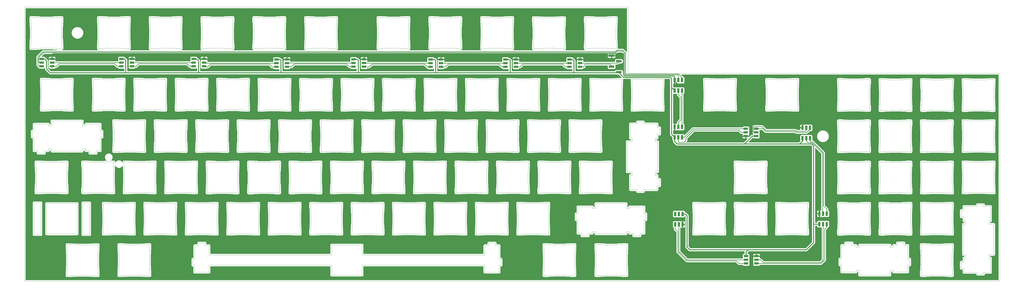
<source format=gtl>
%TF.GenerationSoftware,KiCad,Pcbnew,(5.1.6-0)*%
%TF.CreationDate,2024-06-02T12:55:35+02:00*%
%TF.ProjectId,A500KBPlate,41353030-4b42-4506-9c61-74652e6b6963,rev?*%
%TF.SameCoordinates,Original*%
%TF.FileFunction,Copper,L1,Top*%
%TF.FilePolarity,Positive*%
%FSLAX46Y46*%
G04 Gerber Fmt 4.6, Leading zero omitted, Abs format (unit mm)*
G04 Created by KiCad (PCBNEW (5.1.6-0)) date 2024-06-02 12:55:35*
%MOMM*%
%LPD*%
G01*
G04 APERTURE LIST*
%TA.AperFunction,Profile*%
%ADD10C,0.050000*%
%TD*%
%TA.AperFunction,EtchedComponent*%
%ADD11C,0.120000*%
%TD*%
%TA.AperFunction,SMDPad,CuDef*%
%ADD12R,2.510000X1.000000*%
%TD*%
%TA.AperFunction,SMDPad,CuDef*%
%ADD13R,1.100000X2.000000*%
%TD*%
%TA.AperFunction,SMDPad,CuDef*%
%ADD14R,2.000000X1.100000*%
%TD*%
%TA.AperFunction,Conductor*%
%ADD15C,0.250000*%
%TD*%
%TA.AperFunction,Conductor*%
%ADD16C,0.400000*%
%TD*%
%TA.AperFunction,Conductor*%
%ADD17C,0.254000*%
%TD*%
G04 APERTURE END LIST*
D10*
X25400000Y-234220000D02*
X26035000Y-234220000D01*
X25400000Y-360680000D02*
X25400000Y-234220000D01*
X473710000Y-360680000D02*
X25400000Y-360680000D01*
X473710000Y-264795000D02*
X473710000Y-360680000D01*
X302895000Y-264795000D02*
X473710000Y-264795000D01*
X302895000Y-234220000D02*
X302895000Y-264795000D01*
X26035000Y-234220000D02*
X302895000Y-234220000D01*
D11*
%TO.C,MX33*%
X110244000Y-344261800D02*
X110244000Y-348651800D01*
X108419000Y-344261800D02*
X110244000Y-344261800D01*
X105419000Y-343061800D02*
X105419000Y-344261800D01*
X108419000Y-343061800D02*
X108419000Y-344261800D01*
X103594000Y-344261800D02*
X103594000Y-350531800D01*
X108419000Y-343061800D02*
X105419000Y-343061800D01*
X180609000Y-353251800D02*
X180609000Y-357951800D01*
X166609000Y-343951800D02*
X180609000Y-343951800D01*
X166609000Y-348651800D02*
X166609000Y-343951800D01*
X180609000Y-357951800D02*
X166609000Y-357951800D01*
X110244000Y-356561800D02*
X103594000Y-356561800D01*
X103594000Y-344261800D02*
X105419000Y-344261800D01*
X110244000Y-348651800D02*
X166609000Y-348651800D01*
X103594000Y-350531800D02*
X102719000Y-350531800D01*
X103594000Y-353331800D02*
X102719000Y-353331800D01*
X102719000Y-353331800D02*
X102719000Y-350531800D01*
X103594000Y-356561800D02*
X103594000Y-353331800D01*
X110244000Y-353251800D02*
X110244000Y-356561800D01*
X110244000Y-353251800D02*
X166609000Y-353251800D01*
X166609000Y-353251800D02*
X166609000Y-357951800D01*
X241799000Y-343061800D02*
X241799000Y-344261800D01*
X238799000Y-343061800D02*
X238799000Y-344261800D01*
X243624000Y-344261800D02*
X243624000Y-350531800D01*
X238799000Y-343061800D02*
X241799000Y-343061800D01*
X236974000Y-356561800D02*
X243624000Y-356561800D01*
X241799000Y-344261800D02*
X243624000Y-344261800D01*
X244499000Y-353331800D02*
X244499000Y-350531800D01*
X243624000Y-350531800D02*
X244499000Y-350531800D01*
X236974000Y-353251800D02*
X236974000Y-356561800D01*
X243624000Y-353331800D02*
X244499000Y-353331800D01*
X236974000Y-344261800D02*
X236974000Y-348651800D01*
X236974000Y-344261800D02*
X238799000Y-344261800D01*
X243624000Y-356561800D02*
X243624000Y-353331800D01*
X180609000Y-353251800D02*
X236974000Y-353251800D01*
X180609000Y-348651800D02*
X180609000Y-343951800D01*
X236974000Y-348651800D02*
X180609000Y-348651800D01*
%TO.C,MX96*%
X458011800Y-350001800D02*
X458011800Y-348426800D01*
X458011800Y-348426800D02*
X456981800Y-348426800D01*
X468711800Y-348426800D02*
X468711800Y-350001800D01*
X469511800Y-356651800D02*
X466281800Y-356651800D01*
X457211800Y-350001800D02*
X457211800Y-351826800D01*
X457211800Y-350001800D02*
X458011800Y-350001800D01*
X466281800Y-356651800D02*
X466281800Y-357526800D01*
X468711800Y-350001800D02*
X469511800Y-350001800D01*
X463481800Y-356651800D02*
X463481800Y-357526800D01*
X466281800Y-357526800D02*
X463481800Y-357526800D01*
X457211800Y-354826800D02*
X457211800Y-356651800D01*
X469511800Y-350001800D02*
X469511800Y-356651800D01*
X456011800Y-351826800D02*
X456011800Y-354826800D01*
X457211800Y-356651800D02*
X463481800Y-356651800D01*
X456011800Y-351826800D02*
X457211800Y-351826800D01*
X456011800Y-354826800D02*
X457211800Y-354826800D01*
X468711800Y-334426800D02*
X470981800Y-334426800D01*
X468711800Y-332851800D02*
X468711800Y-334426800D01*
X468711800Y-332851800D02*
X469511800Y-332851800D01*
X469511800Y-326201800D02*
X466281800Y-326201800D01*
X466281800Y-325326800D02*
X463481800Y-325326800D01*
X466281800Y-326201800D02*
X466281800Y-325326800D01*
X463481800Y-326201800D02*
X463481800Y-325326800D01*
X458011800Y-332851800D02*
X458011800Y-334426800D01*
X457211800Y-326201800D02*
X457211800Y-328026800D01*
X469511800Y-332851800D02*
X469511800Y-326201800D01*
X470981800Y-348426800D02*
X470981800Y-334426800D01*
X458011800Y-334426800D02*
X456981800Y-334426800D01*
X456981800Y-334426800D02*
X456981800Y-348426800D01*
X468711800Y-348426800D02*
X470981800Y-348426800D01*
X456011800Y-331026800D02*
X456011800Y-328026800D01*
X457211800Y-326201800D02*
X463481800Y-326201800D01*
X456011800Y-331026800D02*
X457211800Y-331026800D01*
X456011800Y-328026800D02*
X457211800Y-328026800D01*
X457211800Y-331026800D02*
X457211800Y-332851800D01*
X457211800Y-332851800D02*
X458011800Y-332851800D01*
%TO.C,MX71*%
X315422400Y-294722600D02*
X315422400Y-296297600D01*
X315422400Y-296297600D02*
X316452400Y-296297600D01*
X304722400Y-296297600D02*
X304722400Y-294722600D01*
X303922400Y-288072600D02*
X307152400Y-288072600D01*
X316222400Y-294722600D02*
X316222400Y-292897600D01*
X316222400Y-294722600D02*
X315422400Y-294722600D01*
X307152400Y-288072600D02*
X307152400Y-287197600D01*
X304722400Y-294722600D02*
X303922400Y-294722600D01*
X309952400Y-288072600D02*
X309952400Y-287197600D01*
X307152400Y-287197600D02*
X309952400Y-287197600D01*
X316222400Y-289897600D02*
X316222400Y-288072600D01*
X303922400Y-294722600D02*
X303922400Y-288072600D01*
X317422400Y-292897600D02*
X317422400Y-289897600D01*
X316222400Y-288072600D02*
X309952400Y-288072600D01*
X317422400Y-292897600D02*
X316222400Y-292897600D01*
X317422400Y-289897600D02*
X316222400Y-289897600D01*
X304722400Y-310297600D02*
X302452400Y-310297600D01*
X304722400Y-311872600D02*
X304722400Y-310297600D01*
X304722400Y-311872600D02*
X303922400Y-311872600D01*
X303922400Y-318522600D02*
X307152400Y-318522600D01*
X307152400Y-319397600D02*
X309952400Y-319397600D01*
X307152400Y-318522600D02*
X307152400Y-319397600D01*
X309952400Y-318522600D02*
X309952400Y-319397600D01*
X315422400Y-311872600D02*
X315422400Y-310297600D01*
X316222400Y-318522600D02*
X316222400Y-316697600D01*
X303922400Y-311872600D02*
X303922400Y-318522600D01*
X302452400Y-296297600D02*
X302452400Y-310297600D01*
X315422400Y-310297600D02*
X316452400Y-310297600D01*
X316452400Y-310297600D02*
X316452400Y-296297600D01*
X304722400Y-296297600D02*
X302452400Y-296297600D01*
X317422400Y-313697600D02*
X317422400Y-316697600D01*
X316222400Y-318522600D02*
X309952400Y-318522600D01*
X317422400Y-313697600D02*
X316222400Y-313697600D01*
X317422400Y-316697600D02*
X316222400Y-316697600D01*
X316222400Y-313697600D02*
X316222400Y-311872600D01*
X316222400Y-311872600D02*
X315422400Y-311872600D01*
%TO.C,MX68*%
X286420600Y-337846400D02*
X287995600Y-337846400D01*
X287995600Y-337846400D02*
X287995600Y-338876400D01*
X287995600Y-327146400D02*
X286420600Y-327146400D01*
X279770600Y-326346400D02*
X279770600Y-329576400D01*
X286420600Y-338646400D02*
X284595600Y-338646400D01*
X286420600Y-338646400D02*
X286420600Y-337846400D01*
X279770600Y-329576400D02*
X278895600Y-329576400D01*
X286420600Y-327146400D02*
X286420600Y-326346400D01*
X279770600Y-332376400D02*
X278895600Y-332376400D01*
X278895600Y-329576400D02*
X278895600Y-332376400D01*
X281595600Y-338646400D02*
X279770600Y-338646400D01*
X286420600Y-326346400D02*
X279770600Y-326346400D01*
X284595600Y-339846400D02*
X281595600Y-339846400D01*
X279770600Y-338646400D02*
X279770600Y-332376400D01*
X284595600Y-339846400D02*
X284595600Y-338646400D01*
X281595600Y-339846400D02*
X281595600Y-338646400D01*
X301995600Y-327146400D02*
X301995600Y-324876400D01*
X303570600Y-327146400D02*
X301995600Y-327146400D01*
X303570600Y-327146400D02*
X303570600Y-326346400D01*
X310220600Y-326346400D02*
X310220600Y-329576400D01*
X311095600Y-329576400D02*
X311095600Y-332376400D01*
X310220600Y-329576400D02*
X311095600Y-329576400D01*
X310220600Y-332376400D02*
X311095600Y-332376400D01*
X303570600Y-337846400D02*
X301995600Y-337846400D01*
X310220600Y-338646400D02*
X308395600Y-338646400D01*
X303570600Y-326346400D02*
X310220600Y-326346400D01*
X287995600Y-324876400D02*
X301995600Y-324876400D01*
X301995600Y-337846400D02*
X301995600Y-338876400D01*
X301995600Y-338876400D02*
X287995600Y-338876400D01*
X287995600Y-327146400D02*
X287995600Y-324876400D01*
X305395600Y-339846400D02*
X308395600Y-339846400D01*
X310220600Y-338646400D02*
X310220600Y-332376400D01*
X305395600Y-339846400D02*
X305395600Y-338646400D01*
X308395600Y-339846400D02*
X308395600Y-338646400D01*
X305395600Y-338646400D02*
X303570600Y-338646400D01*
X303570600Y-338646400D02*
X303570600Y-337846400D01*
%TO.C,MX5*%
X32970400Y-339226400D02*
X32970400Y-324526400D01*
X29770400Y-339226400D02*
X32970400Y-339226400D01*
X29770400Y-324526400D02*
X29770400Y-339226400D01*
X32970400Y-324526400D02*
X29770400Y-324526400D01*
X52170400Y-339226400D02*
X52170400Y-324526400D01*
X55370400Y-339226400D02*
X52170400Y-339226400D01*
X55370400Y-324526400D02*
X55370400Y-339226400D01*
X52170400Y-324526400D02*
X55370400Y-324526400D01*
X35520400Y-324826400D02*
X49620400Y-324826400D01*
X49620400Y-324826400D02*
X49620400Y-338926400D01*
X49620400Y-338926400D02*
X35520400Y-338926400D01*
X35520400Y-338926400D02*
X35520400Y-324826400D01*
%TO.C,MX77*%
X366514400Y-279726400D02*
X366614400Y-279726400D01*
X366614400Y-277726400D02*
X366614400Y-279726400D01*
X366614400Y-277726400D02*
X366714400Y-277726400D01*
X366514400Y-279726400D02*
X366514400Y-281926400D01*
X368714400Y-281926400D02*
X366514400Y-281926400D01*
X370714400Y-281826400D02*
X368714400Y-281826400D01*
X368714400Y-281826400D02*
X368714400Y-281926400D01*
X370714400Y-281726400D02*
X370714400Y-281826400D01*
X380914400Y-281926400D02*
X378714400Y-281926400D01*
X380914400Y-279726400D02*
X380914400Y-281926400D01*
X380714400Y-277726400D02*
X380814400Y-277726400D01*
X380814400Y-277726400D02*
X380814400Y-279726400D01*
X380814400Y-279726400D02*
X380914400Y-279726400D01*
X378714400Y-281826400D02*
X376714400Y-281826400D01*
X378714400Y-281826400D02*
X378714400Y-281926400D01*
X376714400Y-281726400D02*
X376714400Y-281826400D01*
X380814400Y-269726400D02*
X380914400Y-269726400D01*
X380814400Y-269726400D02*
X380814400Y-271726400D01*
X380714400Y-271726400D02*
X380814400Y-271726400D01*
X380914400Y-267526400D02*
X380914400Y-269726400D01*
X380914400Y-267526400D02*
X378714400Y-267526400D01*
X378714400Y-267526400D02*
X378714400Y-267626400D01*
X378714400Y-267626400D02*
X376714400Y-267626400D01*
X376714400Y-267626400D02*
X376714400Y-267726400D01*
X368714400Y-267526400D02*
X366514400Y-267526400D01*
X368714400Y-267526400D02*
X368714400Y-267626400D01*
X370714400Y-267626400D02*
X368714400Y-267626400D01*
X370714400Y-267626400D02*
X370714400Y-267726400D01*
X366514400Y-267526400D02*
X366514400Y-269726400D01*
X366514400Y-269726400D02*
X366614400Y-269726400D01*
X366614400Y-269726400D02*
X366614400Y-271726400D01*
X366614400Y-271726400D02*
X366714400Y-271726400D01*
X366714400Y-277726400D02*
X366714400Y-271726400D01*
X376714400Y-281726400D02*
X370714400Y-281726400D01*
X380714400Y-271726400D02*
X380714400Y-277726400D01*
X370714400Y-267726400D02*
X376714400Y-267726400D01*
%TO.C,MX73*%
X337914000Y-279726400D02*
X338014000Y-279726400D01*
X338014000Y-277726400D02*
X338014000Y-279726400D01*
X338014000Y-277726400D02*
X338114000Y-277726400D01*
X337914000Y-279726400D02*
X337914000Y-281926400D01*
X340114000Y-281926400D02*
X337914000Y-281926400D01*
X342114000Y-281826400D02*
X340114000Y-281826400D01*
X340114000Y-281826400D02*
X340114000Y-281926400D01*
X342114000Y-281726400D02*
X342114000Y-281826400D01*
X352314000Y-281926400D02*
X350114000Y-281926400D01*
X352314000Y-279726400D02*
X352314000Y-281926400D01*
X352114000Y-277726400D02*
X352214000Y-277726400D01*
X352214000Y-277726400D02*
X352214000Y-279726400D01*
X352214000Y-279726400D02*
X352314000Y-279726400D01*
X350114000Y-281826400D02*
X348114000Y-281826400D01*
X350114000Y-281826400D02*
X350114000Y-281926400D01*
X348114000Y-281726400D02*
X348114000Y-281826400D01*
X352214000Y-269726400D02*
X352314000Y-269726400D01*
X352214000Y-269726400D02*
X352214000Y-271726400D01*
X352114000Y-271726400D02*
X352214000Y-271726400D01*
X352314000Y-267526400D02*
X352314000Y-269726400D01*
X352314000Y-267526400D02*
X350114000Y-267526400D01*
X350114000Y-267526400D02*
X350114000Y-267626400D01*
X350114000Y-267626400D02*
X348114000Y-267626400D01*
X348114000Y-267626400D02*
X348114000Y-267726400D01*
X340114000Y-267526400D02*
X337914000Y-267526400D01*
X340114000Y-267526400D02*
X340114000Y-267626400D01*
X342114000Y-267626400D02*
X340114000Y-267626400D01*
X342114000Y-267626400D02*
X342114000Y-267726400D01*
X337914000Y-267526400D02*
X337914000Y-269726400D01*
X337914000Y-269726400D02*
X338014000Y-269726400D01*
X338014000Y-269726400D02*
X338014000Y-271726400D01*
X338014000Y-271726400D02*
X338114000Y-271726400D01*
X338114000Y-277726400D02*
X338114000Y-271726400D01*
X348114000Y-281726400D02*
X342114000Y-281726400D01*
X352114000Y-271726400D02*
X352114000Y-277726400D01*
X342114000Y-267726400D02*
X348114000Y-267726400D01*
%TO.C,MX2*%
X33033600Y-279675600D02*
X33133600Y-279675600D01*
X33133600Y-277675600D02*
X33133600Y-279675600D01*
X33133600Y-277675600D02*
X33233600Y-277675600D01*
X33033600Y-279675600D02*
X33033600Y-281875600D01*
X35233600Y-281875600D02*
X33033600Y-281875600D01*
X37233600Y-281775600D02*
X35233600Y-281775600D01*
X35233600Y-281775600D02*
X35233600Y-281875600D01*
X37233600Y-281675600D02*
X37233600Y-281775600D01*
X47433600Y-281875600D02*
X45233600Y-281875600D01*
X47433600Y-279675600D02*
X47433600Y-281875600D01*
X47233600Y-277675600D02*
X47333600Y-277675600D01*
X47333600Y-277675600D02*
X47333600Y-279675600D01*
X47333600Y-279675600D02*
X47433600Y-279675600D01*
X45233600Y-281775600D02*
X43233600Y-281775600D01*
X45233600Y-281775600D02*
X45233600Y-281875600D01*
X43233600Y-281675600D02*
X43233600Y-281775600D01*
X47333600Y-269675600D02*
X47433600Y-269675600D01*
X47333600Y-269675600D02*
X47333600Y-271675600D01*
X47233600Y-271675600D02*
X47333600Y-271675600D01*
X47433600Y-267475600D02*
X47433600Y-269675600D01*
X47433600Y-267475600D02*
X45233600Y-267475600D01*
X45233600Y-267475600D02*
X45233600Y-267575600D01*
X45233600Y-267575600D02*
X43233600Y-267575600D01*
X43233600Y-267575600D02*
X43233600Y-267675600D01*
X35233600Y-267475600D02*
X33033600Y-267475600D01*
X35233600Y-267475600D02*
X35233600Y-267575600D01*
X37233600Y-267575600D02*
X35233600Y-267575600D01*
X37233600Y-267575600D02*
X37233600Y-267675600D01*
X33033600Y-267475600D02*
X33033600Y-269675600D01*
X33033600Y-269675600D02*
X33133600Y-269675600D01*
X33133600Y-269675600D02*
X33133600Y-271675600D01*
X33133600Y-271675600D02*
X33233600Y-271675600D01*
X33233600Y-277675600D02*
X33233600Y-271675600D01*
X43233600Y-281675600D02*
X37233600Y-281675600D01*
X47233600Y-271675600D02*
X47233600Y-277675600D01*
X37233600Y-267675600D02*
X43233600Y-267675600D01*
%TO.C,MX3*%
X36402050Y-299717200D02*
X37977050Y-299717200D01*
X37977050Y-299717200D02*
X37977050Y-300747200D01*
X37977050Y-289017200D02*
X36402050Y-289017200D01*
X29752050Y-288217200D02*
X29752050Y-291447200D01*
X36402050Y-300517200D02*
X34577050Y-300517200D01*
X36402050Y-300517200D02*
X36402050Y-299717200D01*
X29752050Y-291447200D02*
X28877050Y-291447200D01*
X36402050Y-289017200D02*
X36402050Y-288217200D01*
X29752050Y-294247200D02*
X28877050Y-294247200D01*
X28877050Y-291447200D02*
X28877050Y-294247200D01*
X31577050Y-300517200D02*
X29752050Y-300517200D01*
X36402050Y-288217200D02*
X29752050Y-288217200D01*
X34577050Y-301717200D02*
X31577050Y-301717200D01*
X29752050Y-300517200D02*
X29752050Y-294247200D01*
X34577050Y-301717200D02*
X34577050Y-300517200D01*
X31577050Y-301717200D02*
X31577050Y-300517200D01*
X51977050Y-289017200D02*
X51977050Y-286747200D01*
X53552050Y-289017200D02*
X51977050Y-289017200D01*
X53552050Y-289017200D02*
X53552050Y-288217200D01*
X60202050Y-288217200D02*
X60202050Y-291447200D01*
X61077050Y-291447200D02*
X61077050Y-294247200D01*
X60202050Y-291447200D02*
X61077050Y-291447200D01*
X60202050Y-294247200D02*
X61077050Y-294247200D01*
X53552050Y-299717200D02*
X51977050Y-299717200D01*
X60202050Y-300517200D02*
X58377050Y-300517200D01*
X53552050Y-288217200D02*
X60202050Y-288217200D01*
X37977050Y-286747200D02*
X51977050Y-286747200D01*
X51977050Y-299717200D02*
X51977050Y-300747200D01*
X51977050Y-300747200D02*
X37977050Y-300747200D01*
X37977050Y-289017200D02*
X37977050Y-286747200D01*
X55377050Y-301717200D02*
X58377050Y-301717200D01*
X60202050Y-300517200D02*
X60202050Y-294247200D01*
X55377050Y-301717200D02*
X55377050Y-300517200D01*
X58377050Y-301717200D02*
X58377050Y-300517200D01*
X55377050Y-300517200D02*
X53552050Y-300517200D01*
X53552050Y-300517200D02*
X53552050Y-299717200D01*
%TO.C,MX64*%
X287977600Y-355948000D02*
X288077600Y-355948000D01*
X288077600Y-353948000D02*
X288077600Y-355948000D01*
X288077600Y-353948000D02*
X288177600Y-353948000D01*
X287977600Y-355948000D02*
X287977600Y-358148000D01*
X290177600Y-358148000D02*
X287977600Y-358148000D01*
X292177600Y-358048000D02*
X290177600Y-358048000D01*
X290177600Y-358048000D02*
X290177600Y-358148000D01*
X292177600Y-357948000D02*
X292177600Y-358048000D01*
X302377600Y-358148000D02*
X300177600Y-358148000D01*
X302377600Y-355948000D02*
X302377600Y-358148000D01*
X302177600Y-353948000D02*
X302277600Y-353948000D01*
X302277600Y-353948000D02*
X302277600Y-355948000D01*
X302277600Y-355948000D02*
X302377600Y-355948000D01*
X300177600Y-358048000D02*
X298177600Y-358048000D01*
X300177600Y-358048000D02*
X300177600Y-358148000D01*
X298177600Y-357948000D02*
X298177600Y-358048000D01*
X302277600Y-345948000D02*
X302377600Y-345948000D01*
X302277600Y-345948000D02*
X302277600Y-347948000D01*
X302177600Y-347948000D02*
X302277600Y-347948000D01*
X302377600Y-343748000D02*
X302377600Y-345948000D01*
X302377600Y-343748000D02*
X300177600Y-343748000D01*
X300177600Y-343748000D02*
X300177600Y-343848000D01*
X300177600Y-343848000D02*
X298177600Y-343848000D01*
X298177600Y-343848000D02*
X298177600Y-343948000D01*
X290177600Y-343748000D02*
X287977600Y-343748000D01*
X290177600Y-343748000D02*
X290177600Y-343848000D01*
X292177600Y-343848000D02*
X290177600Y-343848000D01*
X292177600Y-343848000D02*
X292177600Y-343948000D01*
X287977600Y-343748000D02*
X287977600Y-345948000D01*
X287977600Y-345948000D02*
X288077600Y-345948000D01*
X288077600Y-345948000D02*
X288077600Y-347948000D01*
X288077600Y-347948000D02*
X288177600Y-347948000D01*
X288177600Y-353948000D02*
X288177600Y-347948000D01*
X298177600Y-357948000D02*
X292177600Y-357948000D01*
X302177600Y-347948000D02*
X302177600Y-353948000D01*
X292177600Y-343948000D02*
X298177600Y-343948000D01*
%TO.C,MX59*%
X264101600Y-355948000D02*
X264201600Y-355948000D01*
X264201600Y-353948000D02*
X264201600Y-355948000D01*
X264201600Y-353948000D02*
X264301600Y-353948000D01*
X264101600Y-355948000D02*
X264101600Y-358148000D01*
X266301600Y-358148000D02*
X264101600Y-358148000D01*
X268301600Y-358048000D02*
X266301600Y-358048000D01*
X266301600Y-358048000D02*
X266301600Y-358148000D01*
X268301600Y-357948000D02*
X268301600Y-358048000D01*
X278501600Y-358148000D02*
X276301600Y-358148000D01*
X278501600Y-355948000D02*
X278501600Y-358148000D01*
X278301600Y-353948000D02*
X278401600Y-353948000D01*
X278401600Y-353948000D02*
X278401600Y-355948000D01*
X278401600Y-355948000D02*
X278501600Y-355948000D01*
X276301600Y-358048000D02*
X274301600Y-358048000D01*
X276301600Y-358048000D02*
X276301600Y-358148000D01*
X274301600Y-357948000D02*
X274301600Y-358048000D01*
X278401600Y-345948000D02*
X278501600Y-345948000D01*
X278401600Y-345948000D02*
X278401600Y-347948000D01*
X278301600Y-347948000D02*
X278401600Y-347948000D01*
X278501600Y-343748000D02*
X278501600Y-345948000D01*
X278501600Y-343748000D02*
X276301600Y-343748000D01*
X276301600Y-343748000D02*
X276301600Y-343848000D01*
X276301600Y-343848000D02*
X274301600Y-343848000D01*
X274301600Y-343848000D02*
X274301600Y-343948000D01*
X266301600Y-343748000D02*
X264101600Y-343748000D01*
X266301600Y-343748000D02*
X266301600Y-343848000D01*
X268301600Y-343848000D02*
X266301600Y-343848000D01*
X268301600Y-343848000D02*
X268301600Y-343948000D01*
X264101600Y-343748000D02*
X264101600Y-345948000D01*
X264101600Y-345948000D02*
X264201600Y-345948000D01*
X264201600Y-345948000D02*
X264201600Y-347948000D01*
X264201600Y-347948000D02*
X264301600Y-347948000D01*
X264301600Y-353948000D02*
X264301600Y-347948000D01*
X274301600Y-357948000D02*
X268301600Y-357948000D01*
X278301600Y-347948000D02*
X278301600Y-353948000D01*
X268301600Y-343948000D02*
X274301600Y-343948000D01*
%TO.C,MX54*%
X283122000Y-251227600D02*
X283222000Y-251227600D01*
X283222000Y-249227600D02*
X283222000Y-251227600D01*
X283222000Y-249227600D02*
X283322000Y-249227600D01*
X283122000Y-251227600D02*
X283122000Y-253427600D01*
X285322000Y-253427600D02*
X283122000Y-253427600D01*
X287322000Y-253327600D02*
X285322000Y-253327600D01*
X285322000Y-253327600D02*
X285322000Y-253427600D01*
X287322000Y-253227600D02*
X287322000Y-253327600D01*
X297522000Y-253427600D02*
X295322000Y-253427600D01*
X297522000Y-251227600D02*
X297522000Y-253427600D01*
X297322000Y-249227600D02*
X297422000Y-249227600D01*
X297422000Y-249227600D02*
X297422000Y-251227600D01*
X297422000Y-251227600D02*
X297522000Y-251227600D01*
X295322000Y-253327600D02*
X293322000Y-253327600D01*
X295322000Y-253327600D02*
X295322000Y-253427600D01*
X293322000Y-253227600D02*
X293322000Y-253327600D01*
X297422000Y-241227600D02*
X297522000Y-241227600D01*
X297422000Y-241227600D02*
X297422000Y-243227600D01*
X297322000Y-243227600D02*
X297422000Y-243227600D01*
X297522000Y-239027600D02*
X297522000Y-241227600D01*
X297522000Y-239027600D02*
X295322000Y-239027600D01*
X295322000Y-239027600D02*
X295322000Y-239127600D01*
X295322000Y-239127600D02*
X293322000Y-239127600D01*
X293322000Y-239127600D02*
X293322000Y-239227600D01*
X285322000Y-239027600D02*
X283122000Y-239027600D01*
X285322000Y-239027600D02*
X285322000Y-239127600D01*
X287322000Y-239127600D02*
X285322000Y-239127600D01*
X287322000Y-239127600D02*
X287322000Y-239227600D01*
X283122000Y-239027600D02*
X283122000Y-241227600D01*
X283122000Y-241227600D02*
X283222000Y-241227600D01*
X283222000Y-241227600D02*
X283222000Y-243227600D01*
X283222000Y-243227600D02*
X283322000Y-243227600D01*
X283322000Y-249227600D02*
X283322000Y-243227600D01*
X293322000Y-253227600D02*
X287322000Y-253227600D01*
X297322000Y-243227600D02*
X297322000Y-249227600D01*
X287322000Y-239227600D02*
X293322000Y-239227600D01*
%TO.C,MX49*%
X259318000Y-251249200D02*
X259418000Y-251249200D01*
X259418000Y-249249200D02*
X259418000Y-251249200D01*
X259418000Y-249249200D02*
X259518000Y-249249200D01*
X259318000Y-251249200D02*
X259318000Y-253449200D01*
X261518000Y-253449200D02*
X259318000Y-253449200D01*
X263518000Y-253349200D02*
X261518000Y-253349200D01*
X261518000Y-253349200D02*
X261518000Y-253449200D01*
X263518000Y-253249200D02*
X263518000Y-253349200D01*
X273718000Y-253449200D02*
X271518000Y-253449200D01*
X273718000Y-251249200D02*
X273718000Y-253449200D01*
X273518000Y-249249200D02*
X273618000Y-249249200D01*
X273618000Y-249249200D02*
X273618000Y-251249200D01*
X273618000Y-251249200D02*
X273718000Y-251249200D01*
X271518000Y-253349200D02*
X269518000Y-253349200D01*
X271518000Y-253349200D02*
X271518000Y-253449200D01*
X269518000Y-253249200D02*
X269518000Y-253349200D01*
X273618000Y-241249200D02*
X273718000Y-241249200D01*
X273618000Y-241249200D02*
X273618000Y-243249200D01*
X273518000Y-243249200D02*
X273618000Y-243249200D01*
X273718000Y-239049200D02*
X273718000Y-241249200D01*
X273718000Y-239049200D02*
X271518000Y-239049200D01*
X271518000Y-239049200D02*
X271518000Y-239149200D01*
X271518000Y-239149200D02*
X269518000Y-239149200D01*
X269518000Y-239149200D02*
X269518000Y-239249200D01*
X261518000Y-239049200D02*
X259318000Y-239049200D01*
X261518000Y-239049200D02*
X261518000Y-239149200D01*
X263518000Y-239149200D02*
X261518000Y-239149200D01*
X263518000Y-239149200D02*
X263518000Y-239249200D01*
X259318000Y-239049200D02*
X259318000Y-241249200D01*
X259318000Y-241249200D02*
X259418000Y-241249200D01*
X259418000Y-241249200D02*
X259418000Y-243249200D01*
X259418000Y-243249200D02*
X259518000Y-243249200D01*
X259518000Y-249249200D02*
X259518000Y-243249200D01*
X269518000Y-253249200D02*
X263518000Y-253249200D01*
X273518000Y-243249200D02*
X273518000Y-249249200D01*
X263518000Y-239249200D02*
X269518000Y-239249200D01*
%TO.C,MX44*%
X235471600Y-251227600D02*
X235571600Y-251227600D01*
X235571600Y-249227600D02*
X235571600Y-251227600D01*
X235571600Y-249227600D02*
X235671600Y-249227600D01*
X235471600Y-251227600D02*
X235471600Y-253427600D01*
X237671600Y-253427600D02*
X235471600Y-253427600D01*
X239671600Y-253327600D02*
X237671600Y-253327600D01*
X237671600Y-253327600D02*
X237671600Y-253427600D01*
X239671600Y-253227600D02*
X239671600Y-253327600D01*
X249871600Y-253427600D02*
X247671600Y-253427600D01*
X249871600Y-251227600D02*
X249871600Y-253427600D01*
X249671600Y-249227600D02*
X249771600Y-249227600D01*
X249771600Y-249227600D02*
X249771600Y-251227600D01*
X249771600Y-251227600D02*
X249871600Y-251227600D01*
X247671600Y-253327600D02*
X245671600Y-253327600D01*
X247671600Y-253327600D02*
X247671600Y-253427600D01*
X245671600Y-253227600D02*
X245671600Y-253327600D01*
X249771600Y-241227600D02*
X249871600Y-241227600D01*
X249771600Y-241227600D02*
X249771600Y-243227600D01*
X249671600Y-243227600D02*
X249771600Y-243227600D01*
X249871600Y-239027600D02*
X249871600Y-241227600D01*
X249871600Y-239027600D02*
X247671600Y-239027600D01*
X247671600Y-239027600D02*
X247671600Y-239127600D01*
X247671600Y-239127600D02*
X245671600Y-239127600D01*
X245671600Y-239127600D02*
X245671600Y-239227600D01*
X237671600Y-239027600D02*
X235471600Y-239027600D01*
X237671600Y-239027600D02*
X237671600Y-239127600D01*
X239671600Y-239127600D02*
X237671600Y-239127600D01*
X239671600Y-239127600D02*
X239671600Y-239227600D01*
X235471600Y-239027600D02*
X235471600Y-241227600D01*
X235471600Y-241227600D02*
X235571600Y-241227600D01*
X235571600Y-241227600D02*
X235571600Y-243227600D01*
X235571600Y-243227600D02*
X235671600Y-243227600D01*
X235671600Y-249227600D02*
X235671600Y-243227600D01*
X245671600Y-253227600D02*
X239671600Y-253227600D01*
X249671600Y-243227600D02*
X249671600Y-249227600D01*
X239671600Y-239227600D02*
X245671600Y-239227600D01*
%TO.C,MX39*%
X211646400Y-251227600D02*
X211746400Y-251227600D01*
X211746400Y-249227600D02*
X211746400Y-251227600D01*
X211746400Y-249227600D02*
X211846400Y-249227600D01*
X211646400Y-251227600D02*
X211646400Y-253427600D01*
X213846400Y-253427600D02*
X211646400Y-253427600D01*
X215846400Y-253327600D02*
X213846400Y-253327600D01*
X213846400Y-253327600D02*
X213846400Y-253427600D01*
X215846400Y-253227600D02*
X215846400Y-253327600D01*
X226046400Y-253427600D02*
X223846400Y-253427600D01*
X226046400Y-251227600D02*
X226046400Y-253427600D01*
X225846400Y-249227600D02*
X225946400Y-249227600D01*
X225946400Y-249227600D02*
X225946400Y-251227600D01*
X225946400Y-251227600D02*
X226046400Y-251227600D01*
X223846400Y-253327600D02*
X221846400Y-253327600D01*
X223846400Y-253327600D02*
X223846400Y-253427600D01*
X221846400Y-253227600D02*
X221846400Y-253327600D01*
X225946400Y-241227600D02*
X226046400Y-241227600D01*
X225946400Y-241227600D02*
X225946400Y-243227600D01*
X225846400Y-243227600D02*
X225946400Y-243227600D01*
X226046400Y-239027600D02*
X226046400Y-241227600D01*
X226046400Y-239027600D02*
X223846400Y-239027600D01*
X223846400Y-239027600D02*
X223846400Y-239127600D01*
X223846400Y-239127600D02*
X221846400Y-239127600D01*
X221846400Y-239127600D02*
X221846400Y-239227600D01*
X213846400Y-239027600D02*
X211646400Y-239027600D01*
X213846400Y-239027600D02*
X213846400Y-239127600D01*
X215846400Y-239127600D02*
X213846400Y-239127600D01*
X215846400Y-239127600D02*
X215846400Y-239227600D01*
X211646400Y-239027600D02*
X211646400Y-241227600D01*
X211646400Y-241227600D02*
X211746400Y-241227600D01*
X211746400Y-241227600D02*
X211746400Y-243227600D01*
X211746400Y-243227600D02*
X211846400Y-243227600D01*
X211846400Y-249227600D02*
X211846400Y-243227600D01*
X221846400Y-253227600D02*
X215846400Y-253227600D01*
X225846400Y-243227600D02*
X225846400Y-249227600D01*
X215846400Y-239227600D02*
X221846400Y-239227600D01*
%TO.C,MX34*%
X187821200Y-251227600D02*
X187921200Y-251227600D01*
X187921200Y-249227600D02*
X187921200Y-251227600D01*
X187921200Y-249227600D02*
X188021200Y-249227600D01*
X187821200Y-251227600D02*
X187821200Y-253427600D01*
X190021200Y-253427600D02*
X187821200Y-253427600D01*
X192021200Y-253327600D02*
X190021200Y-253327600D01*
X190021200Y-253327600D02*
X190021200Y-253427600D01*
X192021200Y-253227600D02*
X192021200Y-253327600D01*
X202221200Y-253427600D02*
X200021200Y-253427600D01*
X202221200Y-251227600D02*
X202221200Y-253427600D01*
X202021200Y-249227600D02*
X202121200Y-249227600D01*
X202121200Y-249227600D02*
X202121200Y-251227600D01*
X202121200Y-251227600D02*
X202221200Y-251227600D01*
X200021200Y-253327600D02*
X198021200Y-253327600D01*
X200021200Y-253327600D02*
X200021200Y-253427600D01*
X198021200Y-253227600D02*
X198021200Y-253327600D01*
X202121200Y-241227600D02*
X202221200Y-241227600D01*
X202121200Y-241227600D02*
X202121200Y-243227600D01*
X202021200Y-243227600D02*
X202121200Y-243227600D01*
X202221200Y-239027600D02*
X202221200Y-241227600D01*
X202221200Y-239027600D02*
X200021200Y-239027600D01*
X200021200Y-239027600D02*
X200021200Y-239127600D01*
X200021200Y-239127600D02*
X198021200Y-239127600D01*
X198021200Y-239127600D02*
X198021200Y-239227600D01*
X190021200Y-239027600D02*
X187821200Y-239027600D01*
X190021200Y-239027600D02*
X190021200Y-239127600D01*
X192021200Y-239127600D02*
X190021200Y-239127600D01*
X192021200Y-239127600D02*
X192021200Y-239227600D01*
X187821200Y-239027600D02*
X187821200Y-241227600D01*
X187821200Y-241227600D02*
X187921200Y-241227600D01*
X187921200Y-241227600D02*
X187921200Y-243227600D01*
X187921200Y-243227600D02*
X188021200Y-243227600D01*
X188021200Y-249227600D02*
X188021200Y-243227600D01*
X198021200Y-253227600D02*
X192021200Y-253227600D01*
X202021200Y-243227600D02*
X202021200Y-249227600D01*
X192021200Y-239227600D02*
X198021200Y-239227600D01*
%TO.C,MX28*%
X154547200Y-251227600D02*
X154647200Y-251227600D01*
X154647200Y-249227600D02*
X154647200Y-251227600D01*
X154647200Y-249227600D02*
X154747200Y-249227600D01*
X154547200Y-251227600D02*
X154547200Y-253427600D01*
X156747200Y-253427600D02*
X154547200Y-253427600D01*
X158747200Y-253327600D02*
X156747200Y-253327600D01*
X156747200Y-253327600D02*
X156747200Y-253427600D01*
X158747200Y-253227600D02*
X158747200Y-253327600D01*
X168947200Y-253427600D02*
X166747200Y-253427600D01*
X168947200Y-251227600D02*
X168947200Y-253427600D01*
X168747200Y-249227600D02*
X168847200Y-249227600D01*
X168847200Y-249227600D02*
X168847200Y-251227600D01*
X168847200Y-251227600D02*
X168947200Y-251227600D01*
X166747200Y-253327600D02*
X164747200Y-253327600D01*
X166747200Y-253327600D02*
X166747200Y-253427600D01*
X164747200Y-253227600D02*
X164747200Y-253327600D01*
X168847200Y-241227600D02*
X168947200Y-241227600D01*
X168847200Y-241227600D02*
X168847200Y-243227600D01*
X168747200Y-243227600D02*
X168847200Y-243227600D01*
X168947200Y-239027600D02*
X168947200Y-241227600D01*
X168947200Y-239027600D02*
X166747200Y-239027600D01*
X166747200Y-239027600D02*
X166747200Y-239127600D01*
X166747200Y-239127600D02*
X164747200Y-239127600D01*
X164747200Y-239127600D02*
X164747200Y-239227600D01*
X156747200Y-239027600D02*
X154547200Y-239027600D01*
X156747200Y-239027600D02*
X156747200Y-239127600D01*
X158747200Y-239127600D02*
X156747200Y-239127600D01*
X158747200Y-239127600D02*
X158747200Y-239227600D01*
X154547200Y-239027600D02*
X154547200Y-241227600D01*
X154547200Y-241227600D02*
X154647200Y-241227600D01*
X154647200Y-241227600D02*
X154647200Y-243227600D01*
X154647200Y-243227600D02*
X154747200Y-243227600D01*
X154747200Y-249227600D02*
X154747200Y-243227600D01*
X164747200Y-253227600D02*
X158747200Y-253227600D01*
X168747200Y-243227600D02*
X168747200Y-249227600D01*
X158747200Y-239227600D02*
X164747200Y-239227600D01*
%TO.C,MX23*%
X130722000Y-251227600D02*
X130822000Y-251227600D01*
X130822000Y-249227600D02*
X130822000Y-251227600D01*
X130822000Y-249227600D02*
X130922000Y-249227600D01*
X130722000Y-251227600D02*
X130722000Y-253427600D01*
X132922000Y-253427600D02*
X130722000Y-253427600D01*
X134922000Y-253327600D02*
X132922000Y-253327600D01*
X132922000Y-253327600D02*
X132922000Y-253427600D01*
X134922000Y-253227600D02*
X134922000Y-253327600D01*
X145122000Y-253427600D02*
X142922000Y-253427600D01*
X145122000Y-251227600D02*
X145122000Y-253427600D01*
X144922000Y-249227600D02*
X145022000Y-249227600D01*
X145022000Y-249227600D02*
X145022000Y-251227600D01*
X145022000Y-251227600D02*
X145122000Y-251227600D01*
X142922000Y-253327600D02*
X140922000Y-253327600D01*
X142922000Y-253327600D02*
X142922000Y-253427600D01*
X140922000Y-253227600D02*
X140922000Y-253327600D01*
X145022000Y-241227600D02*
X145122000Y-241227600D01*
X145022000Y-241227600D02*
X145022000Y-243227600D01*
X144922000Y-243227600D02*
X145022000Y-243227600D01*
X145122000Y-239027600D02*
X145122000Y-241227600D01*
X145122000Y-239027600D02*
X142922000Y-239027600D01*
X142922000Y-239027600D02*
X142922000Y-239127600D01*
X142922000Y-239127600D02*
X140922000Y-239127600D01*
X140922000Y-239127600D02*
X140922000Y-239227600D01*
X132922000Y-239027600D02*
X130722000Y-239027600D01*
X132922000Y-239027600D02*
X132922000Y-239127600D01*
X134922000Y-239127600D02*
X132922000Y-239127600D01*
X134922000Y-239127600D02*
X134922000Y-239227600D01*
X130722000Y-239027600D02*
X130722000Y-241227600D01*
X130722000Y-241227600D02*
X130822000Y-241227600D01*
X130822000Y-241227600D02*
X130822000Y-243227600D01*
X130822000Y-243227600D02*
X130922000Y-243227600D01*
X130922000Y-249227600D02*
X130922000Y-243227600D01*
X140922000Y-253227600D02*
X134922000Y-253227600D01*
X144922000Y-243227600D02*
X144922000Y-249227600D01*
X134922000Y-239227600D02*
X140922000Y-239227600D01*
%TO.C,MX18*%
X106896800Y-251227600D02*
X106996800Y-251227600D01*
X106996800Y-249227600D02*
X106996800Y-251227600D01*
X106996800Y-249227600D02*
X107096800Y-249227600D01*
X106896800Y-251227600D02*
X106896800Y-253427600D01*
X109096800Y-253427600D02*
X106896800Y-253427600D01*
X111096800Y-253327600D02*
X109096800Y-253327600D01*
X109096800Y-253327600D02*
X109096800Y-253427600D01*
X111096800Y-253227600D02*
X111096800Y-253327600D01*
X121296800Y-253427600D02*
X119096800Y-253427600D01*
X121296800Y-251227600D02*
X121296800Y-253427600D01*
X121096800Y-249227600D02*
X121196800Y-249227600D01*
X121196800Y-249227600D02*
X121196800Y-251227600D01*
X121196800Y-251227600D02*
X121296800Y-251227600D01*
X119096800Y-253327600D02*
X117096800Y-253327600D01*
X119096800Y-253327600D02*
X119096800Y-253427600D01*
X117096800Y-253227600D02*
X117096800Y-253327600D01*
X121196800Y-241227600D02*
X121296800Y-241227600D01*
X121196800Y-241227600D02*
X121196800Y-243227600D01*
X121096800Y-243227600D02*
X121196800Y-243227600D01*
X121296800Y-239027600D02*
X121296800Y-241227600D01*
X121296800Y-239027600D02*
X119096800Y-239027600D01*
X119096800Y-239027600D02*
X119096800Y-239127600D01*
X119096800Y-239127600D02*
X117096800Y-239127600D01*
X117096800Y-239127600D02*
X117096800Y-239227600D01*
X109096800Y-239027600D02*
X106896800Y-239027600D01*
X109096800Y-239027600D02*
X109096800Y-239127600D01*
X111096800Y-239127600D02*
X109096800Y-239127600D01*
X111096800Y-239127600D02*
X111096800Y-239227600D01*
X106896800Y-239027600D02*
X106896800Y-241227600D01*
X106896800Y-241227600D02*
X106996800Y-241227600D01*
X106996800Y-241227600D02*
X106996800Y-243227600D01*
X106996800Y-243227600D02*
X107096800Y-243227600D01*
X107096800Y-249227600D02*
X107096800Y-243227600D01*
X117096800Y-253227600D02*
X111096800Y-253227600D01*
X121096800Y-243227600D02*
X121096800Y-249227600D01*
X111096800Y-239227600D02*
X117096800Y-239227600D01*
%TO.C,MX13*%
X83071600Y-251227600D02*
X83171600Y-251227600D01*
X83171600Y-249227600D02*
X83171600Y-251227600D01*
X83171600Y-249227600D02*
X83271600Y-249227600D01*
X83071600Y-251227600D02*
X83071600Y-253427600D01*
X85271600Y-253427600D02*
X83071600Y-253427600D01*
X87271600Y-253327600D02*
X85271600Y-253327600D01*
X85271600Y-253327600D02*
X85271600Y-253427600D01*
X87271600Y-253227600D02*
X87271600Y-253327600D01*
X97471600Y-253427600D02*
X95271600Y-253427600D01*
X97471600Y-251227600D02*
X97471600Y-253427600D01*
X97271600Y-249227600D02*
X97371600Y-249227600D01*
X97371600Y-249227600D02*
X97371600Y-251227600D01*
X97371600Y-251227600D02*
X97471600Y-251227600D01*
X95271600Y-253327600D02*
X93271600Y-253327600D01*
X95271600Y-253327600D02*
X95271600Y-253427600D01*
X93271600Y-253227600D02*
X93271600Y-253327600D01*
X97371600Y-241227600D02*
X97471600Y-241227600D01*
X97371600Y-241227600D02*
X97371600Y-243227600D01*
X97271600Y-243227600D02*
X97371600Y-243227600D01*
X97471600Y-239027600D02*
X97471600Y-241227600D01*
X97471600Y-239027600D02*
X95271600Y-239027600D01*
X95271600Y-239027600D02*
X95271600Y-239127600D01*
X95271600Y-239127600D02*
X93271600Y-239127600D01*
X93271600Y-239127600D02*
X93271600Y-239227600D01*
X85271600Y-239027600D02*
X83071600Y-239027600D01*
X85271600Y-239027600D02*
X85271600Y-239127600D01*
X87271600Y-239127600D02*
X85271600Y-239127600D01*
X87271600Y-239127600D02*
X87271600Y-239227600D01*
X83071600Y-239027600D02*
X83071600Y-241227600D01*
X83071600Y-241227600D02*
X83171600Y-241227600D01*
X83171600Y-241227600D02*
X83171600Y-243227600D01*
X83171600Y-243227600D02*
X83271600Y-243227600D01*
X83271600Y-249227600D02*
X83271600Y-243227600D01*
X93271600Y-253227600D02*
X87271600Y-253227600D01*
X97271600Y-243227600D02*
X97271600Y-249227600D01*
X87271600Y-239227600D02*
X93271600Y-239227600D01*
%TO.C,MX12*%
X68695200Y-355977200D02*
X68795200Y-355977200D01*
X68795200Y-353977200D02*
X68795200Y-355977200D01*
X68795200Y-353977200D02*
X68895200Y-353977200D01*
X68695200Y-355977200D02*
X68695200Y-358177200D01*
X70895200Y-358177200D02*
X68695200Y-358177200D01*
X72895200Y-358077200D02*
X70895200Y-358077200D01*
X70895200Y-358077200D02*
X70895200Y-358177200D01*
X72895200Y-357977200D02*
X72895200Y-358077200D01*
X83095200Y-358177200D02*
X80895200Y-358177200D01*
X83095200Y-355977200D02*
X83095200Y-358177200D01*
X82895200Y-353977200D02*
X82995200Y-353977200D01*
X82995200Y-353977200D02*
X82995200Y-355977200D01*
X82995200Y-355977200D02*
X83095200Y-355977200D01*
X80895200Y-358077200D02*
X78895200Y-358077200D01*
X80895200Y-358077200D02*
X80895200Y-358177200D01*
X78895200Y-357977200D02*
X78895200Y-358077200D01*
X82995200Y-345977200D02*
X83095200Y-345977200D01*
X82995200Y-345977200D02*
X82995200Y-347977200D01*
X82895200Y-347977200D02*
X82995200Y-347977200D01*
X83095200Y-343777200D02*
X83095200Y-345977200D01*
X83095200Y-343777200D02*
X80895200Y-343777200D01*
X80895200Y-343777200D02*
X80895200Y-343877200D01*
X80895200Y-343877200D02*
X78895200Y-343877200D01*
X78895200Y-343877200D02*
X78895200Y-343977200D01*
X70895200Y-343777200D02*
X68695200Y-343777200D01*
X70895200Y-343777200D02*
X70895200Y-343877200D01*
X72895200Y-343877200D02*
X70895200Y-343877200D01*
X72895200Y-343877200D02*
X72895200Y-343977200D01*
X68695200Y-343777200D02*
X68695200Y-345977200D01*
X68695200Y-345977200D02*
X68795200Y-345977200D01*
X68795200Y-345977200D02*
X68795200Y-347977200D01*
X68795200Y-347977200D02*
X68895200Y-347977200D01*
X68895200Y-353977200D02*
X68895200Y-347977200D01*
X78895200Y-357977200D02*
X72895200Y-357977200D01*
X82895200Y-347977200D02*
X82895200Y-353977200D01*
X72895200Y-343977200D02*
X78895200Y-343977200D01*
%TO.C,MX7*%
X59297200Y-251227600D02*
X59397200Y-251227600D01*
X59397200Y-249227600D02*
X59397200Y-251227600D01*
X59397200Y-249227600D02*
X59497200Y-249227600D01*
X59297200Y-251227600D02*
X59297200Y-253427600D01*
X61497200Y-253427600D02*
X59297200Y-253427600D01*
X63497200Y-253327600D02*
X61497200Y-253327600D01*
X61497200Y-253327600D02*
X61497200Y-253427600D01*
X63497200Y-253227600D02*
X63497200Y-253327600D01*
X73697200Y-253427600D02*
X71497200Y-253427600D01*
X73697200Y-251227600D02*
X73697200Y-253427600D01*
X73497200Y-249227600D02*
X73597200Y-249227600D01*
X73597200Y-249227600D02*
X73597200Y-251227600D01*
X73597200Y-251227600D02*
X73697200Y-251227600D01*
X71497200Y-253327600D02*
X69497200Y-253327600D01*
X71497200Y-253327600D02*
X71497200Y-253427600D01*
X69497200Y-253227600D02*
X69497200Y-253327600D01*
X73597200Y-241227600D02*
X73697200Y-241227600D01*
X73597200Y-241227600D02*
X73597200Y-243227600D01*
X73497200Y-243227600D02*
X73597200Y-243227600D01*
X73697200Y-239027600D02*
X73697200Y-241227600D01*
X73697200Y-239027600D02*
X71497200Y-239027600D01*
X71497200Y-239027600D02*
X71497200Y-239127600D01*
X71497200Y-239127600D02*
X69497200Y-239127600D01*
X69497200Y-239127600D02*
X69497200Y-239227600D01*
X61497200Y-239027600D02*
X59297200Y-239027600D01*
X61497200Y-239027600D02*
X61497200Y-239127600D01*
X63497200Y-239127600D02*
X61497200Y-239127600D01*
X63497200Y-239127600D02*
X63497200Y-239227600D01*
X59297200Y-239027600D02*
X59297200Y-241227600D01*
X59297200Y-241227600D02*
X59397200Y-241227600D01*
X59397200Y-241227600D02*
X59397200Y-243227600D01*
X59397200Y-243227600D02*
X59497200Y-243227600D01*
X59497200Y-249227600D02*
X59497200Y-243227600D01*
X69497200Y-253227600D02*
X63497200Y-253227600D01*
X73497200Y-243227600D02*
X73497200Y-249227600D01*
X63497200Y-239227600D02*
X69497200Y-239227600D01*
%TO.C,MX6*%
X44891200Y-355998800D02*
X44991200Y-355998800D01*
X44991200Y-353998800D02*
X44991200Y-355998800D01*
X44991200Y-353998800D02*
X45091200Y-353998800D01*
X44891200Y-355998800D02*
X44891200Y-358198800D01*
X47091200Y-358198800D02*
X44891200Y-358198800D01*
X49091200Y-358098800D02*
X47091200Y-358098800D01*
X47091200Y-358098800D02*
X47091200Y-358198800D01*
X49091200Y-357998800D02*
X49091200Y-358098800D01*
X59291200Y-358198800D02*
X57091200Y-358198800D01*
X59291200Y-355998800D02*
X59291200Y-358198800D01*
X59091200Y-353998800D02*
X59191200Y-353998800D01*
X59191200Y-353998800D02*
X59191200Y-355998800D01*
X59191200Y-355998800D02*
X59291200Y-355998800D01*
X57091200Y-358098800D02*
X55091200Y-358098800D01*
X57091200Y-358098800D02*
X57091200Y-358198800D01*
X55091200Y-357998800D02*
X55091200Y-358098800D01*
X59191200Y-345998800D02*
X59291200Y-345998800D01*
X59191200Y-345998800D02*
X59191200Y-347998800D01*
X59091200Y-347998800D02*
X59191200Y-347998800D01*
X59291200Y-343798800D02*
X59291200Y-345998800D01*
X59291200Y-343798800D02*
X57091200Y-343798800D01*
X57091200Y-343798800D02*
X57091200Y-343898800D01*
X57091200Y-343898800D02*
X55091200Y-343898800D01*
X55091200Y-343898800D02*
X55091200Y-343998800D01*
X47091200Y-343798800D02*
X44891200Y-343798800D01*
X47091200Y-343798800D02*
X47091200Y-343898800D01*
X49091200Y-343898800D02*
X47091200Y-343898800D01*
X49091200Y-343898800D02*
X49091200Y-343998800D01*
X44891200Y-343798800D02*
X44891200Y-345998800D01*
X44891200Y-345998800D02*
X44991200Y-345998800D01*
X44991200Y-345998800D02*
X44991200Y-347998800D01*
X44991200Y-347998800D02*
X45091200Y-347998800D01*
X45091200Y-353998800D02*
X45091200Y-347998800D01*
X55091200Y-357998800D02*
X49091200Y-357998800D01*
X59091200Y-347998800D02*
X59091200Y-353998800D01*
X49091200Y-343998800D02*
X55091200Y-343998800D01*
%TO.C,MX4*%
X30624800Y-317797200D02*
X30724800Y-317797200D01*
X30724800Y-315797200D02*
X30724800Y-317797200D01*
X30724800Y-315797200D02*
X30824800Y-315797200D01*
X30624800Y-317797200D02*
X30624800Y-319997200D01*
X32824800Y-319997200D02*
X30624800Y-319997200D01*
X34824800Y-319897200D02*
X32824800Y-319897200D01*
X32824800Y-319897200D02*
X32824800Y-319997200D01*
X34824800Y-319797200D02*
X34824800Y-319897200D01*
X45024800Y-319997200D02*
X42824800Y-319997200D01*
X45024800Y-317797200D02*
X45024800Y-319997200D01*
X44824800Y-315797200D02*
X44924800Y-315797200D01*
X44924800Y-315797200D02*
X44924800Y-317797200D01*
X44924800Y-317797200D02*
X45024800Y-317797200D01*
X42824800Y-319897200D02*
X40824800Y-319897200D01*
X42824800Y-319897200D02*
X42824800Y-319997200D01*
X40824800Y-319797200D02*
X40824800Y-319897200D01*
X44924800Y-307797200D02*
X45024800Y-307797200D01*
X44924800Y-307797200D02*
X44924800Y-309797200D01*
X44824800Y-309797200D02*
X44924800Y-309797200D01*
X45024800Y-305597200D02*
X45024800Y-307797200D01*
X45024800Y-305597200D02*
X42824800Y-305597200D01*
X42824800Y-305597200D02*
X42824800Y-305697200D01*
X42824800Y-305697200D02*
X40824800Y-305697200D01*
X40824800Y-305697200D02*
X40824800Y-305797200D01*
X32824800Y-305597200D02*
X30624800Y-305597200D01*
X32824800Y-305597200D02*
X32824800Y-305697200D01*
X34824800Y-305697200D02*
X32824800Y-305697200D01*
X34824800Y-305697200D02*
X34824800Y-305797200D01*
X30624800Y-305597200D02*
X30624800Y-307797200D01*
X30624800Y-307797200D02*
X30724800Y-307797200D01*
X30724800Y-307797200D02*
X30724800Y-309797200D01*
X30724800Y-309797200D02*
X30824800Y-309797200D01*
X30824800Y-315797200D02*
X30824800Y-309797200D01*
X40824800Y-319797200D02*
X34824800Y-319797200D01*
X44824800Y-309797200D02*
X44824800Y-315797200D01*
X34824800Y-305797200D02*
X40824800Y-305797200D01*
%TO.C,MX83*%
X424849250Y-344981800D02*
X423274250Y-344981800D01*
X423274250Y-344981800D02*
X423274250Y-343951800D01*
X423274250Y-355681800D02*
X424849250Y-355681800D01*
X431499250Y-356481800D02*
X431499250Y-353251800D01*
X424849250Y-344181800D02*
X426674250Y-344181800D01*
X424849250Y-344181800D02*
X424849250Y-344981800D01*
X431499250Y-353251800D02*
X432374250Y-353251800D01*
X424849250Y-355681800D02*
X424849250Y-356481800D01*
X431499250Y-350451800D02*
X432374250Y-350451800D01*
X432374250Y-353251800D02*
X432374250Y-350451800D01*
X429674250Y-344181800D02*
X431499250Y-344181800D01*
X424849250Y-356481800D02*
X431499250Y-356481800D01*
X426674250Y-342981800D02*
X429674250Y-342981800D01*
X431499250Y-344181800D02*
X431499250Y-350451800D01*
X426674250Y-342981800D02*
X426674250Y-344181800D01*
X429674250Y-342981800D02*
X429674250Y-344181800D01*
X409274250Y-355681800D02*
X409274250Y-357951800D01*
X407699250Y-355681800D02*
X409274250Y-355681800D01*
X407699250Y-355681800D02*
X407699250Y-356481800D01*
X401049250Y-356481800D02*
X401049250Y-353251800D01*
X400174250Y-353251800D02*
X400174250Y-350451800D01*
X401049250Y-353251800D02*
X400174250Y-353251800D01*
X401049250Y-350451800D02*
X400174250Y-350451800D01*
X407699250Y-344981800D02*
X409274250Y-344981800D01*
X401049250Y-344181800D02*
X402874250Y-344181800D01*
X407699250Y-356481800D02*
X401049250Y-356481800D01*
X423274250Y-357951800D02*
X409274250Y-357951800D01*
X409274250Y-344981800D02*
X409274250Y-343951800D01*
X409274250Y-343951800D02*
X423274250Y-343951800D01*
X423274250Y-355681800D02*
X423274250Y-357951800D01*
X405874250Y-342981800D02*
X402874250Y-342981800D01*
X401049250Y-344181800D02*
X401049250Y-350451800D01*
X405874250Y-342981800D02*
X405874250Y-344181800D01*
X402874250Y-342981800D02*
X402874250Y-344181800D01*
X405874250Y-344181800D02*
X407699250Y-344181800D01*
X407699250Y-344181800D02*
X407699250Y-344981800D01*
%TO.C,MX95*%
X456807200Y-317826400D02*
X456907200Y-317826400D01*
X456907200Y-315826400D02*
X456907200Y-317826400D01*
X456907200Y-315826400D02*
X457007200Y-315826400D01*
X456807200Y-317826400D02*
X456807200Y-320026400D01*
X459007200Y-320026400D02*
X456807200Y-320026400D01*
X461007200Y-319926400D02*
X459007200Y-319926400D01*
X459007200Y-319926400D02*
X459007200Y-320026400D01*
X461007200Y-319826400D02*
X461007200Y-319926400D01*
X471207200Y-320026400D02*
X469007200Y-320026400D01*
X471207200Y-317826400D02*
X471207200Y-320026400D01*
X471007200Y-315826400D02*
X471107200Y-315826400D01*
X471107200Y-315826400D02*
X471107200Y-317826400D01*
X471107200Y-317826400D02*
X471207200Y-317826400D01*
X469007200Y-319926400D02*
X467007200Y-319926400D01*
X469007200Y-319926400D02*
X469007200Y-320026400D01*
X467007200Y-319826400D02*
X467007200Y-319926400D01*
X471107200Y-307826400D02*
X471207200Y-307826400D01*
X471107200Y-307826400D02*
X471107200Y-309826400D01*
X471007200Y-309826400D02*
X471107200Y-309826400D01*
X471207200Y-305626400D02*
X471207200Y-307826400D01*
X471207200Y-305626400D02*
X469007200Y-305626400D01*
X469007200Y-305626400D02*
X469007200Y-305726400D01*
X469007200Y-305726400D02*
X467007200Y-305726400D01*
X467007200Y-305726400D02*
X467007200Y-305826400D01*
X459007200Y-305626400D02*
X456807200Y-305626400D01*
X459007200Y-305626400D02*
X459007200Y-305726400D01*
X461007200Y-305726400D02*
X459007200Y-305726400D01*
X461007200Y-305726400D02*
X461007200Y-305826400D01*
X456807200Y-305626400D02*
X456807200Y-307826400D01*
X456807200Y-307826400D02*
X456907200Y-307826400D01*
X456907200Y-307826400D02*
X456907200Y-309826400D01*
X456907200Y-309826400D02*
X457007200Y-309826400D01*
X457007200Y-315826400D02*
X457007200Y-309826400D01*
X467007200Y-319826400D02*
X461007200Y-319826400D01*
X471007200Y-309826400D02*
X471007200Y-315826400D01*
X461007200Y-305826400D02*
X467007200Y-305826400D01*
%TO.C,MX94*%
X456807200Y-298776400D02*
X456907200Y-298776400D01*
X456907200Y-296776400D02*
X456907200Y-298776400D01*
X456907200Y-296776400D02*
X457007200Y-296776400D01*
X456807200Y-298776400D02*
X456807200Y-300976400D01*
X459007200Y-300976400D02*
X456807200Y-300976400D01*
X461007200Y-300876400D02*
X459007200Y-300876400D01*
X459007200Y-300876400D02*
X459007200Y-300976400D01*
X461007200Y-300776400D02*
X461007200Y-300876400D01*
X471207200Y-300976400D02*
X469007200Y-300976400D01*
X471207200Y-298776400D02*
X471207200Y-300976400D01*
X471007200Y-296776400D02*
X471107200Y-296776400D01*
X471107200Y-296776400D02*
X471107200Y-298776400D01*
X471107200Y-298776400D02*
X471207200Y-298776400D01*
X469007200Y-300876400D02*
X467007200Y-300876400D01*
X469007200Y-300876400D02*
X469007200Y-300976400D01*
X467007200Y-300776400D02*
X467007200Y-300876400D01*
X471107200Y-288776400D02*
X471207200Y-288776400D01*
X471107200Y-288776400D02*
X471107200Y-290776400D01*
X471007200Y-290776400D02*
X471107200Y-290776400D01*
X471207200Y-286576400D02*
X471207200Y-288776400D01*
X471207200Y-286576400D02*
X469007200Y-286576400D01*
X469007200Y-286576400D02*
X469007200Y-286676400D01*
X469007200Y-286676400D02*
X467007200Y-286676400D01*
X467007200Y-286676400D02*
X467007200Y-286776400D01*
X459007200Y-286576400D02*
X456807200Y-286576400D01*
X459007200Y-286576400D02*
X459007200Y-286676400D01*
X461007200Y-286676400D02*
X459007200Y-286676400D01*
X461007200Y-286676400D02*
X461007200Y-286776400D01*
X456807200Y-286576400D02*
X456807200Y-288776400D01*
X456807200Y-288776400D02*
X456907200Y-288776400D01*
X456907200Y-288776400D02*
X456907200Y-290776400D01*
X456907200Y-290776400D02*
X457007200Y-290776400D01*
X457007200Y-296776400D02*
X457007200Y-290776400D01*
X467007200Y-300776400D02*
X461007200Y-300776400D01*
X471007200Y-290776400D02*
X471007200Y-296776400D01*
X461007200Y-286776400D02*
X467007200Y-286776400D01*
%TO.C,MX93*%
X456807200Y-279828000D02*
X456907200Y-279828000D01*
X456907200Y-277828000D02*
X456907200Y-279828000D01*
X456907200Y-277828000D02*
X457007200Y-277828000D01*
X456807200Y-279828000D02*
X456807200Y-282028000D01*
X459007200Y-282028000D02*
X456807200Y-282028000D01*
X461007200Y-281928000D02*
X459007200Y-281928000D01*
X459007200Y-281928000D02*
X459007200Y-282028000D01*
X461007200Y-281828000D02*
X461007200Y-281928000D01*
X471207200Y-282028000D02*
X469007200Y-282028000D01*
X471207200Y-279828000D02*
X471207200Y-282028000D01*
X471007200Y-277828000D02*
X471107200Y-277828000D01*
X471107200Y-277828000D02*
X471107200Y-279828000D01*
X471107200Y-279828000D02*
X471207200Y-279828000D01*
X469007200Y-281928000D02*
X467007200Y-281928000D01*
X469007200Y-281928000D02*
X469007200Y-282028000D01*
X467007200Y-281828000D02*
X467007200Y-281928000D01*
X471107200Y-269828000D02*
X471207200Y-269828000D01*
X471107200Y-269828000D02*
X471107200Y-271828000D01*
X471007200Y-271828000D02*
X471107200Y-271828000D01*
X471207200Y-267628000D02*
X471207200Y-269828000D01*
X471207200Y-267628000D02*
X469007200Y-267628000D01*
X469007200Y-267628000D02*
X469007200Y-267728000D01*
X469007200Y-267728000D02*
X467007200Y-267728000D01*
X467007200Y-267728000D02*
X467007200Y-267828000D01*
X459007200Y-267628000D02*
X456807200Y-267628000D01*
X459007200Y-267628000D02*
X459007200Y-267728000D01*
X461007200Y-267728000D02*
X459007200Y-267728000D01*
X461007200Y-267728000D02*
X461007200Y-267828000D01*
X456807200Y-267628000D02*
X456807200Y-269828000D01*
X456807200Y-269828000D02*
X456907200Y-269828000D01*
X456907200Y-269828000D02*
X456907200Y-271828000D01*
X456907200Y-271828000D02*
X457007200Y-271828000D01*
X457007200Y-277828000D02*
X457007200Y-271828000D01*
X467007200Y-281828000D02*
X461007200Y-281828000D01*
X471007200Y-271828000D02*
X471007200Y-277828000D01*
X461007200Y-267828000D02*
X467007200Y-267828000D01*
%TO.C,MX92*%
X437634400Y-355948000D02*
X437734400Y-355948000D01*
X437734400Y-353948000D02*
X437734400Y-355948000D01*
X437734400Y-353948000D02*
X437834400Y-353948000D01*
X437634400Y-355948000D02*
X437634400Y-358148000D01*
X439834400Y-358148000D02*
X437634400Y-358148000D01*
X441834400Y-358048000D02*
X439834400Y-358048000D01*
X439834400Y-358048000D02*
X439834400Y-358148000D01*
X441834400Y-357948000D02*
X441834400Y-358048000D01*
X452034400Y-358148000D02*
X449834400Y-358148000D01*
X452034400Y-355948000D02*
X452034400Y-358148000D01*
X451834400Y-353948000D02*
X451934400Y-353948000D01*
X451934400Y-353948000D02*
X451934400Y-355948000D01*
X451934400Y-355948000D02*
X452034400Y-355948000D01*
X449834400Y-358048000D02*
X447834400Y-358048000D01*
X449834400Y-358048000D02*
X449834400Y-358148000D01*
X447834400Y-357948000D02*
X447834400Y-358048000D01*
X451934400Y-345948000D02*
X452034400Y-345948000D01*
X451934400Y-345948000D02*
X451934400Y-347948000D01*
X451834400Y-347948000D02*
X451934400Y-347948000D01*
X452034400Y-343748000D02*
X452034400Y-345948000D01*
X452034400Y-343748000D02*
X449834400Y-343748000D01*
X449834400Y-343748000D02*
X449834400Y-343848000D01*
X449834400Y-343848000D02*
X447834400Y-343848000D01*
X447834400Y-343848000D02*
X447834400Y-343948000D01*
X439834400Y-343748000D02*
X437634400Y-343748000D01*
X439834400Y-343748000D02*
X439834400Y-343848000D01*
X441834400Y-343848000D02*
X439834400Y-343848000D01*
X441834400Y-343848000D02*
X441834400Y-343948000D01*
X437634400Y-343748000D02*
X437634400Y-345948000D01*
X437634400Y-345948000D02*
X437734400Y-345948000D01*
X437734400Y-345948000D02*
X437734400Y-347948000D01*
X437734400Y-347948000D02*
X437834400Y-347948000D01*
X437834400Y-353948000D02*
X437834400Y-347948000D01*
X447834400Y-357948000D02*
X441834400Y-357948000D01*
X451834400Y-347948000D02*
X451834400Y-353948000D01*
X441834400Y-343948000D02*
X447834400Y-343948000D01*
%TO.C,MX91*%
X437655600Y-336876400D02*
X437755600Y-336876400D01*
X437755600Y-334876400D02*
X437755600Y-336876400D01*
X437755600Y-334876400D02*
X437855600Y-334876400D01*
X437655600Y-336876400D02*
X437655600Y-339076400D01*
X439855600Y-339076400D02*
X437655600Y-339076400D01*
X441855600Y-338976400D02*
X439855600Y-338976400D01*
X439855600Y-338976400D02*
X439855600Y-339076400D01*
X441855600Y-338876400D02*
X441855600Y-338976400D01*
X452055600Y-339076400D02*
X449855600Y-339076400D01*
X452055600Y-336876400D02*
X452055600Y-339076400D01*
X451855600Y-334876400D02*
X451955600Y-334876400D01*
X451955600Y-334876400D02*
X451955600Y-336876400D01*
X451955600Y-336876400D02*
X452055600Y-336876400D01*
X449855600Y-338976400D02*
X447855600Y-338976400D01*
X449855600Y-338976400D02*
X449855600Y-339076400D01*
X447855600Y-338876400D02*
X447855600Y-338976400D01*
X451955600Y-326876400D02*
X452055600Y-326876400D01*
X451955600Y-326876400D02*
X451955600Y-328876400D01*
X451855600Y-328876400D02*
X451955600Y-328876400D01*
X452055600Y-324676400D02*
X452055600Y-326876400D01*
X452055600Y-324676400D02*
X449855600Y-324676400D01*
X449855600Y-324676400D02*
X449855600Y-324776400D01*
X449855600Y-324776400D02*
X447855600Y-324776400D01*
X447855600Y-324776400D02*
X447855600Y-324876400D01*
X439855600Y-324676400D02*
X437655600Y-324676400D01*
X439855600Y-324676400D02*
X439855600Y-324776400D01*
X441855600Y-324776400D02*
X439855600Y-324776400D01*
X441855600Y-324776400D02*
X441855600Y-324876400D01*
X437655600Y-324676400D02*
X437655600Y-326876400D01*
X437655600Y-326876400D02*
X437755600Y-326876400D01*
X437755600Y-326876400D02*
X437755600Y-328876400D01*
X437755600Y-328876400D02*
X437855600Y-328876400D01*
X437855600Y-334876400D02*
X437855600Y-328876400D01*
X447855600Y-338876400D02*
X441855600Y-338876400D01*
X451855600Y-328876400D02*
X451855600Y-334876400D01*
X441855600Y-324876400D02*
X447855600Y-324876400D01*
%TO.C,MX90*%
X437655600Y-317877200D02*
X437755600Y-317877200D01*
X437755600Y-315877200D02*
X437755600Y-317877200D01*
X437755600Y-315877200D02*
X437855600Y-315877200D01*
X437655600Y-317877200D02*
X437655600Y-320077200D01*
X439855600Y-320077200D02*
X437655600Y-320077200D01*
X441855600Y-319977200D02*
X439855600Y-319977200D01*
X439855600Y-319977200D02*
X439855600Y-320077200D01*
X441855600Y-319877200D02*
X441855600Y-319977200D01*
X452055600Y-320077200D02*
X449855600Y-320077200D01*
X452055600Y-317877200D02*
X452055600Y-320077200D01*
X451855600Y-315877200D02*
X451955600Y-315877200D01*
X451955600Y-315877200D02*
X451955600Y-317877200D01*
X451955600Y-317877200D02*
X452055600Y-317877200D01*
X449855600Y-319977200D02*
X447855600Y-319977200D01*
X449855600Y-319977200D02*
X449855600Y-320077200D01*
X447855600Y-319877200D02*
X447855600Y-319977200D01*
X451955600Y-307877200D02*
X452055600Y-307877200D01*
X451955600Y-307877200D02*
X451955600Y-309877200D01*
X451855600Y-309877200D02*
X451955600Y-309877200D01*
X452055600Y-305677200D02*
X452055600Y-307877200D01*
X452055600Y-305677200D02*
X449855600Y-305677200D01*
X449855600Y-305677200D02*
X449855600Y-305777200D01*
X449855600Y-305777200D02*
X447855600Y-305777200D01*
X447855600Y-305777200D02*
X447855600Y-305877200D01*
X439855600Y-305677200D02*
X437655600Y-305677200D01*
X439855600Y-305677200D02*
X439855600Y-305777200D01*
X441855600Y-305777200D02*
X439855600Y-305777200D01*
X441855600Y-305777200D02*
X441855600Y-305877200D01*
X437655600Y-305677200D02*
X437655600Y-307877200D01*
X437655600Y-307877200D02*
X437755600Y-307877200D01*
X437755600Y-307877200D02*
X437755600Y-309877200D01*
X437755600Y-309877200D02*
X437855600Y-309877200D01*
X437855600Y-315877200D02*
X437855600Y-309877200D01*
X447855600Y-319877200D02*
X441855600Y-319877200D01*
X451855600Y-309877200D02*
X451855600Y-315877200D01*
X441855600Y-305877200D02*
X447855600Y-305877200D01*
%TO.C,MX89*%
X437604800Y-298827200D02*
X437704800Y-298827200D01*
X437704800Y-296827200D02*
X437704800Y-298827200D01*
X437704800Y-296827200D02*
X437804800Y-296827200D01*
X437604800Y-298827200D02*
X437604800Y-301027200D01*
X439804800Y-301027200D02*
X437604800Y-301027200D01*
X441804800Y-300927200D02*
X439804800Y-300927200D01*
X439804800Y-300927200D02*
X439804800Y-301027200D01*
X441804800Y-300827200D02*
X441804800Y-300927200D01*
X452004800Y-301027200D02*
X449804800Y-301027200D01*
X452004800Y-298827200D02*
X452004800Y-301027200D01*
X451804800Y-296827200D02*
X451904800Y-296827200D01*
X451904800Y-296827200D02*
X451904800Y-298827200D01*
X451904800Y-298827200D02*
X452004800Y-298827200D01*
X449804800Y-300927200D02*
X447804800Y-300927200D01*
X449804800Y-300927200D02*
X449804800Y-301027200D01*
X447804800Y-300827200D02*
X447804800Y-300927200D01*
X451904800Y-288827200D02*
X452004800Y-288827200D01*
X451904800Y-288827200D02*
X451904800Y-290827200D01*
X451804800Y-290827200D02*
X451904800Y-290827200D01*
X452004800Y-286627200D02*
X452004800Y-288827200D01*
X452004800Y-286627200D02*
X449804800Y-286627200D01*
X449804800Y-286627200D02*
X449804800Y-286727200D01*
X449804800Y-286727200D02*
X447804800Y-286727200D01*
X447804800Y-286727200D02*
X447804800Y-286827200D01*
X439804800Y-286627200D02*
X437604800Y-286627200D01*
X439804800Y-286627200D02*
X439804800Y-286727200D01*
X441804800Y-286727200D02*
X439804800Y-286727200D01*
X441804800Y-286727200D02*
X441804800Y-286827200D01*
X437604800Y-286627200D02*
X437604800Y-288827200D01*
X437604800Y-288827200D02*
X437704800Y-288827200D01*
X437704800Y-288827200D02*
X437704800Y-290827200D01*
X437704800Y-290827200D02*
X437804800Y-290827200D01*
X437804800Y-296827200D02*
X437804800Y-290827200D01*
X447804800Y-300827200D02*
X441804800Y-300827200D01*
X451804800Y-290827200D02*
X451804800Y-296827200D01*
X441804800Y-286827200D02*
X447804800Y-286827200D01*
%TO.C,MX88*%
X437706400Y-279828000D02*
X437806400Y-279828000D01*
X437806400Y-277828000D02*
X437806400Y-279828000D01*
X437806400Y-277828000D02*
X437906400Y-277828000D01*
X437706400Y-279828000D02*
X437706400Y-282028000D01*
X439906400Y-282028000D02*
X437706400Y-282028000D01*
X441906400Y-281928000D02*
X439906400Y-281928000D01*
X439906400Y-281928000D02*
X439906400Y-282028000D01*
X441906400Y-281828000D02*
X441906400Y-281928000D01*
X452106400Y-282028000D02*
X449906400Y-282028000D01*
X452106400Y-279828000D02*
X452106400Y-282028000D01*
X451906400Y-277828000D02*
X452006400Y-277828000D01*
X452006400Y-277828000D02*
X452006400Y-279828000D01*
X452006400Y-279828000D02*
X452106400Y-279828000D01*
X449906400Y-281928000D02*
X447906400Y-281928000D01*
X449906400Y-281928000D02*
X449906400Y-282028000D01*
X447906400Y-281828000D02*
X447906400Y-281928000D01*
X452006400Y-269828000D02*
X452106400Y-269828000D01*
X452006400Y-269828000D02*
X452006400Y-271828000D01*
X451906400Y-271828000D02*
X452006400Y-271828000D01*
X452106400Y-267628000D02*
X452106400Y-269828000D01*
X452106400Y-267628000D02*
X449906400Y-267628000D01*
X449906400Y-267628000D02*
X449906400Y-267728000D01*
X449906400Y-267728000D02*
X447906400Y-267728000D01*
X447906400Y-267728000D02*
X447906400Y-267828000D01*
X439906400Y-267628000D02*
X437706400Y-267628000D01*
X439906400Y-267628000D02*
X439906400Y-267728000D01*
X441906400Y-267728000D02*
X439906400Y-267728000D01*
X441906400Y-267728000D02*
X441906400Y-267828000D01*
X437706400Y-267628000D02*
X437706400Y-269828000D01*
X437706400Y-269828000D02*
X437806400Y-269828000D01*
X437806400Y-269828000D02*
X437806400Y-271828000D01*
X437806400Y-271828000D02*
X437906400Y-271828000D01*
X437906400Y-277828000D02*
X437906400Y-271828000D01*
X447906400Y-281828000D02*
X441906400Y-281828000D01*
X451906400Y-271828000D02*
X451906400Y-277828000D01*
X441906400Y-267828000D02*
X447906400Y-267828000D01*
%TO.C,MX87*%
X418584400Y-336898000D02*
X418684400Y-336898000D01*
X418684400Y-334898000D02*
X418684400Y-336898000D01*
X418684400Y-334898000D02*
X418784400Y-334898000D01*
X418584400Y-336898000D02*
X418584400Y-339098000D01*
X420784400Y-339098000D02*
X418584400Y-339098000D01*
X422784400Y-338998000D02*
X420784400Y-338998000D01*
X420784400Y-338998000D02*
X420784400Y-339098000D01*
X422784400Y-338898000D02*
X422784400Y-338998000D01*
X432984400Y-339098000D02*
X430784400Y-339098000D01*
X432984400Y-336898000D02*
X432984400Y-339098000D01*
X432784400Y-334898000D02*
X432884400Y-334898000D01*
X432884400Y-334898000D02*
X432884400Y-336898000D01*
X432884400Y-336898000D02*
X432984400Y-336898000D01*
X430784400Y-338998000D02*
X428784400Y-338998000D01*
X430784400Y-338998000D02*
X430784400Y-339098000D01*
X428784400Y-338898000D02*
X428784400Y-338998000D01*
X432884400Y-326898000D02*
X432984400Y-326898000D01*
X432884400Y-326898000D02*
X432884400Y-328898000D01*
X432784400Y-328898000D02*
X432884400Y-328898000D01*
X432984400Y-324698000D02*
X432984400Y-326898000D01*
X432984400Y-324698000D02*
X430784400Y-324698000D01*
X430784400Y-324698000D02*
X430784400Y-324798000D01*
X430784400Y-324798000D02*
X428784400Y-324798000D01*
X428784400Y-324798000D02*
X428784400Y-324898000D01*
X420784400Y-324698000D02*
X418584400Y-324698000D01*
X420784400Y-324698000D02*
X420784400Y-324798000D01*
X422784400Y-324798000D02*
X420784400Y-324798000D01*
X422784400Y-324798000D02*
X422784400Y-324898000D01*
X418584400Y-324698000D02*
X418584400Y-326898000D01*
X418584400Y-326898000D02*
X418684400Y-326898000D01*
X418684400Y-326898000D02*
X418684400Y-328898000D01*
X418684400Y-328898000D02*
X418784400Y-328898000D01*
X418784400Y-334898000D02*
X418784400Y-328898000D01*
X428784400Y-338898000D02*
X422784400Y-338898000D01*
X432784400Y-328898000D02*
X432784400Y-334898000D01*
X422784400Y-324898000D02*
X428784400Y-324898000D01*
%TO.C,MX86*%
X418554800Y-317877200D02*
X418654800Y-317877200D01*
X418654800Y-315877200D02*
X418654800Y-317877200D01*
X418654800Y-315877200D02*
X418754800Y-315877200D01*
X418554800Y-317877200D02*
X418554800Y-320077200D01*
X420754800Y-320077200D02*
X418554800Y-320077200D01*
X422754800Y-319977200D02*
X420754800Y-319977200D01*
X420754800Y-319977200D02*
X420754800Y-320077200D01*
X422754800Y-319877200D02*
X422754800Y-319977200D01*
X432954800Y-320077200D02*
X430754800Y-320077200D01*
X432954800Y-317877200D02*
X432954800Y-320077200D01*
X432754800Y-315877200D02*
X432854800Y-315877200D01*
X432854800Y-315877200D02*
X432854800Y-317877200D01*
X432854800Y-317877200D02*
X432954800Y-317877200D01*
X430754800Y-319977200D02*
X428754800Y-319977200D01*
X430754800Y-319977200D02*
X430754800Y-320077200D01*
X428754800Y-319877200D02*
X428754800Y-319977200D01*
X432854800Y-307877200D02*
X432954800Y-307877200D01*
X432854800Y-307877200D02*
X432854800Y-309877200D01*
X432754800Y-309877200D02*
X432854800Y-309877200D01*
X432954800Y-305677200D02*
X432954800Y-307877200D01*
X432954800Y-305677200D02*
X430754800Y-305677200D01*
X430754800Y-305677200D02*
X430754800Y-305777200D01*
X430754800Y-305777200D02*
X428754800Y-305777200D01*
X428754800Y-305777200D02*
X428754800Y-305877200D01*
X420754800Y-305677200D02*
X418554800Y-305677200D01*
X420754800Y-305677200D02*
X420754800Y-305777200D01*
X422754800Y-305777200D02*
X420754800Y-305777200D01*
X422754800Y-305777200D02*
X422754800Y-305877200D01*
X418554800Y-305677200D02*
X418554800Y-307877200D01*
X418554800Y-307877200D02*
X418654800Y-307877200D01*
X418654800Y-307877200D02*
X418654800Y-309877200D01*
X418654800Y-309877200D02*
X418754800Y-309877200D01*
X418754800Y-315877200D02*
X418754800Y-309877200D01*
X428754800Y-319877200D02*
X422754800Y-319877200D01*
X432754800Y-309877200D02*
X432754800Y-315877200D01*
X422754800Y-305877200D02*
X428754800Y-305877200D01*
%TO.C,MX85*%
X418554800Y-298827200D02*
X418654800Y-298827200D01*
X418654800Y-296827200D02*
X418654800Y-298827200D01*
X418654800Y-296827200D02*
X418754800Y-296827200D01*
X418554800Y-298827200D02*
X418554800Y-301027200D01*
X420754800Y-301027200D02*
X418554800Y-301027200D01*
X422754800Y-300927200D02*
X420754800Y-300927200D01*
X420754800Y-300927200D02*
X420754800Y-301027200D01*
X422754800Y-300827200D02*
X422754800Y-300927200D01*
X432954800Y-301027200D02*
X430754800Y-301027200D01*
X432954800Y-298827200D02*
X432954800Y-301027200D01*
X432754800Y-296827200D02*
X432854800Y-296827200D01*
X432854800Y-296827200D02*
X432854800Y-298827200D01*
X432854800Y-298827200D02*
X432954800Y-298827200D01*
X430754800Y-300927200D02*
X428754800Y-300927200D01*
X430754800Y-300927200D02*
X430754800Y-301027200D01*
X428754800Y-300827200D02*
X428754800Y-300927200D01*
X432854800Y-288827200D02*
X432954800Y-288827200D01*
X432854800Y-288827200D02*
X432854800Y-290827200D01*
X432754800Y-290827200D02*
X432854800Y-290827200D01*
X432954800Y-286627200D02*
X432954800Y-288827200D01*
X432954800Y-286627200D02*
X430754800Y-286627200D01*
X430754800Y-286627200D02*
X430754800Y-286727200D01*
X430754800Y-286727200D02*
X428754800Y-286727200D01*
X428754800Y-286727200D02*
X428754800Y-286827200D01*
X420754800Y-286627200D02*
X418554800Y-286627200D01*
X420754800Y-286627200D02*
X420754800Y-286727200D01*
X422754800Y-286727200D02*
X420754800Y-286727200D01*
X422754800Y-286727200D02*
X422754800Y-286827200D01*
X418554800Y-286627200D02*
X418554800Y-288827200D01*
X418554800Y-288827200D02*
X418654800Y-288827200D01*
X418654800Y-288827200D02*
X418654800Y-290827200D01*
X418654800Y-290827200D02*
X418754800Y-290827200D01*
X418754800Y-296827200D02*
X418754800Y-290827200D01*
X428754800Y-300827200D02*
X422754800Y-300827200D01*
X432754800Y-290827200D02*
X432754800Y-296827200D01*
X422754800Y-286827200D02*
X428754800Y-286827200D01*
%TO.C,MX84*%
X418605600Y-279828000D02*
X418705600Y-279828000D01*
X418705600Y-277828000D02*
X418705600Y-279828000D01*
X418705600Y-277828000D02*
X418805600Y-277828000D01*
X418605600Y-279828000D02*
X418605600Y-282028000D01*
X420805600Y-282028000D02*
X418605600Y-282028000D01*
X422805600Y-281928000D02*
X420805600Y-281928000D01*
X420805600Y-281928000D02*
X420805600Y-282028000D01*
X422805600Y-281828000D02*
X422805600Y-281928000D01*
X433005600Y-282028000D02*
X430805600Y-282028000D01*
X433005600Y-279828000D02*
X433005600Y-282028000D01*
X432805600Y-277828000D02*
X432905600Y-277828000D01*
X432905600Y-277828000D02*
X432905600Y-279828000D01*
X432905600Y-279828000D02*
X433005600Y-279828000D01*
X430805600Y-281928000D02*
X428805600Y-281928000D01*
X430805600Y-281928000D02*
X430805600Y-282028000D01*
X428805600Y-281828000D02*
X428805600Y-281928000D01*
X432905600Y-269828000D02*
X433005600Y-269828000D01*
X432905600Y-269828000D02*
X432905600Y-271828000D01*
X432805600Y-271828000D02*
X432905600Y-271828000D01*
X433005600Y-267628000D02*
X433005600Y-269828000D01*
X433005600Y-267628000D02*
X430805600Y-267628000D01*
X430805600Y-267628000D02*
X430805600Y-267728000D01*
X430805600Y-267728000D02*
X428805600Y-267728000D01*
X428805600Y-267728000D02*
X428805600Y-267828000D01*
X420805600Y-267628000D02*
X418605600Y-267628000D01*
X420805600Y-267628000D02*
X420805600Y-267728000D01*
X422805600Y-267728000D02*
X420805600Y-267728000D01*
X422805600Y-267728000D02*
X422805600Y-267828000D01*
X418605600Y-267628000D02*
X418605600Y-269828000D01*
X418605600Y-269828000D02*
X418705600Y-269828000D01*
X418705600Y-269828000D02*
X418705600Y-271828000D01*
X418705600Y-271828000D02*
X418805600Y-271828000D01*
X418805600Y-277828000D02*
X418805600Y-271828000D01*
X428805600Y-281828000D02*
X422805600Y-281828000D01*
X432805600Y-271828000D02*
X432805600Y-277828000D01*
X422805600Y-267828000D02*
X428805600Y-267828000D01*
%TO.C,MX82*%
X399534400Y-336898000D02*
X399634400Y-336898000D01*
X399634400Y-334898000D02*
X399634400Y-336898000D01*
X399634400Y-334898000D02*
X399734400Y-334898000D01*
X399534400Y-336898000D02*
X399534400Y-339098000D01*
X401734400Y-339098000D02*
X399534400Y-339098000D01*
X403734400Y-338998000D02*
X401734400Y-338998000D01*
X401734400Y-338998000D02*
X401734400Y-339098000D01*
X403734400Y-338898000D02*
X403734400Y-338998000D01*
X413934400Y-339098000D02*
X411734400Y-339098000D01*
X413934400Y-336898000D02*
X413934400Y-339098000D01*
X413734400Y-334898000D02*
X413834400Y-334898000D01*
X413834400Y-334898000D02*
X413834400Y-336898000D01*
X413834400Y-336898000D02*
X413934400Y-336898000D01*
X411734400Y-338998000D02*
X409734400Y-338998000D01*
X411734400Y-338998000D02*
X411734400Y-339098000D01*
X409734400Y-338898000D02*
X409734400Y-338998000D01*
X413834400Y-326898000D02*
X413934400Y-326898000D01*
X413834400Y-326898000D02*
X413834400Y-328898000D01*
X413734400Y-328898000D02*
X413834400Y-328898000D01*
X413934400Y-324698000D02*
X413934400Y-326898000D01*
X413934400Y-324698000D02*
X411734400Y-324698000D01*
X411734400Y-324698000D02*
X411734400Y-324798000D01*
X411734400Y-324798000D02*
X409734400Y-324798000D01*
X409734400Y-324798000D02*
X409734400Y-324898000D01*
X401734400Y-324698000D02*
X399534400Y-324698000D01*
X401734400Y-324698000D02*
X401734400Y-324798000D01*
X403734400Y-324798000D02*
X401734400Y-324798000D01*
X403734400Y-324798000D02*
X403734400Y-324898000D01*
X399534400Y-324698000D02*
X399534400Y-326898000D01*
X399534400Y-326898000D02*
X399634400Y-326898000D01*
X399634400Y-326898000D02*
X399634400Y-328898000D01*
X399634400Y-328898000D02*
X399734400Y-328898000D01*
X399734400Y-334898000D02*
X399734400Y-328898000D01*
X409734400Y-338898000D02*
X403734400Y-338898000D01*
X413734400Y-328898000D02*
X413734400Y-334898000D01*
X403734400Y-324898000D02*
X409734400Y-324898000D01*
%TO.C,MX81*%
X399504800Y-317877200D02*
X399604800Y-317877200D01*
X399604800Y-315877200D02*
X399604800Y-317877200D01*
X399604800Y-315877200D02*
X399704800Y-315877200D01*
X399504800Y-317877200D02*
X399504800Y-320077200D01*
X401704800Y-320077200D02*
X399504800Y-320077200D01*
X403704800Y-319977200D02*
X401704800Y-319977200D01*
X401704800Y-319977200D02*
X401704800Y-320077200D01*
X403704800Y-319877200D02*
X403704800Y-319977200D01*
X413904800Y-320077200D02*
X411704800Y-320077200D01*
X413904800Y-317877200D02*
X413904800Y-320077200D01*
X413704800Y-315877200D02*
X413804800Y-315877200D01*
X413804800Y-315877200D02*
X413804800Y-317877200D01*
X413804800Y-317877200D02*
X413904800Y-317877200D01*
X411704800Y-319977200D02*
X409704800Y-319977200D01*
X411704800Y-319977200D02*
X411704800Y-320077200D01*
X409704800Y-319877200D02*
X409704800Y-319977200D01*
X413804800Y-307877200D02*
X413904800Y-307877200D01*
X413804800Y-307877200D02*
X413804800Y-309877200D01*
X413704800Y-309877200D02*
X413804800Y-309877200D01*
X413904800Y-305677200D02*
X413904800Y-307877200D01*
X413904800Y-305677200D02*
X411704800Y-305677200D01*
X411704800Y-305677200D02*
X411704800Y-305777200D01*
X411704800Y-305777200D02*
X409704800Y-305777200D01*
X409704800Y-305777200D02*
X409704800Y-305877200D01*
X401704800Y-305677200D02*
X399504800Y-305677200D01*
X401704800Y-305677200D02*
X401704800Y-305777200D01*
X403704800Y-305777200D02*
X401704800Y-305777200D01*
X403704800Y-305777200D02*
X403704800Y-305877200D01*
X399504800Y-305677200D02*
X399504800Y-307877200D01*
X399504800Y-307877200D02*
X399604800Y-307877200D01*
X399604800Y-307877200D02*
X399604800Y-309877200D01*
X399604800Y-309877200D02*
X399704800Y-309877200D01*
X399704800Y-315877200D02*
X399704800Y-309877200D01*
X409704800Y-319877200D02*
X403704800Y-319877200D01*
X413704800Y-309877200D02*
X413704800Y-315877200D01*
X403704800Y-305877200D02*
X409704800Y-305877200D01*
%TO.C,MX80*%
X399504800Y-298827200D02*
X399604800Y-298827200D01*
X399604800Y-296827200D02*
X399604800Y-298827200D01*
X399604800Y-296827200D02*
X399704800Y-296827200D01*
X399504800Y-298827200D02*
X399504800Y-301027200D01*
X401704800Y-301027200D02*
X399504800Y-301027200D01*
X403704800Y-300927200D02*
X401704800Y-300927200D01*
X401704800Y-300927200D02*
X401704800Y-301027200D01*
X403704800Y-300827200D02*
X403704800Y-300927200D01*
X413904800Y-301027200D02*
X411704800Y-301027200D01*
X413904800Y-298827200D02*
X413904800Y-301027200D01*
X413704800Y-296827200D02*
X413804800Y-296827200D01*
X413804800Y-296827200D02*
X413804800Y-298827200D01*
X413804800Y-298827200D02*
X413904800Y-298827200D01*
X411704800Y-300927200D02*
X409704800Y-300927200D01*
X411704800Y-300927200D02*
X411704800Y-301027200D01*
X409704800Y-300827200D02*
X409704800Y-300927200D01*
X413804800Y-288827200D02*
X413904800Y-288827200D01*
X413804800Y-288827200D02*
X413804800Y-290827200D01*
X413704800Y-290827200D02*
X413804800Y-290827200D01*
X413904800Y-286627200D02*
X413904800Y-288827200D01*
X413904800Y-286627200D02*
X411704800Y-286627200D01*
X411704800Y-286627200D02*
X411704800Y-286727200D01*
X411704800Y-286727200D02*
X409704800Y-286727200D01*
X409704800Y-286727200D02*
X409704800Y-286827200D01*
X401704800Y-286627200D02*
X399504800Y-286627200D01*
X401704800Y-286627200D02*
X401704800Y-286727200D01*
X403704800Y-286727200D02*
X401704800Y-286727200D01*
X403704800Y-286727200D02*
X403704800Y-286827200D01*
X399504800Y-286627200D02*
X399504800Y-288827200D01*
X399504800Y-288827200D02*
X399604800Y-288827200D01*
X399604800Y-288827200D02*
X399604800Y-290827200D01*
X399604800Y-290827200D02*
X399704800Y-290827200D01*
X399704800Y-296827200D02*
X399704800Y-290827200D01*
X409704800Y-300827200D02*
X403704800Y-300827200D01*
X413704800Y-290827200D02*
X413704800Y-296827200D01*
X403704800Y-286827200D02*
X409704800Y-286827200D01*
%TO.C,MX79*%
X399504800Y-279777200D02*
X399604800Y-279777200D01*
X399604800Y-277777200D02*
X399604800Y-279777200D01*
X399604800Y-277777200D02*
X399704800Y-277777200D01*
X399504800Y-279777200D02*
X399504800Y-281977200D01*
X401704800Y-281977200D02*
X399504800Y-281977200D01*
X403704800Y-281877200D02*
X401704800Y-281877200D01*
X401704800Y-281877200D02*
X401704800Y-281977200D01*
X403704800Y-281777200D02*
X403704800Y-281877200D01*
X413904800Y-281977200D02*
X411704800Y-281977200D01*
X413904800Y-279777200D02*
X413904800Y-281977200D01*
X413704800Y-277777200D02*
X413804800Y-277777200D01*
X413804800Y-277777200D02*
X413804800Y-279777200D01*
X413804800Y-279777200D02*
X413904800Y-279777200D01*
X411704800Y-281877200D02*
X409704800Y-281877200D01*
X411704800Y-281877200D02*
X411704800Y-281977200D01*
X409704800Y-281777200D02*
X409704800Y-281877200D01*
X413804800Y-269777200D02*
X413904800Y-269777200D01*
X413804800Y-269777200D02*
X413804800Y-271777200D01*
X413704800Y-271777200D02*
X413804800Y-271777200D01*
X413904800Y-267577200D02*
X413904800Y-269777200D01*
X413904800Y-267577200D02*
X411704800Y-267577200D01*
X411704800Y-267577200D02*
X411704800Y-267677200D01*
X411704800Y-267677200D02*
X409704800Y-267677200D01*
X409704800Y-267677200D02*
X409704800Y-267777200D01*
X401704800Y-267577200D02*
X399504800Y-267577200D01*
X401704800Y-267577200D02*
X401704800Y-267677200D01*
X403704800Y-267677200D02*
X401704800Y-267677200D01*
X403704800Y-267677200D02*
X403704800Y-267777200D01*
X399504800Y-267577200D02*
X399504800Y-269777200D01*
X399504800Y-269777200D02*
X399604800Y-269777200D01*
X399604800Y-269777200D02*
X399604800Y-271777200D01*
X399604800Y-271777200D02*
X399704800Y-271777200D01*
X399704800Y-277777200D02*
X399704800Y-271777200D01*
X409704800Y-281777200D02*
X403704800Y-281777200D01*
X413704800Y-271777200D02*
X413704800Y-277777200D01*
X403704800Y-267777200D02*
X409704800Y-267777200D01*
%TO.C,MX78*%
X371056800Y-336876400D02*
X371156800Y-336876400D01*
X371156800Y-334876400D02*
X371156800Y-336876400D01*
X371156800Y-334876400D02*
X371256800Y-334876400D01*
X371056800Y-336876400D02*
X371056800Y-339076400D01*
X373256800Y-339076400D02*
X371056800Y-339076400D01*
X375256800Y-338976400D02*
X373256800Y-338976400D01*
X373256800Y-338976400D02*
X373256800Y-339076400D01*
X375256800Y-338876400D02*
X375256800Y-338976400D01*
X385456800Y-339076400D02*
X383256800Y-339076400D01*
X385456800Y-336876400D02*
X385456800Y-339076400D01*
X385256800Y-334876400D02*
X385356800Y-334876400D01*
X385356800Y-334876400D02*
X385356800Y-336876400D01*
X385356800Y-336876400D02*
X385456800Y-336876400D01*
X383256800Y-338976400D02*
X381256800Y-338976400D01*
X383256800Y-338976400D02*
X383256800Y-339076400D01*
X381256800Y-338876400D02*
X381256800Y-338976400D01*
X385356800Y-326876400D02*
X385456800Y-326876400D01*
X385356800Y-326876400D02*
X385356800Y-328876400D01*
X385256800Y-328876400D02*
X385356800Y-328876400D01*
X385456800Y-324676400D02*
X385456800Y-326876400D01*
X385456800Y-324676400D02*
X383256800Y-324676400D01*
X383256800Y-324676400D02*
X383256800Y-324776400D01*
X383256800Y-324776400D02*
X381256800Y-324776400D01*
X381256800Y-324776400D02*
X381256800Y-324876400D01*
X373256800Y-324676400D02*
X371056800Y-324676400D01*
X373256800Y-324676400D02*
X373256800Y-324776400D01*
X375256800Y-324776400D02*
X373256800Y-324776400D01*
X375256800Y-324776400D02*
X375256800Y-324876400D01*
X371056800Y-324676400D02*
X371056800Y-326876400D01*
X371056800Y-326876400D02*
X371156800Y-326876400D01*
X371156800Y-326876400D02*
X371156800Y-328876400D01*
X371156800Y-328876400D02*
X371256800Y-328876400D01*
X371256800Y-334876400D02*
X371256800Y-328876400D01*
X381256800Y-338876400D02*
X375256800Y-338876400D01*
X385256800Y-328876400D02*
X385256800Y-334876400D01*
X375256800Y-324876400D02*
X381256800Y-324876400D01*
%TO.C,MX76*%
X352036400Y-336876400D02*
X352136400Y-336876400D01*
X352136400Y-334876400D02*
X352136400Y-336876400D01*
X352136400Y-334876400D02*
X352236400Y-334876400D01*
X352036400Y-336876400D02*
X352036400Y-339076400D01*
X354236400Y-339076400D02*
X352036400Y-339076400D01*
X356236400Y-338976400D02*
X354236400Y-338976400D01*
X354236400Y-338976400D02*
X354236400Y-339076400D01*
X356236400Y-338876400D02*
X356236400Y-338976400D01*
X366436400Y-339076400D02*
X364236400Y-339076400D01*
X366436400Y-336876400D02*
X366436400Y-339076400D01*
X366236400Y-334876400D02*
X366336400Y-334876400D01*
X366336400Y-334876400D02*
X366336400Y-336876400D01*
X366336400Y-336876400D02*
X366436400Y-336876400D01*
X364236400Y-338976400D02*
X362236400Y-338976400D01*
X364236400Y-338976400D02*
X364236400Y-339076400D01*
X362236400Y-338876400D02*
X362236400Y-338976400D01*
X366336400Y-326876400D02*
X366436400Y-326876400D01*
X366336400Y-326876400D02*
X366336400Y-328876400D01*
X366236400Y-328876400D02*
X366336400Y-328876400D01*
X366436400Y-324676400D02*
X366436400Y-326876400D01*
X366436400Y-324676400D02*
X364236400Y-324676400D01*
X364236400Y-324676400D02*
X364236400Y-324776400D01*
X364236400Y-324776400D02*
X362236400Y-324776400D01*
X362236400Y-324776400D02*
X362236400Y-324876400D01*
X354236400Y-324676400D02*
X352036400Y-324676400D01*
X354236400Y-324676400D02*
X354236400Y-324776400D01*
X356236400Y-324776400D02*
X354236400Y-324776400D01*
X356236400Y-324776400D02*
X356236400Y-324876400D01*
X352036400Y-324676400D02*
X352036400Y-326876400D01*
X352036400Y-326876400D02*
X352136400Y-326876400D01*
X352136400Y-326876400D02*
X352136400Y-328876400D01*
X352136400Y-328876400D02*
X352236400Y-328876400D01*
X352236400Y-334876400D02*
X352236400Y-328876400D01*
X362236400Y-338876400D02*
X356236400Y-338876400D01*
X366236400Y-328876400D02*
X366236400Y-334876400D01*
X356236400Y-324876400D02*
X362236400Y-324876400D01*
%TO.C,MX75*%
X352006800Y-317826400D02*
X352106800Y-317826400D01*
X352106800Y-315826400D02*
X352106800Y-317826400D01*
X352106800Y-315826400D02*
X352206800Y-315826400D01*
X352006800Y-317826400D02*
X352006800Y-320026400D01*
X354206800Y-320026400D02*
X352006800Y-320026400D01*
X356206800Y-319926400D02*
X354206800Y-319926400D01*
X354206800Y-319926400D02*
X354206800Y-320026400D01*
X356206800Y-319826400D02*
X356206800Y-319926400D01*
X366406800Y-320026400D02*
X364206800Y-320026400D01*
X366406800Y-317826400D02*
X366406800Y-320026400D01*
X366206800Y-315826400D02*
X366306800Y-315826400D01*
X366306800Y-315826400D02*
X366306800Y-317826400D01*
X366306800Y-317826400D02*
X366406800Y-317826400D01*
X364206800Y-319926400D02*
X362206800Y-319926400D01*
X364206800Y-319926400D02*
X364206800Y-320026400D01*
X362206800Y-319826400D02*
X362206800Y-319926400D01*
X366306800Y-307826400D02*
X366406800Y-307826400D01*
X366306800Y-307826400D02*
X366306800Y-309826400D01*
X366206800Y-309826400D02*
X366306800Y-309826400D01*
X366406800Y-305626400D02*
X366406800Y-307826400D01*
X366406800Y-305626400D02*
X364206800Y-305626400D01*
X364206800Y-305626400D02*
X364206800Y-305726400D01*
X364206800Y-305726400D02*
X362206800Y-305726400D01*
X362206800Y-305726400D02*
X362206800Y-305826400D01*
X354206800Y-305626400D02*
X352006800Y-305626400D01*
X354206800Y-305626400D02*
X354206800Y-305726400D01*
X356206800Y-305726400D02*
X354206800Y-305726400D01*
X356206800Y-305726400D02*
X356206800Y-305826400D01*
X352006800Y-305626400D02*
X352006800Y-307826400D01*
X352006800Y-307826400D02*
X352106800Y-307826400D01*
X352106800Y-307826400D02*
X352106800Y-309826400D01*
X352106800Y-309826400D02*
X352206800Y-309826400D01*
X352206800Y-315826400D02*
X352206800Y-309826400D01*
X362206800Y-319826400D02*
X356206800Y-319826400D01*
X366206800Y-309826400D02*
X366206800Y-315826400D01*
X356206800Y-305826400D02*
X362206800Y-305826400D01*
%TO.C,MX74*%
X332956800Y-336876400D02*
X333056800Y-336876400D01*
X333056800Y-334876400D02*
X333056800Y-336876400D01*
X333056800Y-334876400D02*
X333156800Y-334876400D01*
X332956800Y-336876400D02*
X332956800Y-339076400D01*
X335156800Y-339076400D02*
X332956800Y-339076400D01*
X337156800Y-338976400D02*
X335156800Y-338976400D01*
X335156800Y-338976400D02*
X335156800Y-339076400D01*
X337156800Y-338876400D02*
X337156800Y-338976400D01*
X347356800Y-339076400D02*
X345156800Y-339076400D01*
X347356800Y-336876400D02*
X347356800Y-339076400D01*
X347156800Y-334876400D02*
X347256800Y-334876400D01*
X347256800Y-334876400D02*
X347256800Y-336876400D01*
X347256800Y-336876400D02*
X347356800Y-336876400D01*
X345156800Y-338976400D02*
X343156800Y-338976400D01*
X345156800Y-338976400D02*
X345156800Y-339076400D01*
X343156800Y-338876400D02*
X343156800Y-338976400D01*
X347256800Y-326876400D02*
X347356800Y-326876400D01*
X347256800Y-326876400D02*
X347256800Y-328876400D01*
X347156800Y-328876400D02*
X347256800Y-328876400D01*
X347356800Y-324676400D02*
X347356800Y-326876400D01*
X347356800Y-324676400D02*
X345156800Y-324676400D01*
X345156800Y-324676400D02*
X345156800Y-324776400D01*
X345156800Y-324776400D02*
X343156800Y-324776400D01*
X343156800Y-324776400D02*
X343156800Y-324876400D01*
X335156800Y-324676400D02*
X332956800Y-324676400D01*
X335156800Y-324676400D02*
X335156800Y-324776400D01*
X337156800Y-324776400D02*
X335156800Y-324776400D01*
X337156800Y-324776400D02*
X337156800Y-324876400D01*
X332956800Y-324676400D02*
X332956800Y-326876400D01*
X332956800Y-326876400D02*
X333056800Y-326876400D01*
X333056800Y-326876400D02*
X333056800Y-328876400D01*
X333056800Y-328876400D02*
X333156800Y-328876400D01*
X333156800Y-334876400D02*
X333156800Y-328876400D01*
X343156800Y-338876400D02*
X337156800Y-338876400D01*
X347156800Y-328876400D02*
X347156800Y-334876400D01*
X337156800Y-324876400D02*
X343156800Y-324876400D01*
%TO.C,MX72*%
X304661200Y-279726400D02*
X304761200Y-279726400D01*
X304761200Y-277726400D02*
X304761200Y-279726400D01*
X304761200Y-277726400D02*
X304861200Y-277726400D01*
X304661200Y-279726400D02*
X304661200Y-281926400D01*
X306861200Y-281926400D02*
X304661200Y-281926400D01*
X308861200Y-281826400D02*
X306861200Y-281826400D01*
X306861200Y-281826400D02*
X306861200Y-281926400D01*
X308861200Y-281726400D02*
X308861200Y-281826400D01*
X319061200Y-281926400D02*
X316861200Y-281926400D01*
X319061200Y-279726400D02*
X319061200Y-281926400D01*
X318861200Y-277726400D02*
X318961200Y-277726400D01*
X318961200Y-277726400D02*
X318961200Y-279726400D01*
X318961200Y-279726400D02*
X319061200Y-279726400D01*
X316861200Y-281826400D02*
X314861200Y-281826400D01*
X316861200Y-281826400D02*
X316861200Y-281926400D01*
X314861200Y-281726400D02*
X314861200Y-281826400D01*
X318961200Y-269726400D02*
X319061200Y-269726400D01*
X318961200Y-269726400D02*
X318961200Y-271726400D01*
X318861200Y-271726400D02*
X318961200Y-271726400D01*
X319061200Y-267526400D02*
X319061200Y-269726400D01*
X319061200Y-267526400D02*
X316861200Y-267526400D01*
X316861200Y-267526400D02*
X316861200Y-267626400D01*
X316861200Y-267626400D02*
X314861200Y-267626400D01*
X314861200Y-267626400D02*
X314861200Y-267726400D01*
X306861200Y-267526400D02*
X304661200Y-267526400D01*
X306861200Y-267526400D02*
X306861200Y-267626400D01*
X308861200Y-267626400D02*
X306861200Y-267626400D01*
X308861200Y-267626400D02*
X308861200Y-267726400D01*
X304661200Y-267526400D02*
X304661200Y-269726400D01*
X304661200Y-269726400D02*
X304761200Y-269726400D01*
X304761200Y-269726400D02*
X304761200Y-271726400D01*
X304761200Y-271726400D02*
X304861200Y-271726400D01*
X304861200Y-277726400D02*
X304861200Y-271726400D01*
X314861200Y-281726400D02*
X308861200Y-281726400D01*
X318861200Y-271726400D02*
X318861200Y-277726400D01*
X308861200Y-267726400D02*
X314861200Y-267726400D01*
%TO.C,MX70*%
X280836000Y-317826400D02*
X280936000Y-317826400D01*
X280936000Y-315826400D02*
X280936000Y-317826400D01*
X280936000Y-315826400D02*
X281036000Y-315826400D01*
X280836000Y-317826400D02*
X280836000Y-320026400D01*
X283036000Y-320026400D02*
X280836000Y-320026400D01*
X285036000Y-319926400D02*
X283036000Y-319926400D01*
X283036000Y-319926400D02*
X283036000Y-320026400D01*
X285036000Y-319826400D02*
X285036000Y-319926400D01*
X295236000Y-320026400D02*
X293036000Y-320026400D01*
X295236000Y-317826400D02*
X295236000Y-320026400D01*
X295036000Y-315826400D02*
X295136000Y-315826400D01*
X295136000Y-315826400D02*
X295136000Y-317826400D01*
X295136000Y-317826400D02*
X295236000Y-317826400D01*
X293036000Y-319926400D02*
X291036000Y-319926400D01*
X293036000Y-319926400D02*
X293036000Y-320026400D01*
X291036000Y-319826400D02*
X291036000Y-319926400D01*
X295136000Y-307826400D02*
X295236000Y-307826400D01*
X295136000Y-307826400D02*
X295136000Y-309826400D01*
X295036000Y-309826400D02*
X295136000Y-309826400D01*
X295236000Y-305626400D02*
X295236000Y-307826400D01*
X295236000Y-305626400D02*
X293036000Y-305626400D01*
X293036000Y-305626400D02*
X293036000Y-305726400D01*
X293036000Y-305726400D02*
X291036000Y-305726400D01*
X291036000Y-305726400D02*
X291036000Y-305826400D01*
X283036000Y-305626400D02*
X280836000Y-305626400D01*
X283036000Y-305626400D02*
X283036000Y-305726400D01*
X285036000Y-305726400D02*
X283036000Y-305726400D01*
X285036000Y-305726400D02*
X285036000Y-305826400D01*
X280836000Y-305626400D02*
X280836000Y-307826400D01*
X280836000Y-307826400D02*
X280936000Y-307826400D01*
X280936000Y-307826400D02*
X280936000Y-309826400D01*
X280936000Y-309826400D02*
X281036000Y-309826400D01*
X281036000Y-315826400D02*
X281036000Y-309826400D01*
X291036000Y-319826400D02*
X285036000Y-319826400D01*
X295036000Y-309826400D02*
X295036000Y-315826400D01*
X285036000Y-305826400D02*
X291036000Y-305826400D01*
%TO.C,MX69*%
X285611200Y-279726400D02*
X285711200Y-279726400D01*
X285711200Y-277726400D02*
X285711200Y-279726400D01*
X285711200Y-277726400D02*
X285811200Y-277726400D01*
X285611200Y-279726400D02*
X285611200Y-281926400D01*
X287811200Y-281926400D02*
X285611200Y-281926400D01*
X289811200Y-281826400D02*
X287811200Y-281826400D01*
X287811200Y-281826400D02*
X287811200Y-281926400D01*
X289811200Y-281726400D02*
X289811200Y-281826400D01*
X300011200Y-281926400D02*
X297811200Y-281926400D01*
X300011200Y-279726400D02*
X300011200Y-281926400D01*
X299811200Y-277726400D02*
X299911200Y-277726400D01*
X299911200Y-277726400D02*
X299911200Y-279726400D01*
X299911200Y-279726400D02*
X300011200Y-279726400D01*
X297811200Y-281826400D02*
X295811200Y-281826400D01*
X297811200Y-281826400D02*
X297811200Y-281926400D01*
X295811200Y-281726400D02*
X295811200Y-281826400D01*
X299911200Y-269726400D02*
X300011200Y-269726400D01*
X299911200Y-269726400D02*
X299911200Y-271726400D01*
X299811200Y-271726400D02*
X299911200Y-271726400D01*
X300011200Y-267526400D02*
X300011200Y-269726400D01*
X300011200Y-267526400D02*
X297811200Y-267526400D01*
X297811200Y-267526400D02*
X297811200Y-267626400D01*
X297811200Y-267626400D02*
X295811200Y-267626400D01*
X295811200Y-267626400D02*
X295811200Y-267726400D01*
X287811200Y-267526400D02*
X285611200Y-267526400D01*
X287811200Y-267526400D02*
X287811200Y-267626400D01*
X289811200Y-267626400D02*
X287811200Y-267626400D01*
X289811200Y-267626400D02*
X289811200Y-267726400D01*
X285611200Y-267526400D02*
X285611200Y-269726400D01*
X285611200Y-269726400D02*
X285711200Y-269726400D01*
X285711200Y-269726400D02*
X285711200Y-271726400D01*
X285711200Y-271726400D02*
X285811200Y-271726400D01*
X285811200Y-277726400D02*
X285811200Y-271726400D01*
X295811200Y-281726400D02*
X289811200Y-281726400D01*
X299811200Y-271726400D02*
X299811200Y-277726400D01*
X289811200Y-267726400D02*
X295811200Y-267726400D01*
%TO.C,MX67*%
X261786000Y-317826400D02*
X261886000Y-317826400D01*
X261886000Y-315826400D02*
X261886000Y-317826400D01*
X261886000Y-315826400D02*
X261986000Y-315826400D01*
X261786000Y-317826400D02*
X261786000Y-320026400D01*
X263986000Y-320026400D02*
X261786000Y-320026400D01*
X265986000Y-319926400D02*
X263986000Y-319926400D01*
X263986000Y-319926400D02*
X263986000Y-320026400D01*
X265986000Y-319826400D02*
X265986000Y-319926400D01*
X276186000Y-320026400D02*
X273986000Y-320026400D01*
X276186000Y-317826400D02*
X276186000Y-320026400D01*
X275986000Y-315826400D02*
X276086000Y-315826400D01*
X276086000Y-315826400D02*
X276086000Y-317826400D01*
X276086000Y-317826400D02*
X276186000Y-317826400D01*
X273986000Y-319926400D02*
X271986000Y-319926400D01*
X273986000Y-319926400D02*
X273986000Y-320026400D01*
X271986000Y-319826400D02*
X271986000Y-319926400D01*
X276086000Y-307826400D02*
X276186000Y-307826400D01*
X276086000Y-307826400D02*
X276086000Y-309826400D01*
X275986000Y-309826400D02*
X276086000Y-309826400D01*
X276186000Y-305626400D02*
X276186000Y-307826400D01*
X276186000Y-305626400D02*
X273986000Y-305626400D01*
X273986000Y-305626400D02*
X273986000Y-305726400D01*
X273986000Y-305726400D02*
X271986000Y-305726400D01*
X271986000Y-305726400D02*
X271986000Y-305826400D01*
X263986000Y-305626400D02*
X261786000Y-305626400D01*
X263986000Y-305626400D02*
X263986000Y-305726400D01*
X265986000Y-305726400D02*
X263986000Y-305726400D01*
X265986000Y-305726400D02*
X265986000Y-305826400D01*
X261786000Y-305626400D02*
X261786000Y-307826400D01*
X261786000Y-307826400D02*
X261886000Y-307826400D01*
X261886000Y-307826400D02*
X261886000Y-309826400D01*
X261886000Y-309826400D02*
X261986000Y-309826400D01*
X261986000Y-315826400D02*
X261986000Y-309826400D01*
X271986000Y-319826400D02*
X265986000Y-319826400D01*
X275986000Y-309826400D02*
X275986000Y-315826400D01*
X265986000Y-305826400D02*
X271986000Y-305826400D01*
%TO.C,MX66*%
X276060800Y-298776400D02*
X276160800Y-298776400D01*
X276160800Y-296776400D02*
X276160800Y-298776400D01*
X276160800Y-296776400D02*
X276260800Y-296776400D01*
X276060800Y-298776400D02*
X276060800Y-300976400D01*
X278260800Y-300976400D02*
X276060800Y-300976400D01*
X280260800Y-300876400D02*
X278260800Y-300876400D01*
X278260800Y-300876400D02*
X278260800Y-300976400D01*
X280260800Y-300776400D02*
X280260800Y-300876400D01*
X290460800Y-300976400D02*
X288260800Y-300976400D01*
X290460800Y-298776400D02*
X290460800Y-300976400D01*
X290260800Y-296776400D02*
X290360800Y-296776400D01*
X290360800Y-296776400D02*
X290360800Y-298776400D01*
X290360800Y-298776400D02*
X290460800Y-298776400D01*
X288260800Y-300876400D02*
X286260800Y-300876400D01*
X288260800Y-300876400D02*
X288260800Y-300976400D01*
X286260800Y-300776400D02*
X286260800Y-300876400D01*
X290360800Y-288776400D02*
X290460800Y-288776400D01*
X290360800Y-288776400D02*
X290360800Y-290776400D01*
X290260800Y-290776400D02*
X290360800Y-290776400D01*
X290460800Y-286576400D02*
X290460800Y-288776400D01*
X290460800Y-286576400D02*
X288260800Y-286576400D01*
X288260800Y-286576400D02*
X288260800Y-286676400D01*
X288260800Y-286676400D02*
X286260800Y-286676400D01*
X286260800Y-286676400D02*
X286260800Y-286776400D01*
X278260800Y-286576400D02*
X276060800Y-286576400D01*
X278260800Y-286576400D02*
X278260800Y-286676400D01*
X280260800Y-286676400D02*
X278260800Y-286676400D01*
X280260800Y-286676400D02*
X280260800Y-286776400D01*
X276060800Y-286576400D02*
X276060800Y-288776400D01*
X276060800Y-288776400D02*
X276160800Y-288776400D01*
X276160800Y-288776400D02*
X276160800Y-290776400D01*
X276160800Y-290776400D02*
X276260800Y-290776400D01*
X276260800Y-296776400D02*
X276260800Y-290776400D01*
X286260800Y-300776400D02*
X280260800Y-300776400D01*
X290260800Y-290776400D02*
X290260800Y-296776400D01*
X280260800Y-286776400D02*
X286260800Y-286776400D01*
%TO.C,MX65*%
X266561200Y-279726400D02*
X266661200Y-279726400D01*
X266661200Y-277726400D02*
X266661200Y-279726400D01*
X266661200Y-277726400D02*
X266761200Y-277726400D01*
X266561200Y-279726400D02*
X266561200Y-281926400D01*
X268761200Y-281926400D02*
X266561200Y-281926400D01*
X270761200Y-281826400D02*
X268761200Y-281826400D01*
X268761200Y-281826400D02*
X268761200Y-281926400D01*
X270761200Y-281726400D02*
X270761200Y-281826400D01*
X280961200Y-281926400D02*
X278761200Y-281926400D01*
X280961200Y-279726400D02*
X280961200Y-281926400D01*
X280761200Y-277726400D02*
X280861200Y-277726400D01*
X280861200Y-277726400D02*
X280861200Y-279726400D01*
X280861200Y-279726400D02*
X280961200Y-279726400D01*
X278761200Y-281826400D02*
X276761200Y-281826400D01*
X278761200Y-281826400D02*
X278761200Y-281926400D01*
X276761200Y-281726400D02*
X276761200Y-281826400D01*
X280861200Y-269726400D02*
X280961200Y-269726400D01*
X280861200Y-269726400D02*
X280861200Y-271726400D01*
X280761200Y-271726400D02*
X280861200Y-271726400D01*
X280961200Y-267526400D02*
X280961200Y-269726400D01*
X280961200Y-267526400D02*
X278761200Y-267526400D01*
X278761200Y-267526400D02*
X278761200Y-267626400D01*
X278761200Y-267626400D02*
X276761200Y-267626400D01*
X276761200Y-267626400D02*
X276761200Y-267726400D01*
X268761200Y-267526400D02*
X266561200Y-267526400D01*
X268761200Y-267526400D02*
X268761200Y-267626400D01*
X270761200Y-267626400D02*
X268761200Y-267626400D01*
X270761200Y-267626400D02*
X270761200Y-267726400D01*
X266561200Y-267526400D02*
X266561200Y-269726400D01*
X266561200Y-269726400D02*
X266661200Y-269726400D01*
X266661200Y-269726400D02*
X266661200Y-271726400D01*
X266661200Y-271726400D02*
X266761200Y-271726400D01*
X266761200Y-277726400D02*
X266761200Y-271726400D01*
X276761200Y-281726400D02*
X270761200Y-281726400D01*
X280761200Y-271726400D02*
X280761200Y-277726400D01*
X270761200Y-267726400D02*
X276761200Y-267726400D01*
%TO.C,MX63*%
X252083200Y-336876400D02*
X252183200Y-336876400D01*
X252183200Y-334876400D02*
X252183200Y-336876400D01*
X252183200Y-334876400D02*
X252283200Y-334876400D01*
X252083200Y-336876400D02*
X252083200Y-339076400D01*
X254283200Y-339076400D02*
X252083200Y-339076400D01*
X256283200Y-338976400D02*
X254283200Y-338976400D01*
X254283200Y-338976400D02*
X254283200Y-339076400D01*
X256283200Y-338876400D02*
X256283200Y-338976400D01*
X266483200Y-339076400D02*
X264283200Y-339076400D01*
X266483200Y-336876400D02*
X266483200Y-339076400D01*
X266283200Y-334876400D02*
X266383200Y-334876400D01*
X266383200Y-334876400D02*
X266383200Y-336876400D01*
X266383200Y-336876400D02*
X266483200Y-336876400D01*
X264283200Y-338976400D02*
X262283200Y-338976400D01*
X264283200Y-338976400D02*
X264283200Y-339076400D01*
X262283200Y-338876400D02*
X262283200Y-338976400D01*
X266383200Y-326876400D02*
X266483200Y-326876400D01*
X266383200Y-326876400D02*
X266383200Y-328876400D01*
X266283200Y-328876400D02*
X266383200Y-328876400D01*
X266483200Y-324676400D02*
X266483200Y-326876400D01*
X266483200Y-324676400D02*
X264283200Y-324676400D01*
X264283200Y-324676400D02*
X264283200Y-324776400D01*
X264283200Y-324776400D02*
X262283200Y-324776400D01*
X262283200Y-324776400D02*
X262283200Y-324876400D01*
X254283200Y-324676400D02*
X252083200Y-324676400D01*
X254283200Y-324676400D02*
X254283200Y-324776400D01*
X256283200Y-324776400D02*
X254283200Y-324776400D01*
X256283200Y-324776400D02*
X256283200Y-324876400D01*
X252083200Y-324676400D02*
X252083200Y-326876400D01*
X252083200Y-326876400D02*
X252183200Y-326876400D01*
X252183200Y-326876400D02*
X252183200Y-328876400D01*
X252183200Y-328876400D02*
X252283200Y-328876400D01*
X252283200Y-334876400D02*
X252283200Y-328876400D01*
X262283200Y-338876400D02*
X256283200Y-338876400D01*
X266283200Y-328876400D02*
X266283200Y-334876400D01*
X256283200Y-324876400D02*
X262283200Y-324876400D01*
%TO.C,MX62*%
X242736000Y-317826400D02*
X242836000Y-317826400D01*
X242836000Y-315826400D02*
X242836000Y-317826400D01*
X242836000Y-315826400D02*
X242936000Y-315826400D01*
X242736000Y-317826400D02*
X242736000Y-320026400D01*
X244936000Y-320026400D02*
X242736000Y-320026400D01*
X246936000Y-319926400D02*
X244936000Y-319926400D01*
X244936000Y-319926400D02*
X244936000Y-320026400D01*
X246936000Y-319826400D02*
X246936000Y-319926400D01*
X257136000Y-320026400D02*
X254936000Y-320026400D01*
X257136000Y-317826400D02*
X257136000Y-320026400D01*
X256936000Y-315826400D02*
X257036000Y-315826400D01*
X257036000Y-315826400D02*
X257036000Y-317826400D01*
X257036000Y-317826400D02*
X257136000Y-317826400D01*
X254936000Y-319926400D02*
X252936000Y-319926400D01*
X254936000Y-319926400D02*
X254936000Y-320026400D01*
X252936000Y-319826400D02*
X252936000Y-319926400D01*
X257036000Y-307826400D02*
X257136000Y-307826400D01*
X257036000Y-307826400D02*
X257036000Y-309826400D01*
X256936000Y-309826400D02*
X257036000Y-309826400D01*
X257136000Y-305626400D02*
X257136000Y-307826400D01*
X257136000Y-305626400D02*
X254936000Y-305626400D01*
X254936000Y-305626400D02*
X254936000Y-305726400D01*
X254936000Y-305726400D02*
X252936000Y-305726400D01*
X252936000Y-305726400D02*
X252936000Y-305826400D01*
X244936000Y-305626400D02*
X242736000Y-305626400D01*
X244936000Y-305626400D02*
X244936000Y-305726400D01*
X246936000Y-305726400D02*
X244936000Y-305726400D01*
X246936000Y-305726400D02*
X246936000Y-305826400D01*
X242736000Y-305626400D02*
X242736000Y-307826400D01*
X242736000Y-307826400D02*
X242836000Y-307826400D01*
X242836000Y-307826400D02*
X242836000Y-309826400D01*
X242836000Y-309826400D02*
X242936000Y-309826400D01*
X242936000Y-315826400D02*
X242936000Y-309826400D01*
X252936000Y-319826400D02*
X246936000Y-319826400D01*
X256936000Y-309826400D02*
X256936000Y-315826400D01*
X246936000Y-305826400D02*
X252936000Y-305826400D01*
%TO.C,MX61*%
X257010800Y-298776400D02*
X257110800Y-298776400D01*
X257110800Y-296776400D02*
X257110800Y-298776400D01*
X257110800Y-296776400D02*
X257210800Y-296776400D01*
X257010800Y-298776400D02*
X257010800Y-300976400D01*
X259210800Y-300976400D02*
X257010800Y-300976400D01*
X261210800Y-300876400D02*
X259210800Y-300876400D01*
X259210800Y-300876400D02*
X259210800Y-300976400D01*
X261210800Y-300776400D02*
X261210800Y-300876400D01*
X271410800Y-300976400D02*
X269210800Y-300976400D01*
X271410800Y-298776400D02*
X271410800Y-300976400D01*
X271210800Y-296776400D02*
X271310800Y-296776400D01*
X271310800Y-296776400D02*
X271310800Y-298776400D01*
X271310800Y-298776400D02*
X271410800Y-298776400D01*
X269210800Y-300876400D02*
X267210800Y-300876400D01*
X269210800Y-300876400D02*
X269210800Y-300976400D01*
X267210800Y-300776400D02*
X267210800Y-300876400D01*
X271310800Y-288776400D02*
X271410800Y-288776400D01*
X271310800Y-288776400D02*
X271310800Y-290776400D01*
X271210800Y-290776400D02*
X271310800Y-290776400D01*
X271410800Y-286576400D02*
X271410800Y-288776400D01*
X271410800Y-286576400D02*
X269210800Y-286576400D01*
X269210800Y-286576400D02*
X269210800Y-286676400D01*
X269210800Y-286676400D02*
X267210800Y-286676400D01*
X267210800Y-286676400D02*
X267210800Y-286776400D01*
X259210800Y-286576400D02*
X257010800Y-286576400D01*
X259210800Y-286576400D02*
X259210800Y-286676400D01*
X261210800Y-286676400D02*
X259210800Y-286676400D01*
X261210800Y-286676400D02*
X261210800Y-286776400D01*
X257010800Y-286576400D02*
X257010800Y-288776400D01*
X257010800Y-288776400D02*
X257110800Y-288776400D01*
X257110800Y-288776400D02*
X257110800Y-290776400D01*
X257110800Y-290776400D02*
X257210800Y-290776400D01*
X257210800Y-296776400D02*
X257210800Y-290776400D01*
X267210800Y-300776400D02*
X261210800Y-300776400D01*
X271210800Y-290776400D02*
X271210800Y-296776400D01*
X261210800Y-286776400D02*
X267210800Y-286776400D01*
%TO.C,MX60*%
X247511200Y-279726400D02*
X247611200Y-279726400D01*
X247611200Y-277726400D02*
X247611200Y-279726400D01*
X247611200Y-277726400D02*
X247711200Y-277726400D01*
X247511200Y-279726400D02*
X247511200Y-281926400D01*
X249711200Y-281926400D02*
X247511200Y-281926400D01*
X251711200Y-281826400D02*
X249711200Y-281826400D01*
X249711200Y-281826400D02*
X249711200Y-281926400D01*
X251711200Y-281726400D02*
X251711200Y-281826400D01*
X261911200Y-281926400D02*
X259711200Y-281926400D01*
X261911200Y-279726400D02*
X261911200Y-281926400D01*
X261711200Y-277726400D02*
X261811200Y-277726400D01*
X261811200Y-277726400D02*
X261811200Y-279726400D01*
X261811200Y-279726400D02*
X261911200Y-279726400D01*
X259711200Y-281826400D02*
X257711200Y-281826400D01*
X259711200Y-281826400D02*
X259711200Y-281926400D01*
X257711200Y-281726400D02*
X257711200Y-281826400D01*
X261811200Y-269726400D02*
X261911200Y-269726400D01*
X261811200Y-269726400D02*
X261811200Y-271726400D01*
X261711200Y-271726400D02*
X261811200Y-271726400D01*
X261911200Y-267526400D02*
X261911200Y-269726400D01*
X261911200Y-267526400D02*
X259711200Y-267526400D01*
X259711200Y-267526400D02*
X259711200Y-267626400D01*
X259711200Y-267626400D02*
X257711200Y-267626400D01*
X257711200Y-267626400D02*
X257711200Y-267726400D01*
X249711200Y-267526400D02*
X247511200Y-267526400D01*
X249711200Y-267526400D02*
X249711200Y-267626400D01*
X251711200Y-267626400D02*
X249711200Y-267626400D01*
X251711200Y-267626400D02*
X251711200Y-267726400D01*
X247511200Y-267526400D02*
X247511200Y-269726400D01*
X247511200Y-269726400D02*
X247611200Y-269726400D01*
X247611200Y-269726400D02*
X247611200Y-271726400D01*
X247611200Y-271726400D02*
X247711200Y-271726400D01*
X247711200Y-277726400D02*
X247711200Y-271726400D01*
X257711200Y-281726400D02*
X251711200Y-281726400D01*
X261711200Y-271726400D02*
X261711200Y-277726400D01*
X251711200Y-267726400D02*
X257711200Y-267726400D01*
%TO.C,MX58*%
X233033200Y-336876400D02*
X233133200Y-336876400D01*
X233133200Y-334876400D02*
X233133200Y-336876400D01*
X233133200Y-334876400D02*
X233233200Y-334876400D01*
X233033200Y-336876400D02*
X233033200Y-339076400D01*
X235233200Y-339076400D02*
X233033200Y-339076400D01*
X237233200Y-338976400D02*
X235233200Y-338976400D01*
X235233200Y-338976400D02*
X235233200Y-339076400D01*
X237233200Y-338876400D02*
X237233200Y-338976400D01*
X247433200Y-339076400D02*
X245233200Y-339076400D01*
X247433200Y-336876400D02*
X247433200Y-339076400D01*
X247233200Y-334876400D02*
X247333200Y-334876400D01*
X247333200Y-334876400D02*
X247333200Y-336876400D01*
X247333200Y-336876400D02*
X247433200Y-336876400D01*
X245233200Y-338976400D02*
X243233200Y-338976400D01*
X245233200Y-338976400D02*
X245233200Y-339076400D01*
X243233200Y-338876400D02*
X243233200Y-338976400D01*
X247333200Y-326876400D02*
X247433200Y-326876400D01*
X247333200Y-326876400D02*
X247333200Y-328876400D01*
X247233200Y-328876400D02*
X247333200Y-328876400D01*
X247433200Y-324676400D02*
X247433200Y-326876400D01*
X247433200Y-324676400D02*
X245233200Y-324676400D01*
X245233200Y-324676400D02*
X245233200Y-324776400D01*
X245233200Y-324776400D02*
X243233200Y-324776400D01*
X243233200Y-324776400D02*
X243233200Y-324876400D01*
X235233200Y-324676400D02*
X233033200Y-324676400D01*
X235233200Y-324676400D02*
X235233200Y-324776400D01*
X237233200Y-324776400D02*
X235233200Y-324776400D01*
X237233200Y-324776400D02*
X237233200Y-324876400D01*
X233033200Y-324676400D02*
X233033200Y-326876400D01*
X233033200Y-326876400D02*
X233133200Y-326876400D01*
X233133200Y-326876400D02*
X233133200Y-328876400D01*
X233133200Y-328876400D02*
X233233200Y-328876400D01*
X233233200Y-334876400D02*
X233233200Y-328876400D01*
X243233200Y-338876400D02*
X237233200Y-338876400D01*
X247233200Y-328876400D02*
X247233200Y-334876400D01*
X237233200Y-324876400D02*
X243233200Y-324876400D01*
%TO.C,MX57*%
X223686000Y-317826400D02*
X223786000Y-317826400D01*
X223786000Y-315826400D02*
X223786000Y-317826400D01*
X223786000Y-315826400D02*
X223886000Y-315826400D01*
X223686000Y-317826400D02*
X223686000Y-320026400D01*
X225886000Y-320026400D02*
X223686000Y-320026400D01*
X227886000Y-319926400D02*
X225886000Y-319926400D01*
X225886000Y-319926400D02*
X225886000Y-320026400D01*
X227886000Y-319826400D02*
X227886000Y-319926400D01*
X238086000Y-320026400D02*
X235886000Y-320026400D01*
X238086000Y-317826400D02*
X238086000Y-320026400D01*
X237886000Y-315826400D02*
X237986000Y-315826400D01*
X237986000Y-315826400D02*
X237986000Y-317826400D01*
X237986000Y-317826400D02*
X238086000Y-317826400D01*
X235886000Y-319926400D02*
X233886000Y-319926400D01*
X235886000Y-319926400D02*
X235886000Y-320026400D01*
X233886000Y-319826400D02*
X233886000Y-319926400D01*
X237986000Y-307826400D02*
X238086000Y-307826400D01*
X237986000Y-307826400D02*
X237986000Y-309826400D01*
X237886000Y-309826400D02*
X237986000Y-309826400D01*
X238086000Y-305626400D02*
X238086000Y-307826400D01*
X238086000Y-305626400D02*
X235886000Y-305626400D01*
X235886000Y-305626400D02*
X235886000Y-305726400D01*
X235886000Y-305726400D02*
X233886000Y-305726400D01*
X233886000Y-305726400D02*
X233886000Y-305826400D01*
X225886000Y-305626400D02*
X223686000Y-305626400D01*
X225886000Y-305626400D02*
X225886000Y-305726400D01*
X227886000Y-305726400D02*
X225886000Y-305726400D01*
X227886000Y-305726400D02*
X227886000Y-305826400D01*
X223686000Y-305626400D02*
X223686000Y-307826400D01*
X223686000Y-307826400D02*
X223786000Y-307826400D01*
X223786000Y-307826400D02*
X223786000Y-309826400D01*
X223786000Y-309826400D02*
X223886000Y-309826400D01*
X223886000Y-315826400D02*
X223886000Y-309826400D01*
X233886000Y-319826400D02*
X227886000Y-319826400D01*
X237886000Y-309826400D02*
X237886000Y-315826400D01*
X227886000Y-305826400D02*
X233886000Y-305826400D01*
%TO.C,MX56*%
X237960800Y-298776400D02*
X238060800Y-298776400D01*
X238060800Y-296776400D02*
X238060800Y-298776400D01*
X238060800Y-296776400D02*
X238160800Y-296776400D01*
X237960800Y-298776400D02*
X237960800Y-300976400D01*
X240160800Y-300976400D02*
X237960800Y-300976400D01*
X242160800Y-300876400D02*
X240160800Y-300876400D01*
X240160800Y-300876400D02*
X240160800Y-300976400D01*
X242160800Y-300776400D02*
X242160800Y-300876400D01*
X252360800Y-300976400D02*
X250160800Y-300976400D01*
X252360800Y-298776400D02*
X252360800Y-300976400D01*
X252160800Y-296776400D02*
X252260800Y-296776400D01*
X252260800Y-296776400D02*
X252260800Y-298776400D01*
X252260800Y-298776400D02*
X252360800Y-298776400D01*
X250160800Y-300876400D02*
X248160800Y-300876400D01*
X250160800Y-300876400D02*
X250160800Y-300976400D01*
X248160800Y-300776400D02*
X248160800Y-300876400D01*
X252260800Y-288776400D02*
X252360800Y-288776400D01*
X252260800Y-288776400D02*
X252260800Y-290776400D01*
X252160800Y-290776400D02*
X252260800Y-290776400D01*
X252360800Y-286576400D02*
X252360800Y-288776400D01*
X252360800Y-286576400D02*
X250160800Y-286576400D01*
X250160800Y-286576400D02*
X250160800Y-286676400D01*
X250160800Y-286676400D02*
X248160800Y-286676400D01*
X248160800Y-286676400D02*
X248160800Y-286776400D01*
X240160800Y-286576400D02*
X237960800Y-286576400D01*
X240160800Y-286576400D02*
X240160800Y-286676400D01*
X242160800Y-286676400D02*
X240160800Y-286676400D01*
X242160800Y-286676400D02*
X242160800Y-286776400D01*
X237960800Y-286576400D02*
X237960800Y-288776400D01*
X237960800Y-288776400D02*
X238060800Y-288776400D01*
X238060800Y-288776400D02*
X238060800Y-290776400D01*
X238060800Y-290776400D02*
X238160800Y-290776400D01*
X238160800Y-296776400D02*
X238160800Y-290776400D01*
X248160800Y-300776400D02*
X242160800Y-300776400D01*
X252160800Y-290776400D02*
X252160800Y-296776400D01*
X242160800Y-286776400D02*
X248160800Y-286776400D01*
%TO.C,MX55*%
X228461200Y-279726400D02*
X228561200Y-279726400D01*
X228561200Y-277726400D02*
X228561200Y-279726400D01*
X228561200Y-277726400D02*
X228661200Y-277726400D01*
X228461200Y-279726400D02*
X228461200Y-281926400D01*
X230661200Y-281926400D02*
X228461200Y-281926400D01*
X232661200Y-281826400D02*
X230661200Y-281826400D01*
X230661200Y-281826400D02*
X230661200Y-281926400D01*
X232661200Y-281726400D02*
X232661200Y-281826400D01*
X242861200Y-281926400D02*
X240661200Y-281926400D01*
X242861200Y-279726400D02*
X242861200Y-281926400D01*
X242661200Y-277726400D02*
X242761200Y-277726400D01*
X242761200Y-277726400D02*
X242761200Y-279726400D01*
X242761200Y-279726400D02*
X242861200Y-279726400D01*
X240661200Y-281826400D02*
X238661200Y-281826400D01*
X240661200Y-281826400D02*
X240661200Y-281926400D01*
X238661200Y-281726400D02*
X238661200Y-281826400D01*
X242761200Y-269726400D02*
X242861200Y-269726400D01*
X242761200Y-269726400D02*
X242761200Y-271726400D01*
X242661200Y-271726400D02*
X242761200Y-271726400D01*
X242861200Y-267526400D02*
X242861200Y-269726400D01*
X242861200Y-267526400D02*
X240661200Y-267526400D01*
X240661200Y-267526400D02*
X240661200Y-267626400D01*
X240661200Y-267626400D02*
X238661200Y-267626400D01*
X238661200Y-267626400D02*
X238661200Y-267726400D01*
X230661200Y-267526400D02*
X228461200Y-267526400D01*
X230661200Y-267526400D02*
X230661200Y-267626400D01*
X232661200Y-267626400D02*
X230661200Y-267626400D01*
X232661200Y-267626400D02*
X232661200Y-267726400D01*
X228461200Y-267526400D02*
X228461200Y-269726400D01*
X228461200Y-269726400D02*
X228561200Y-269726400D01*
X228561200Y-269726400D02*
X228561200Y-271726400D01*
X228561200Y-271726400D02*
X228661200Y-271726400D01*
X228661200Y-277726400D02*
X228661200Y-271726400D01*
X238661200Y-281726400D02*
X232661200Y-281726400D01*
X242661200Y-271726400D02*
X242661200Y-277726400D01*
X232661200Y-267726400D02*
X238661200Y-267726400D01*
%TO.C,MX53*%
X213983200Y-336876400D02*
X214083200Y-336876400D01*
X214083200Y-334876400D02*
X214083200Y-336876400D01*
X214083200Y-334876400D02*
X214183200Y-334876400D01*
X213983200Y-336876400D02*
X213983200Y-339076400D01*
X216183200Y-339076400D02*
X213983200Y-339076400D01*
X218183200Y-338976400D02*
X216183200Y-338976400D01*
X216183200Y-338976400D02*
X216183200Y-339076400D01*
X218183200Y-338876400D02*
X218183200Y-338976400D01*
X228383200Y-339076400D02*
X226183200Y-339076400D01*
X228383200Y-336876400D02*
X228383200Y-339076400D01*
X228183200Y-334876400D02*
X228283200Y-334876400D01*
X228283200Y-334876400D02*
X228283200Y-336876400D01*
X228283200Y-336876400D02*
X228383200Y-336876400D01*
X226183200Y-338976400D02*
X224183200Y-338976400D01*
X226183200Y-338976400D02*
X226183200Y-339076400D01*
X224183200Y-338876400D02*
X224183200Y-338976400D01*
X228283200Y-326876400D02*
X228383200Y-326876400D01*
X228283200Y-326876400D02*
X228283200Y-328876400D01*
X228183200Y-328876400D02*
X228283200Y-328876400D01*
X228383200Y-324676400D02*
X228383200Y-326876400D01*
X228383200Y-324676400D02*
X226183200Y-324676400D01*
X226183200Y-324676400D02*
X226183200Y-324776400D01*
X226183200Y-324776400D02*
X224183200Y-324776400D01*
X224183200Y-324776400D02*
X224183200Y-324876400D01*
X216183200Y-324676400D02*
X213983200Y-324676400D01*
X216183200Y-324676400D02*
X216183200Y-324776400D01*
X218183200Y-324776400D02*
X216183200Y-324776400D01*
X218183200Y-324776400D02*
X218183200Y-324876400D01*
X213983200Y-324676400D02*
X213983200Y-326876400D01*
X213983200Y-326876400D02*
X214083200Y-326876400D01*
X214083200Y-326876400D02*
X214083200Y-328876400D01*
X214083200Y-328876400D02*
X214183200Y-328876400D01*
X214183200Y-334876400D02*
X214183200Y-328876400D01*
X224183200Y-338876400D02*
X218183200Y-338876400D01*
X228183200Y-328876400D02*
X228183200Y-334876400D01*
X218183200Y-324876400D02*
X224183200Y-324876400D01*
%TO.C,MX52*%
X204585200Y-317826400D02*
X204685200Y-317826400D01*
X204685200Y-315826400D02*
X204685200Y-317826400D01*
X204685200Y-315826400D02*
X204785200Y-315826400D01*
X204585200Y-317826400D02*
X204585200Y-320026400D01*
X206785200Y-320026400D02*
X204585200Y-320026400D01*
X208785200Y-319926400D02*
X206785200Y-319926400D01*
X206785200Y-319926400D02*
X206785200Y-320026400D01*
X208785200Y-319826400D02*
X208785200Y-319926400D01*
X218985200Y-320026400D02*
X216785200Y-320026400D01*
X218985200Y-317826400D02*
X218985200Y-320026400D01*
X218785200Y-315826400D02*
X218885200Y-315826400D01*
X218885200Y-315826400D02*
X218885200Y-317826400D01*
X218885200Y-317826400D02*
X218985200Y-317826400D01*
X216785200Y-319926400D02*
X214785200Y-319926400D01*
X216785200Y-319926400D02*
X216785200Y-320026400D01*
X214785200Y-319826400D02*
X214785200Y-319926400D01*
X218885200Y-307826400D02*
X218985200Y-307826400D01*
X218885200Y-307826400D02*
X218885200Y-309826400D01*
X218785200Y-309826400D02*
X218885200Y-309826400D01*
X218985200Y-305626400D02*
X218985200Y-307826400D01*
X218985200Y-305626400D02*
X216785200Y-305626400D01*
X216785200Y-305626400D02*
X216785200Y-305726400D01*
X216785200Y-305726400D02*
X214785200Y-305726400D01*
X214785200Y-305726400D02*
X214785200Y-305826400D01*
X206785200Y-305626400D02*
X204585200Y-305626400D01*
X206785200Y-305626400D02*
X206785200Y-305726400D01*
X208785200Y-305726400D02*
X206785200Y-305726400D01*
X208785200Y-305726400D02*
X208785200Y-305826400D01*
X204585200Y-305626400D02*
X204585200Y-307826400D01*
X204585200Y-307826400D02*
X204685200Y-307826400D01*
X204685200Y-307826400D02*
X204685200Y-309826400D01*
X204685200Y-309826400D02*
X204785200Y-309826400D01*
X204785200Y-315826400D02*
X204785200Y-309826400D01*
X214785200Y-319826400D02*
X208785200Y-319826400D01*
X218785200Y-309826400D02*
X218785200Y-315826400D01*
X208785200Y-305826400D02*
X214785200Y-305826400D01*
%TO.C,MX51*%
X218910800Y-298776400D02*
X219010800Y-298776400D01*
X219010800Y-296776400D02*
X219010800Y-298776400D01*
X219010800Y-296776400D02*
X219110800Y-296776400D01*
X218910800Y-298776400D02*
X218910800Y-300976400D01*
X221110800Y-300976400D02*
X218910800Y-300976400D01*
X223110800Y-300876400D02*
X221110800Y-300876400D01*
X221110800Y-300876400D02*
X221110800Y-300976400D01*
X223110800Y-300776400D02*
X223110800Y-300876400D01*
X233310800Y-300976400D02*
X231110800Y-300976400D01*
X233310800Y-298776400D02*
X233310800Y-300976400D01*
X233110800Y-296776400D02*
X233210800Y-296776400D01*
X233210800Y-296776400D02*
X233210800Y-298776400D01*
X233210800Y-298776400D02*
X233310800Y-298776400D01*
X231110800Y-300876400D02*
X229110800Y-300876400D01*
X231110800Y-300876400D02*
X231110800Y-300976400D01*
X229110800Y-300776400D02*
X229110800Y-300876400D01*
X233210800Y-288776400D02*
X233310800Y-288776400D01*
X233210800Y-288776400D02*
X233210800Y-290776400D01*
X233110800Y-290776400D02*
X233210800Y-290776400D01*
X233310800Y-286576400D02*
X233310800Y-288776400D01*
X233310800Y-286576400D02*
X231110800Y-286576400D01*
X231110800Y-286576400D02*
X231110800Y-286676400D01*
X231110800Y-286676400D02*
X229110800Y-286676400D01*
X229110800Y-286676400D02*
X229110800Y-286776400D01*
X221110800Y-286576400D02*
X218910800Y-286576400D01*
X221110800Y-286576400D02*
X221110800Y-286676400D01*
X223110800Y-286676400D02*
X221110800Y-286676400D01*
X223110800Y-286676400D02*
X223110800Y-286776400D01*
X218910800Y-286576400D02*
X218910800Y-288776400D01*
X218910800Y-288776400D02*
X219010800Y-288776400D01*
X219010800Y-288776400D02*
X219010800Y-290776400D01*
X219010800Y-290776400D02*
X219110800Y-290776400D01*
X219110800Y-296776400D02*
X219110800Y-290776400D01*
X229110800Y-300776400D02*
X223110800Y-300776400D01*
X233110800Y-290776400D02*
X233110800Y-296776400D01*
X223110800Y-286776400D02*
X229110800Y-286776400D01*
%TO.C,MX50*%
X209411200Y-279726400D02*
X209511200Y-279726400D01*
X209511200Y-277726400D02*
X209511200Y-279726400D01*
X209511200Y-277726400D02*
X209611200Y-277726400D01*
X209411200Y-279726400D02*
X209411200Y-281926400D01*
X211611200Y-281926400D02*
X209411200Y-281926400D01*
X213611200Y-281826400D02*
X211611200Y-281826400D01*
X211611200Y-281826400D02*
X211611200Y-281926400D01*
X213611200Y-281726400D02*
X213611200Y-281826400D01*
X223811200Y-281926400D02*
X221611200Y-281926400D01*
X223811200Y-279726400D02*
X223811200Y-281926400D01*
X223611200Y-277726400D02*
X223711200Y-277726400D01*
X223711200Y-277726400D02*
X223711200Y-279726400D01*
X223711200Y-279726400D02*
X223811200Y-279726400D01*
X221611200Y-281826400D02*
X219611200Y-281826400D01*
X221611200Y-281826400D02*
X221611200Y-281926400D01*
X219611200Y-281726400D02*
X219611200Y-281826400D01*
X223711200Y-269726400D02*
X223811200Y-269726400D01*
X223711200Y-269726400D02*
X223711200Y-271726400D01*
X223611200Y-271726400D02*
X223711200Y-271726400D01*
X223811200Y-267526400D02*
X223811200Y-269726400D01*
X223811200Y-267526400D02*
X221611200Y-267526400D01*
X221611200Y-267526400D02*
X221611200Y-267626400D01*
X221611200Y-267626400D02*
X219611200Y-267626400D01*
X219611200Y-267626400D02*
X219611200Y-267726400D01*
X211611200Y-267526400D02*
X209411200Y-267526400D01*
X211611200Y-267526400D02*
X211611200Y-267626400D01*
X213611200Y-267626400D02*
X211611200Y-267626400D01*
X213611200Y-267626400D02*
X213611200Y-267726400D01*
X209411200Y-267526400D02*
X209411200Y-269726400D01*
X209411200Y-269726400D02*
X209511200Y-269726400D01*
X209511200Y-269726400D02*
X209511200Y-271726400D01*
X209511200Y-271726400D02*
X209611200Y-271726400D01*
X209611200Y-277726400D02*
X209611200Y-271726400D01*
X219611200Y-281726400D02*
X213611200Y-281726400D01*
X223611200Y-271726400D02*
X223611200Y-277726400D01*
X213611200Y-267726400D02*
X219611200Y-267726400D01*
%TO.C,MX48*%
X194933200Y-336876400D02*
X195033200Y-336876400D01*
X195033200Y-334876400D02*
X195033200Y-336876400D01*
X195033200Y-334876400D02*
X195133200Y-334876400D01*
X194933200Y-336876400D02*
X194933200Y-339076400D01*
X197133200Y-339076400D02*
X194933200Y-339076400D01*
X199133200Y-338976400D02*
X197133200Y-338976400D01*
X197133200Y-338976400D02*
X197133200Y-339076400D01*
X199133200Y-338876400D02*
X199133200Y-338976400D01*
X209333200Y-339076400D02*
X207133200Y-339076400D01*
X209333200Y-336876400D02*
X209333200Y-339076400D01*
X209133200Y-334876400D02*
X209233200Y-334876400D01*
X209233200Y-334876400D02*
X209233200Y-336876400D01*
X209233200Y-336876400D02*
X209333200Y-336876400D01*
X207133200Y-338976400D02*
X205133200Y-338976400D01*
X207133200Y-338976400D02*
X207133200Y-339076400D01*
X205133200Y-338876400D02*
X205133200Y-338976400D01*
X209233200Y-326876400D02*
X209333200Y-326876400D01*
X209233200Y-326876400D02*
X209233200Y-328876400D01*
X209133200Y-328876400D02*
X209233200Y-328876400D01*
X209333200Y-324676400D02*
X209333200Y-326876400D01*
X209333200Y-324676400D02*
X207133200Y-324676400D01*
X207133200Y-324676400D02*
X207133200Y-324776400D01*
X207133200Y-324776400D02*
X205133200Y-324776400D01*
X205133200Y-324776400D02*
X205133200Y-324876400D01*
X197133200Y-324676400D02*
X194933200Y-324676400D01*
X197133200Y-324676400D02*
X197133200Y-324776400D01*
X199133200Y-324776400D02*
X197133200Y-324776400D01*
X199133200Y-324776400D02*
X199133200Y-324876400D01*
X194933200Y-324676400D02*
X194933200Y-326876400D01*
X194933200Y-326876400D02*
X195033200Y-326876400D01*
X195033200Y-326876400D02*
X195033200Y-328876400D01*
X195033200Y-328876400D02*
X195133200Y-328876400D01*
X195133200Y-334876400D02*
X195133200Y-328876400D01*
X205133200Y-338876400D02*
X199133200Y-338876400D01*
X209133200Y-328876400D02*
X209133200Y-334876400D01*
X199133200Y-324876400D02*
X205133200Y-324876400D01*
%TO.C,MX47*%
X185484400Y-317826400D02*
X185584400Y-317826400D01*
X185584400Y-315826400D02*
X185584400Y-317826400D01*
X185584400Y-315826400D02*
X185684400Y-315826400D01*
X185484400Y-317826400D02*
X185484400Y-320026400D01*
X187684400Y-320026400D02*
X185484400Y-320026400D01*
X189684400Y-319926400D02*
X187684400Y-319926400D01*
X187684400Y-319926400D02*
X187684400Y-320026400D01*
X189684400Y-319826400D02*
X189684400Y-319926400D01*
X199884400Y-320026400D02*
X197684400Y-320026400D01*
X199884400Y-317826400D02*
X199884400Y-320026400D01*
X199684400Y-315826400D02*
X199784400Y-315826400D01*
X199784400Y-315826400D02*
X199784400Y-317826400D01*
X199784400Y-317826400D02*
X199884400Y-317826400D01*
X197684400Y-319926400D02*
X195684400Y-319926400D01*
X197684400Y-319926400D02*
X197684400Y-320026400D01*
X195684400Y-319826400D02*
X195684400Y-319926400D01*
X199784400Y-307826400D02*
X199884400Y-307826400D01*
X199784400Y-307826400D02*
X199784400Y-309826400D01*
X199684400Y-309826400D02*
X199784400Y-309826400D01*
X199884400Y-305626400D02*
X199884400Y-307826400D01*
X199884400Y-305626400D02*
X197684400Y-305626400D01*
X197684400Y-305626400D02*
X197684400Y-305726400D01*
X197684400Y-305726400D02*
X195684400Y-305726400D01*
X195684400Y-305726400D02*
X195684400Y-305826400D01*
X187684400Y-305626400D02*
X185484400Y-305626400D01*
X187684400Y-305626400D02*
X187684400Y-305726400D01*
X189684400Y-305726400D02*
X187684400Y-305726400D01*
X189684400Y-305726400D02*
X189684400Y-305826400D01*
X185484400Y-305626400D02*
X185484400Y-307826400D01*
X185484400Y-307826400D02*
X185584400Y-307826400D01*
X185584400Y-307826400D02*
X185584400Y-309826400D01*
X185584400Y-309826400D02*
X185684400Y-309826400D01*
X185684400Y-315826400D02*
X185684400Y-309826400D01*
X195684400Y-319826400D02*
X189684400Y-319826400D01*
X199684400Y-309826400D02*
X199684400Y-315826400D01*
X189684400Y-305826400D02*
X195684400Y-305826400D01*
%TO.C,MX46*%
X199810000Y-298776400D02*
X199910000Y-298776400D01*
X199910000Y-296776400D02*
X199910000Y-298776400D01*
X199910000Y-296776400D02*
X200010000Y-296776400D01*
X199810000Y-298776400D02*
X199810000Y-300976400D01*
X202010000Y-300976400D02*
X199810000Y-300976400D01*
X204010000Y-300876400D02*
X202010000Y-300876400D01*
X202010000Y-300876400D02*
X202010000Y-300976400D01*
X204010000Y-300776400D02*
X204010000Y-300876400D01*
X214210000Y-300976400D02*
X212010000Y-300976400D01*
X214210000Y-298776400D02*
X214210000Y-300976400D01*
X214010000Y-296776400D02*
X214110000Y-296776400D01*
X214110000Y-296776400D02*
X214110000Y-298776400D01*
X214110000Y-298776400D02*
X214210000Y-298776400D01*
X212010000Y-300876400D02*
X210010000Y-300876400D01*
X212010000Y-300876400D02*
X212010000Y-300976400D01*
X210010000Y-300776400D02*
X210010000Y-300876400D01*
X214110000Y-288776400D02*
X214210000Y-288776400D01*
X214110000Y-288776400D02*
X214110000Y-290776400D01*
X214010000Y-290776400D02*
X214110000Y-290776400D01*
X214210000Y-286576400D02*
X214210000Y-288776400D01*
X214210000Y-286576400D02*
X212010000Y-286576400D01*
X212010000Y-286576400D02*
X212010000Y-286676400D01*
X212010000Y-286676400D02*
X210010000Y-286676400D01*
X210010000Y-286676400D02*
X210010000Y-286776400D01*
X202010000Y-286576400D02*
X199810000Y-286576400D01*
X202010000Y-286576400D02*
X202010000Y-286676400D01*
X204010000Y-286676400D02*
X202010000Y-286676400D01*
X204010000Y-286676400D02*
X204010000Y-286776400D01*
X199810000Y-286576400D02*
X199810000Y-288776400D01*
X199810000Y-288776400D02*
X199910000Y-288776400D01*
X199910000Y-288776400D02*
X199910000Y-290776400D01*
X199910000Y-290776400D02*
X200010000Y-290776400D01*
X200010000Y-296776400D02*
X200010000Y-290776400D01*
X210010000Y-300776400D02*
X204010000Y-300776400D01*
X214010000Y-290776400D02*
X214010000Y-296776400D01*
X204010000Y-286776400D02*
X210010000Y-286776400D01*
%TO.C,MX45*%
X190310400Y-279726400D02*
X190410400Y-279726400D01*
X190410400Y-277726400D02*
X190410400Y-279726400D01*
X190410400Y-277726400D02*
X190510400Y-277726400D01*
X190310400Y-279726400D02*
X190310400Y-281926400D01*
X192510400Y-281926400D02*
X190310400Y-281926400D01*
X194510400Y-281826400D02*
X192510400Y-281826400D01*
X192510400Y-281826400D02*
X192510400Y-281926400D01*
X194510400Y-281726400D02*
X194510400Y-281826400D01*
X204710400Y-281926400D02*
X202510400Y-281926400D01*
X204710400Y-279726400D02*
X204710400Y-281926400D01*
X204510400Y-277726400D02*
X204610400Y-277726400D01*
X204610400Y-277726400D02*
X204610400Y-279726400D01*
X204610400Y-279726400D02*
X204710400Y-279726400D01*
X202510400Y-281826400D02*
X200510400Y-281826400D01*
X202510400Y-281826400D02*
X202510400Y-281926400D01*
X200510400Y-281726400D02*
X200510400Y-281826400D01*
X204610400Y-269726400D02*
X204710400Y-269726400D01*
X204610400Y-269726400D02*
X204610400Y-271726400D01*
X204510400Y-271726400D02*
X204610400Y-271726400D01*
X204710400Y-267526400D02*
X204710400Y-269726400D01*
X204710400Y-267526400D02*
X202510400Y-267526400D01*
X202510400Y-267526400D02*
X202510400Y-267626400D01*
X202510400Y-267626400D02*
X200510400Y-267626400D01*
X200510400Y-267626400D02*
X200510400Y-267726400D01*
X192510400Y-267526400D02*
X190310400Y-267526400D01*
X192510400Y-267526400D02*
X192510400Y-267626400D01*
X194510400Y-267626400D02*
X192510400Y-267626400D01*
X194510400Y-267626400D02*
X194510400Y-267726400D01*
X190310400Y-267526400D02*
X190310400Y-269726400D01*
X190310400Y-269726400D02*
X190410400Y-269726400D01*
X190410400Y-269726400D02*
X190410400Y-271726400D01*
X190410400Y-271726400D02*
X190510400Y-271726400D01*
X190510400Y-277726400D02*
X190510400Y-271726400D01*
X200510400Y-281726400D02*
X194510400Y-281726400D01*
X204510400Y-271726400D02*
X204510400Y-277726400D01*
X194510400Y-267726400D02*
X200510400Y-267726400D01*
%TO.C,MX43*%
X175912800Y-336876400D02*
X176012800Y-336876400D01*
X176012800Y-334876400D02*
X176012800Y-336876400D01*
X176012800Y-334876400D02*
X176112800Y-334876400D01*
X175912800Y-336876400D02*
X175912800Y-339076400D01*
X178112800Y-339076400D02*
X175912800Y-339076400D01*
X180112800Y-338976400D02*
X178112800Y-338976400D01*
X178112800Y-338976400D02*
X178112800Y-339076400D01*
X180112800Y-338876400D02*
X180112800Y-338976400D01*
X190312800Y-339076400D02*
X188112800Y-339076400D01*
X190312800Y-336876400D02*
X190312800Y-339076400D01*
X190112800Y-334876400D02*
X190212800Y-334876400D01*
X190212800Y-334876400D02*
X190212800Y-336876400D01*
X190212800Y-336876400D02*
X190312800Y-336876400D01*
X188112800Y-338976400D02*
X186112800Y-338976400D01*
X188112800Y-338976400D02*
X188112800Y-339076400D01*
X186112800Y-338876400D02*
X186112800Y-338976400D01*
X190212800Y-326876400D02*
X190312800Y-326876400D01*
X190212800Y-326876400D02*
X190212800Y-328876400D01*
X190112800Y-328876400D02*
X190212800Y-328876400D01*
X190312800Y-324676400D02*
X190312800Y-326876400D01*
X190312800Y-324676400D02*
X188112800Y-324676400D01*
X188112800Y-324676400D02*
X188112800Y-324776400D01*
X188112800Y-324776400D02*
X186112800Y-324776400D01*
X186112800Y-324776400D02*
X186112800Y-324876400D01*
X178112800Y-324676400D02*
X175912800Y-324676400D01*
X178112800Y-324676400D02*
X178112800Y-324776400D01*
X180112800Y-324776400D02*
X178112800Y-324776400D01*
X180112800Y-324776400D02*
X180112800Y-324876400D01*
X175912800Y-324676400D02*
X175912800Y-326876400D01*
X175912800Y-326876400D02*
X176012800Y-326876400D01*
X176012800Y-326876400D02*
X176012800Y-328876400D01*
X176012800Y-328876400D02*
X176112800Y-328876400D01*
X176112800Y-334876400D02*
X176112800Y-328876400D01*
X186112800Y-338876400D02*
X180112800Y-338876400D01*
X190112800Y-328876400D02*
X190112800Y-334876400D01*
X180112800Y-324876400D02*
X186112800Y-324876400D01*
%TO.C,MX42*%
X166434400Y-317826400D02*
X166534400Y-317826400D01*
X166534400Y-315826400D02*
X166534400Y-317826400D01*
X166534400Y-315826400D02*
X166634400Y-315826400D01*
X166434400Y-317826400D02*
X166434400Y-320026400D01*
X168634400Y-320026400D02*
X166434400Y-320026400D01*
X170634400Y-319926400D02*
X168634400Y-319926400D01*
X168634400Y-319926400D02*
X168634400Y-320026400D01*
X170634400Y-319826400D02*
X170634400Y-319926400D01*
X180834400Y-320026400D02*
X178634400Y-320026400D01*
X180834400Y-317826400D02*
X180834400Y-320026400D01*
X180634400Y-315826400D02*
X180734400Y-315826400D01*
X180734400Y-315826400D02*
X180734400Y-317826400D01*
X180734400Y-317826400D02*
X180834400Y-317826400D01*
X178634400Y-319926400D02*
X176634400Y-319926400D01*
X178634400Y-319926400D02*
X178634400Y-320026400D01*
X176634400Y-319826400D02*
X176634400Y-319926400D01*
X180734400Y-307826400D02*
X180834400Y-307826400D01*
X180734400Y-307826400D02*
X180734400Y-309826400D01*
X180634400Y-309826400D02*
X180734400Y-309826400D01*
X180834400Y-305626400D02*
X180834400Y-307826400D01*
X180834400Y-305626400D02*
X178634400Y-305626400D01*
X178634400Y-305626400D02*
X178634400Y-305726400D01*
X178634400Y-305726400D02*
X176634400Y-305726400D01*
X176634400Y-305726400D02*
X176634400Y-305826400D01*
X168634400Y-305626400D02*
X166434400Y-305626400D01*
X168634400Y-305626400D02*
X168634400Y-305726400D01*
X170634400Y-305726400D02*
X168634400Y-305726400D01*
X170634400Y-305726400D02*
X170634400Y-305826400D01*
X166434400Y-305626400D02*
X166434400Y-307826400D01*
X166434400Y-307826400D02*
X166534400Y-307826400D01*
X166534400Y-307826400D02*
X166534400Y-309826400D01*
X166534400Y-309826400D02*
X166634400Y-309826400D01*
X166634400Y-315826400D02*
X166634400Y-309826400D01*
X176634400Y-319826400D02*
X170634400Y-319826400D01*
X180634400Y-309826400D02*
X180634400Y-315826400D01*
X170634400Y-305826400D02*
X176634400Y-305826400D01*
%TO.C,MX41*%
X180760000Y-298776400D02*
X180860000Y-298776400D01*
X180860000Y-296776400D02*
X180860000Y-298776400D01*
X180860000Y-296776400D02*
X180960000Y-296776400D01*
X180760000Y-298776400D02*
X180760000Y-300976400D01*
X182960000Y-300976400D02*
X180760000Y-300976400D01*
X184960000Y-300876400D02*
X182960000Y-300876400D01*
X182960000Y-300876400D02*
X182960000Y-300976400D01*
X184960000Y-300776400D02*
X184960000Y-300876400D01*
X195160000Y-300976400D02*
X192960000Y-300976400D01*
X195160000Y-298776400D02*
X195160000Y-300976400D01*
X194960000Y-296776400D02*
X195060000Y-296776400D01*
X195060000Y-296776400D02*
X195060000Y-298776400D01*
X195060000Y-298776400D02*
X195160000Y-298776400D01*
X192960000Y-300876400D02*
X190960000Y-300876400D01*
X192960000Y-300876400D02*
X192960000Y-300976400D01*
X190960000Y-300776400D02*
X190960000Y-300876400D01*
X195060000Y-288776400D02*
X195160000Y-288776400D01*
X195060000Y-288776400D02*
X195060000Y-290776400D01*
X194960000Y-290776400D02*
X195060000Y-290776400D01*
X195160000Y-286576400D02*
X195160000Y-288776400D01*
X195160000Y-286576400D02*
X192960000Y-286576400D01*
X192960000Y-286576400D02*
X192960000Y-286676400D01*
X192960000Y-286676400D02*
X190960000Y-286676400D01*
X190960000Y-286676400D02*
X190960000Y-286776400D01*
X182960000Y-286576400D02*
X180760000Y-286576400D01*
X182960000Y-286576400D02*
X182960000Y-286676400D01*
X184960000Y-286676400D02*
X182960000Y-286676400D01*
X184960000Y-286676400D02*
X184960000Y-286776400D01*
X180760000Y-286576400D02*
X180760000Y-288776400D01*
X180760000Y-288776400D02*
X180860000Y-288776400D01*
X180860000Y-288776400D02*
X180860000Y-290776400D01*
X180860000Y-290776400D02*
X180960000Y-290776400D01*
X180960000Y-296776400D02*
X180960000Y-290776400D01*
X190960000Y-300776400D02*
X184960000Y-300776400D01*
X194960000Y-290776400D02*
X194960000Y-296776400D01*
X184960000Y-286776400D02*
X190960000Y-286776400D01*
%TO.C,MX40*%
X171260400Y-279726400D02*
X171360400Y-279726400D01*
X171360400Y-277726400D02*
X171360400Y-279726400D01*
X171360400Y-277726400D02*
X171460400Y-277726400D01*
X171260400Y-279726400D02*
X171260400Y-281926400D01*
X173460400Y-281926400D02*
X171260400Y-281926400D01*
X175460400Y-281826400D02*
X173460400Y-281826400D01*
X173460400Y-281826400D02*
X173460400Y-281926400D01*
X175460400Y-281726400D02*
X175460400Y-281826400D01*
X185660400Y-281926400D02*
X183460400Y-281926400D01*
X185660400Y-279726400D02*
X185660400Y-281926400D01*
X185460400Y-277726400D02*
X185560400Y-277726400D01*
X185560400Y-277726400D02*
X185560400Y-279726400D01*
X185560400Y-279726400D02*
X185660400Y-279726400D01*
X183460400Y-281826400D02*
X181460400Y-281826400D01*
X183460400Y-281826400D02*
X183460400Y-281926400D01*
X181460400Y-281726400D02*
X181460400Y-281826400D01*
X185560400Y-269726400D02*
X185660400Y-269726400D01*
X185560400Y-269726400D02*
X185560400Y-271726400D01*
X185460400Y-271726400D02*
X185560400Y-271726400D01*
X185660400Y-267526400D02*
X185660400Y-269726400D01*
X185660400Y-267526400D02*
X183460400Y-267526400D01*
X183460400Y-267526400D02*
X183460400Y-267626400D01*
X183460400Y-267626400D02*
X181460400Y-267626400D01*
X181460400Y-267626400D02*
X181460400Y-267726400D01*
X173460400Y-267526400D02*
X171260400Y-267526400D01*
X173460400Y-267526400D02*
X173460400Y-267626400D01*
X175460400Y-267626400D02*
X173460400Y-267626400D01*
X175460400Y-267626400D02*
X175460400Y-267726400D01*
X171260400Y-267526400D02*
X171260400Y-269726400D01*
X171260400Y-269726400D02*
X171360400Y-269726400D01*
X171360400Y-269726400D02*
X171360400Y-271726400D01*
X171360400Y-271726400D02*
X171460400Y-271726400D01*
X171460400Y-277726400D02*
X171460400Y-271726400D01*
X181460400Y-281726400D02*
X175460400Y-281726400D01*
X185460400Y-271726400D02*
X185460400Y-277726400D01*
X175460400Y-267726400D02*
X181460400Y-267726400D01*
%TO.C,MX38*%
X156884000Y-336876400D02*
X156984000Y-336876400D01*
X156984000Y-334876400D02*
X156984000Y-336876400D01*
X156984000Y-334876400D02*
X157084000Y-334876400D01*
X156884000Y-336876400D02*
X156884000Y-339076400D01*
X159084000Y-339076400D02*
X156884000Y-339076400D01*
X161084000Y-338976400D02*
X159084000Y-338976400D01*
X159084000Y-338976400D02*
X159084000Y-339076400D01*
X161084000Y-338876400D02*
X161084000Y-338976400D01*
X171284000Y-339076400D02*
X169084000Y-339076400D01*
X171284000Y-336876400D02*
X171284000Y-339076400D01*
X171084000Y-334876400D02*
X171184000Y-334876400D01*
X171184000Y-334876400D02*
X171184000Y-336876400D01*
X171184000Y-336876400D02*
X171284000Y-336876400D01*
X169084000Y-338976400D02*
X167084000Y-338976400D01*
X169084000Y-338976400D02*
X169084000Y-339076400D01*
X167084000Y-338876400D02*
X167084000Y-338976400D01*
X171184000Y-326876400D02*
X171284000Y-326876400D01*
X171184000Y-326876400D02*
X171184000Y-328876400D01*
X171084000Y-328876400D02*
X171184000Y-328876400D01*
X171284000Y-324676400D02*
X171284000Y-326876400D01*
X171284000Y-324676400D02*
X169084000Y-324676400D01*
X169084000Y-324676400D02*
X169084000Y-324776400D01*
X169084000Y-324776400D02*
X167084000Y-324776400D01*
X167084000Y-324776400D02*
X167084000Y-324876400D01*
X159084000Y-324676400D02*
X156884000Y-324676400D01*
X159084000Y-324676400D02*
X159084000Y-324776400D01*
X161084000Y-324776400D02*
X159084000Y-324776400D01*
X161084000Y-324776400D02*
X161084000Y-324876400D01*
X156884000Y-324676400D02*
X156884000Y-326876400D01*
X156884000Y-326876400D02*
X156984000Y-326876400D01*
X156984000Y-326876400D02*
X156984000Y-328876400D01*
X156984000Y-328876400D02*
X157084000Y-328876400D01*
X157084000Y-334876400D02*
X157084000Y-328876400D01*
X167084000Y-338876400D02*
X161084000Y-338876400D01*
X171084000Y-328876400D02*
X171084000Y-334876400D01*
X161084000Y-324876400D02*
X167084000Y-324876400D01*
%TO.C,MX37*%
X147363200Y-317848000D02*
X147463200Y-317848000D01*
X147463200Y-315848000D02*
X147463200Y-317848000D01*
X147463200Y-315848000D02*
X147563200Y-315848000D01*
X147363200Y-317848000D02*
X147363200Y-320048000D01*
X149563200Y-320048000D02*
X147363200Y-320048000D01*
X151563200Y-319948000D02*
X149563200Y-319948000D01*
X149563200Y-319948000D02*
X149563200Y-320048000D01*
X151563200Y-319848000D02*
X151563200Y-319948000D01*
X161763200Y-320048000D02*
X159563200Y-320048000D01*
X161763200Y-317848000D02*
X161763200Y-320048000D01*
X161563200Y-315848000D02*
X161663200Y-315848000D01*
X161663200Y-315848000D02*
X161663200Y-317848000D01*
X161663200Y-317848000D02*
X161763200Y-317848000D01*
X159563200Y-319948000D02*
X157563200Y-319948000D01*
X159563200Y-319948000D02*
X159563200Y-320048000D01*
X157563200Y-319848000D02*
X157563200Y-319948000D01*
X161663200Y-307848000D02*
X161763200Y-307848000D01*
X161663200Y-307848000D02*
X161663200Y-309848000D01*
X161563200Y-309848000D02*
X161663200Y-309848000D01*
X161763200Y-305648000D02*
X161763200Y-307848000D01*
X161763200Y-305648000D02*
X159563200Y-305648000D01*
X159563200Y-305648000D02*
X159563200Y-305748000D01*
X159563200Y-305748000D02*
X157563200Y-305748000D01*
X157563200Y-305748000D02*
X157563200Y-305848000D01*
X149563200Y-305648000D02*
X147363200Y-305648000D01*
X149563200Y-305648000D02*
X149563200Y-305748000D01*
X151563200Y-305748000D02*
X149563200Y-305748000D01*
X151563200Y-305748000D02*
X151563200Y-305848000D01*
X147363200Y-305648000D02*
X147363200Y-307848000D01*
X147363200Y-307848000D02*
X147463200Y-307848000D01*
X147463200Y-307848000D02*
X147463200Y-309848000D01*
X147463200Y-309848000D02*
X147563200Y-309848000D01*
X147563200Y-315848000D02*
X147563200Y-309848000D01*
X157563200Y-319848000D02*
X151563200Y-319848000D01*
X161563200Y-309848000D02*
X161563200Y-315848000D01*
X151563200Y-305848000D02*
X157563200Y-305848000D01*
%TO.C,MX36*%
X161710000Y-298776400D02*
X161810000Y-298776400D01*
X161810000Y-296776400D02*
X161810000Y-298776400D01*
X161810000Y-296776400D02*
X161910000Y-296776400D01*
X161710000Y-298776400D02*
X161710000Y-300976400D01*
X163910000Y-300976400D02*
X161710000Y-300976400D01*
X165910000Y-300876400D02*
X163910000Y-300876400D01*
X163910000Y-300876400D02*
X163910000Y-300976400D01*
X165910000Y-300776400D02*
X165910000Y-300876400D01*
X176110000Y-300976400D02*
X173910000Y-300976400D01*
X176110000Y-298776400D02*
X176110000Y-300976400D01*
X175910000Y-296776400D02*
X176010000Y-296776400D01*
X176010000Y-296776400D02*
X176010000Y-298776400D01*
X176010000Y-298776400D02*
X176110000Y-298776400D01*
X173910000Y-300876400D02*
X171910000Y-300876400D01*
X173910000Y-300876400D02*
X173910000Y-300976400D01*
X171910000Y-300776400D02*
X171910000Y-300876400D01*
X176010000Y-288776400D02*
X176110000Y-288776400D01*
X176010000Y-288776400D02*
X176010000Y-290776400D01*
X175910000Y-290776400D02*
X176010000Y-290776400D01*
X176110000Y-286576400D02*
X176110000Y-288776400D01*
X176110000Y-286576400D02*
X173910000Y-286576400D01*
X173910000Y-286576400D02*
X173910000Y-286676400D01*
X173910000Y-286676400D02*
X171910000Y-286676400D01*
X171910000Y-286676400D02*
X171910000Y-286776400D01*
X163910000Y-286576400D02*
X161710000Y-286576400D01*
X163910000Y-286576400D02*
X163910000Y-286676400D01*
X165910000Y-286676400D02*
X163910000Y-286676400D01*
X165910000Y-286676400D02*
X165910000Y-286776400D01*
X161710000Y-286576400D02*
X161710000Y-288776400D01*
X161710000Y-288776400D02*
X161810000Y-288776400D01*
X161810000Y-288776400D02*
X161810000Y-290776400D01*
X161810000Y-290776400D02*
X161910000Y-290776400D01*
X161910000Y-296776400D02*
X161910000Y-290776400D01*
X171910000Y-300776400D02*
X165910000Y-300776400D01*
X175910000Y-290776400D02*
X175910000Y-296776400D01*
X165910000Y-286776400D02*
X171910000Y-286776400D01*
%TO.C,MX35*%
X152210400Y-279726400D02*
X152310400Y-279726400D01*
X152310400Y-277726400D02*
X152310400Y-279726400D01*
X152310400Y-277726400D02*
X152410400Y-277726400D01*
X152210400Y-279726400D02*
X152210400Y-281926400D01*
X154410400Y-281926400D02*
X152210400Y-281926400D01*
X156410400Y-281826400D02*
X154410400Y-281826400D01*
X154410400Y-281826400D02*
X154410400Y-281926400D01*
X156410400Y-281726400D02*
X156410400Y-281826400D01*
X166610400Y-281926400D02*
X164410400Y-281926400D01*
X166610400Y-279726400D02*
X166610400Y-281926400D01*
X166410400Y-277726400D02*
X166510400Y-277726400D01*
X166510400Y-277726400D02*
X166510400Y-279726400D01*
X166510400Y-279726400D02*
X166610400Y-279726400D01*
X164410400Y-281826400D02*
X162410400Y-281826400D01*
X164410400Y-281826400D02*
X164410400Y-281926400D01*
X162410400Y-281726400D02*
X162410400Y-281826400D01*
X166510400Y-269726400D02*
X166610400Y-269726400D01*
X166510400Y-269726400D02*
X166510400Y-271726400D01*
X166410400Y-271726400D02*
X166510400Y-271726400D01*
X166610400Y-267526400D02*
X166610400Y-269726400D01*
X166610400Y-267526400D02*
X164410400Y-267526400D01*
X164410400Y-267526400D02*
X164410400Y-267626400D01*
X164410400Y-267626400D02*
X162410400Y-267626400D01*
X162410400Y-267626400D02*
X162410400Y-267726400D01*
X154410400Y-267526400D02*
X152210400Y-267526400D01*
X154410400Y-267526400D02*
X154410400Y-267626400D01*
X156410400Y-267626400D02*
X154410400Y-267626400D01*
X156410400Y-267626400D02*
X156410400Y-267726400D01*
X152210400Y-267526400D02*
X152210400Y-269726400D01*
X152210400Y-269726400D02*
X152310400Y-269726400D01*
X152310400Y-269726400D02*
X152310400Y-271726400D01*
X152310400Y-271726400D02*
X152410400Y-271726400D01*
X152410400Y-277726400D02*
X152410400Y-271726400D01*
X162410400Y-281726400D02*
X156410400Y-281726400D01*
X166410400Y-271726400D02*
X166410400Y-277726400D01*
X156410400Y-267726400D02*
X162410400Y-267726400D01*
%TO.C,MX32*%
X137783200Y-336876400D02*
X137883200Y-336876400D01*
X137883200Y-334876400D02*
X137883200Y-336876400D01*
X137883200Y-334876400D02*
X137983200Y-334876400D01*
X137783200Y-336876400D02*
X137783200Y-339076400D01*
X139983200Y-339076400D02*
X137783200Y-339076400D01*
X141983200Y-338976400D02*
X139983200Y-338976400D01*
X139983200Y-338976400D02*
X139983200Y-339076400D01*
X141983200Y-338876400D02*
X141983200Y-338976400D01*
X152183200Y-339076400D02*
X149983200Y-339076400D01*
X152183200Y-336876400D02*
X152183200Y-339076400D01*
X151983200Y-334876400D02*
X152083200Y-334876400D01*
X152083200Y-334876400D02*
X152083200Y-336876400D01*
X152083200Y-336876400D02*
X152183200Y-336876400D01*
X149983200Y-338976400D02*
X147983200Y-338976400D01*
X149983200Y-338976400D02*
X149983200Y-339076400D01*
X147983200Y-338876400D02*
X147983200Y-338976400D01*
X152083200Y-326876400D02*
X152183200Y-326876400D01*
X152083200Y-326876400D02*
X152083200Y-328876400D01*
X151983200Y-328876400D02*
X152083200Y-328876400D01*
X152183200Y-324676400D02*
X152183200Y-326876400D01*
X152183200Y-324676400D02*
X149983200Y-324676400D01*
X149983200Y-324676400D02*
X149983200Y-324776400D01*
X149983200Y-324776400D02*
X147983200Y-324776400D01*
X147983200Y-324776400D02*
X147983200Y-324876400D01*
X139983200Y-324676400D02*
X137783200Y-324676400D01*
X139983200Y-324676400D02*
X139983200Y-324776400D01*
X141983200Y-324776400D02*
X139983200Y-324776400D01*
X141983200Y-324776400D02*
X141983200Y-324876400D01*
X137783200Y-324676400D02*
X137783200Y-326876400D01*
X137783200Y-326876400D02*
X137883200Y-326876400D01*
X137883200Y-326876400D02*
X137883200Y-328876400D01*
X137883200Y-328876400D02*
X137983200Y-328876400D01*
X137983200Y-334876400D02*
X137983200Y-328876400D01*
X147983200Y-338876400D02*
X141983200Y-338876400D01*
X151983200Y-328876400D02*
X151983200Y-334876400D01*
X141983200Y-324876400D02*
X147983200Y-324876400D01*
%TO.C,MX31*%
X128334400Y-317848000D02*
X128434400Y-317848000D01*
X128434400Y-315848000D02*
X128434400Y-317848000D01*
X128434400Y-315848000D02*
X128534400Y-315848000D01*
X128334400Y-317848000D02*
X128334400Y-320048000D01*
X130534400Y-320048000D02*
X128334400Y-320048000D01*
X132534400Y-319948000D02*
X130534400Y-319948000D01*
X130534400Y-319948000D02*
X130534400Y-320048000D01*
X132534400Y-319848000D02*
X132534400Y-319948000D01*
X142734400Y-320048000D02*
X140534400Y-320048000D01*
X142734400Y-317848000D02*
X142734400Y-320048000D01*
X142534400Y-315848000D02*
X142634400Y-315848000D01*
X142634400Y-315848000D02*
X142634400Y-317848000D01*
X142634400Y-317848000D02*
X142734400Y-317848000D01*
X140534400Y-319948000D02*
X138534400Y-319948000D01*
X140534400Y-319948000D02*
X140534400Y-320048000D01*
X138534400Y-319848000D02*
X138534400Y-319948000D01*
X142634400Y-307848000D02*
X142734400Y-307848000D01*
X142634400Y-307848000D02*
X142634400Y-309848000D01*
X142534400Y-309848000D02*
X142634400Y-309848000D01*
X142734400Y-305648000D02*
X142734400Y-307848000D01*
X142734400Y-305648000D02*
X140534400Y-305648000D01*
X140534400Y-305648000D02*
X140534400Y-305748000D01*
X140534400Y-305748000D02*
X138534400Y-305748000D01*
X138534400Y-305748000D02*
X138534400Y-305848000D01*
X130534400Y-305648000D02*
X128334400Y-305648000D01*
X130534400Y-305648000D02*
X130534400Y-305748000D01*
X132534400Y-305748000D02*
X130534400Y-305748000D01*
X132534400Y-305748000D02*
X132534400Y-305848000D01*
X128334400Y-305648000D02*
X128334400Y-307848000D01*
X128334400Y-307848000D02*
X128434400Y-307848000D01*
X128434400Y-307848000D02*
X128434400Y-309848000D01*
X128434400Y-309848000D02*
X128534400Y-309848000D01*
X128534400Y-315848000D02*
X128534400Y-309848000D01*
X138534400Y-319848000D02*
X132534400Y-319848000D01*
X142534400Y-309848000D02*
X142534400Y-315848000D01*
X132534400Y-305848000D02*
X138534400Y-305848000D01*
%TO.C,MX30*%
X142558400Y-298776400D02*
X142658400Y-298776400D01*
X142658400Y-296776400D02*
X142658400Y-298776400D01*
X142658400Y-296776400D02*
X142758400Y-296776400D01*
X142558400Y-298776400D02*
X142558400Y-300976400D01*
X144758400Y-300976400D02*
X142558400Y-300976400D01*
X146758400Y-300876400D02*
X144758400Y-300876400D01*
X144758400Y-300876400D02*
X144758400Y-300976400D01*
X146758400Y-300776400D02*
X146758400Y-300876400D01*
X156958400Y-300976400D02*
X154758400Y-300976400D01*
X156958400Y-298776400D02*
X156958400Y-300976400D01*
X156758400Y-296776400D02*
X156858400Y-296776400D01*
X156858400Y-296776400D02*
X156858400Y-298776400D01*
X156858400Y-298776400D02*
X156958400Y-298776400D01*
X154758400Y-300876400D02*
X152758400Y-300876400D01*
X154758400Y-300876400D02*
X154758400Y-300976400D01*
X152758400Y-300776400D02*
X152758400Y-300876400D01*
X156858400Y-288776400D02*
X156958400Y-288776400D01*
X156858400Y-288776400D02*
X156858400Y-290776400D01*
X156758400Y-290776400D02*
X156858400Y-290776400D01*
X156958400Y-286576400D02*
X156958400Y-288776400D01*
X156958400Y-286576400D02*
X154758400Y-286576400D01*
X154758400Y-286576400D02*
X154758400Y-286676400D01*
X154758400Y-286676400D02*
X152758400Y-286676400D01*
X152758400Y-286676400D02*
X152758400Y-286776400D01*
X144758400Y-286576400D02*
X142558400Y-286576400D01*
X144758400Y-286576400D02*
X144758400Y-286676400D01*
X146758400Y-286676400D02*
X144758400Y-286676400D01*
X146758400Y-286676400D02*
X146758400Y-286776400D01*
X142558400Y-286576400D02*
X142558400Y-288776400D01*
X142558400Y-288776400D02*
X142658400Y-288776400D01*
X142658400Y-288776400D02*
X142658400Y-290776400D01*
X142658400Y-290776400D02*
X142758400Y-290776400D01*
X142758400Y-296776400D02*
X142758400Y-290776400D01*
X152758400Y-300776400D02*
X146758400Y-300776400D01*
X156758400Y-290776400D02*
X156758400Y-296776400D01*
X146758400Y-286776400D02*
X152758400Y-286776400D01*
%TO.C,MX29*%
X133139200Y-279697200D02*
X133239200Y-279697200D01*
X133239200Y-277697200D02*
X133239200Y-279697200D01*
X133239200Y-277697200D02*
X133339200Y-277697200D01*
X133139200Y-279697200D02*
X133139200Y-281897200D01*
X135339200Y-281897200D02*
X133139200Y-281897200D01*
X137339200Y-281797200D02*
X135339200Y-281797200D01*
X135339200Y-281797200D02*
X135339200Y-281897200D01*
X137339200Y-281697200D02*
X137339200Y-281797200D01*
X147539200Y-281897200D02*
X145339200Y-281897200D01*
X147539200Y-279697200D02*
X147539200Y-281897200D01*
X147339200Y-277697200D02*
X147439200Y-277697200D01*
X147439200Y-277697200D02*
X147439200Y-279697200D01*
X147439200Y-279697200D02*
X147539200Y-279697200D01*
X145339200Y-281797200D02*
X143339200Y-281797200D01*
X145339200Y-281797200D02*
X145339200Y-281897200D01*
X143339200Y-281697200D02*
X143339200Y-281797200D01*
X147439200Y-269697200D02*
X147539200Y-269697200D01*
X147439200Y-269697200D02*
X147439200Y-271697200D01*
X147339200Y-271697200D02*
X147439200Y-271697200D01*
X147539200Y-267497200D02*
X147539200Y-269697200D01*
X147539200Y-267497200D02*
X145339200Y-267497200D01*
X145339200Y-267497200D02*
X145339200Y-267597200D01*
X145339200Y-267597200D02*
X143339200Y-267597200D01*
X143339200Y-267597200D02*
X143339200Y-267697200D01*
X135339200Y-267497200D02*
X133139200Y-267497200D01*
X135339200Y-267497200D02*
X135339200Y-267597200D01*
X137339200Y-267597200D02*
X135339200Y-267597200D01*
X137339200Y-267597200D02*
X137339200Y-267697200D01*
X133139200Y-267497200D02*
X133139200Y-269697200D01*
X133139200Y-269697200D02*
X133239200Y-269697200D01*
X133239200Y-269697200D02*
X133239200Y-271697200D01*
X133239200Y-271697200D02*
X133339200Y-271697200D01*
X133339200Y-277697200D02*
X133339200Y-271697200D01*
X143339200Y-281697200D02*
X137339200Y-281697200D01*
X147339200Y-271697200D02*
X147339200Y-277697200D01*
X137339200Y-267697200D02*
X143339200Y-267697200D01*
%TO.C,MX27*%
X118733200Y-336876400D02*
X118833200Y-336876400D01*
X118833200Y-334876400D02*
X118833200Y-336876400D01*
X118833200Y-334876400D02*
X118933200Y-334876400D01*
X118733200Y-336876400D02*
X118733200Y-339076400D01*
X120933200Y-339076400D02*
X118733200Y-339076400D01*
X122933200Y-338976400D02*
X120933200Y-338976400D01*
X120933200Y-338976400D02*
X120933200Y-339076400D01*
X122933200Y-338876400D02*
X122933200Y-338976400D01*
X133133200Y-339076400D02*
X130933200Y-339076400D01*
X133133200Y-336876400D02*
X133133200Y-339076400D01*
X132933200Y-334876400D02*
X133033200Y-334876400D01*
X133033200Y-334876400D02*
X133033200Y-336876400D01*
X133033200Y-336876400D02*
X133133200Y-336876400D01*
X130933200Y-338976400D02*
X128933200Y-338976400D01*
X130933200Y-338976400D02*
X130933200Y-339076400D01*
X128933200Y-338876400D02*
X128933200Y-338976400D01*
X133033200Y-326876400D02*
X133133200Y-326876400D01*
X133033200Y-326876400D02*
X133033200Y-328876400D01*
X132933200Y-328876400D02*
X133033200Y-328876400D01*
X133133200Y-324676400D02*
X133133200Y-326876400D01*
X133133200Y-324676400D02*
X130933200Y-324676400D01*
X130933200Y-324676400D02*
X130933200Y-324776400D01*
X130933200Y-324776400D02*
X128933200Y-324776400D01*
X128933200Y-324776400D02*
X128933200Y-324876400D01*
X120933200Y-324676400D02*
X118733200Y-324676400D01*
X120933200Y-324676400D02*
X120933200Y-324776400D01*
X122933200Y-324776400D02*
X120933200Y-324776400D01*
X122933200Y-324776400D02*
X122933200Y-324876400D01*
X118733200Y-324676400D02*
X118733200Y-326876400D01*
X118733200Y-326876400D02*
X118833200Y-326876400D01*
X118833200Y-326876400D02*
X118833200Y-328876400D01*
X118833200Y-328876400D02*
X118933200Y-328876400D01*
X118933200Y-334876400D02*
X118933200Y-328876400D01*
X128933200Y-338876400D02*
X122933200Y-338876400D01*
X132933200Y-328876400D02*
X132933200Y-334876400D01*
X122933200Y-324876400D02*
X128933200Y-324876400D01*
%TO.C,MX26*%
X109254800Y-317848000D02*
X109354800Y-317848000D01*
X109354800Y-315848000D02*
X109354800Y-317848000D01*
X109354800Y-315848000D02*
X109454800Y-315848000D01*
X109254800Y-317848000D02*
X109254800Y-320048000D01*
X111454800Y-320048000D02*
X109254800Y-320048000D01*
X113454800Y-319948000D02*
X111454800Y-319948000D01*
X111454800Y-319948000D02*
X111454800Y-320048000D01*
X113454800Y-319848000D02*
X113454800Y-319948000D01*
X123654800Y-320048000D02*
X121454800Y-320048000D01*
X123654800Y-317848000D02*
X123654800Y-320048000D01*
X123454800Y-315848000D02*
X123554800Y-315848000D01*
X123554800Y-315848000D02*
X123554800Y-317848000D01*
X123554800Y-317848000D02*
X123654800Y-317848000D01*
X121454800Y-319948000D02*
X119454800Y-319948000D01*
X121454800Y-319948000D02*
X121454800Y-320048000D01*
X119454800Y-319848000D02*
X119454800Y-319948000D01*
X123554800Y-307848000D02*
X123654800Y-307848000D01*
X123554800Y-307848000D02*
X123554800Y-309848000D01*
X123454800Y-309848000D02*
X123554800Y-309848000D01*
X123654800Y-305648000D02*
X123654800Y-307848000D01*
X123654800Y-305648000D02*
X121454800Y-305648000D01*
X121454800Y-305648000D02*
X121454800Y-305748000D01*
X121454800Y-305748000D02*
X119454800Y-305748000D01*
X119454800Y-305748000D02*
X119454800Y-305848000D01*
X111454800Y-305648000D02*
X109254800Y-305648000D01*
X111454800Y-305648000D02*
X111454800Y-305748000D01*
X113454800Y-305748000D02*
X111454800Y-305748000D01*
X113454800Y-305748000D02*
X113454800Y-305848000D01*
X109254800Y-305648000D02*
X109254800Y-307848000D01*
X109254800Y-307848000D02*
X109354800Y-307848000D01*
X109354800Y-307848000D02*
X109354800Y-309848000D01*
X109354800Y-309848000D02*
X109454800Y-309848000D01*
X109454800Y-315848000D02*
X109454800Y-309848000D01*
X119454800Y-319848000D02*
X113454800Y-319848000D01*
X123454800Y-309848000D02*
X123454800Y-315848000D01*
X113454800Y-305848000D02*
X119454800Y-305848000D01*
%TO.C,MX25*%
X123508400Y-298776400D02*
X123608400Y-298776400D01*
X123608400Y-296776400D02*
X123608400Y-298776400D01*
X123608400Y-296776400D02*
X123708400Y-296776400D01*
X123508400Y-298776400D02*
X123508400Y-300976400D01*
X125708400Y-300976400D02*
X123508400Y-300976400D01*
X127708400Y-300876400D02*
X125708400Y-300876400D01*
X125708400Y-300876400D02*
X125708400Y-300976400D01*
X127708400Y-300776400D02*
X127708400Y-300876400D01*
X137908400Y-300976400D02*
X135708400Y-300976400D01*
X137908400Y-298776400D02*
X137908400Y-300976400D01*
X137708400Y-296776400D02*
X137808400Y-296776400D01*
X137808400Y-296776400D02*
X137808400Y-298776400D01*
X137808400Y-298776400D02*
X137908400Y-298776400D01*
X135708400Y-300876400D02*
X133708400Y-300876400D01*
X135708400Y-300876400D02*
X135708400Y-300976400D01*
X133708400Y-300776400D02*
X133708400Y-300876400D01*
X137808400Y-288776400D02*
X137908400Y-288776400D01*
X137808400Y-288776400D02*
X137808400Y-290776400D01*
X137708400Y-290776400D02*
X137808400Y-290776400D01*
X137908400Y-286576400D02*
X137908400Y-288776400D01*
X137908400Y-286576400D02*
X135708400Y-286576400D01*
X135708400Y-286576400D02*
X135708400Y-286676400D01*
X135708400Y-286676400D02*
X133708400Y-286676400D01*
X133708400Y-286676400D02*
X133708400Y-286776400D01*
X125708400Y-286576400D02*
X123508400Y-286576400D01*
X125708400Y-286576400D02*
X125708400Y-286676400D01*
X127708400Y-286676400D02*
X125708400Y-286676400D01*
X127708400Y-286676400D02*
X127708400Y-286776400D01*
X123508400Y-286576400D02*
X123508400Y-288776400D01*
X123508400Y-288776400D02*
X123608400Y-288776400D01*
X123608400Y-288776400D02*
X123608400Y-290776400D01*
X123608400Y-290776400D02*
X123708400Y-290776400D01*
X123708400Y-296776400D02*
X123708400Y-290776400D01*
X133708400Y-300776400D02*
X127708400Y-300776400D01*
X137708400Y-290776400D02*
X137708400Y-296776400D01*
X127708400Y-286776400D02*
X133708400Y-286776400D01*
%TO.C,MX24*%
X114059600Y-279675600D02*
X114159600Y-279675600D01*
X114159600Y-277675600D02*
X114159600Y-279675600D01*
X114159600Y-277675600D02*
X114259600Y-277675600D01*
X114059600Y-279675600D02*
X114059600Y-281875600D01*
X116259600Y-281875600D02*
X114059600Y-281875600D01*
X118259600Y-281775600D02*
X116259600Y-281775600D01*
X116259600Y-281775600D02*
X116259600Y-281875600D01*
X118259600Y-281675600D02*
X118259600Y-281775600D01*
X128459600Y-281875600D02*
X126259600Y-281875600D01*
X128459600Y-279675600D02*
X128459600Y-281875600D01*
X128259600Y-277675600D02*
X128359600Y-277675600D01*
X128359600Y-277675600D02*
X128359600Y-279675600D01*
X128359600Y-279675600D02*
X128459600Y-279675600D01*
X126259600Y-281775600D02*
X124259600Y-281775600D01*
X126259600Y-281775600D02*
X126259600Y-281875600D01*
X124259600Y-281675600D02*
X124259600Y-281775600D01*
X128359600Y-269675600D02*
X128459600Y-269675600D01*
X128359600Y-269675600D02*
X128359600Y-271675600D01*
X128259600Y-271675600D02*
X128359600Y-271675600D01*
X128459600Y-267475600D02*
X128459600Y-269675600D01*
X128459600Y-267475600D02*
X126259600Y-267475600D01*
X126259600Y-267475600D02*
X126259600Y-267575600D01*
X126259600Y-267575600D02*
X124259600Y-267575600D01*
X124259600Y-267575600D02*
X124259600Y-267675600D01*
X116259600Y-267475600D02*
X114059600Y-267475600D01*
X116259600Y-267475600D02*
X116259600Y-267575600D01*
X118259600Y-267575600D02*
X116259600Y-267575600D01*
X118259600Y-267575600D02*
X118259600Y-267675600D01*
X114059600Y-267475600D02*
X114059600Y-269675600D01*
X114059600Y-269675600D02*
X114159600Y-269675600D01*
X114159600Y-269675600D02*
X114159600Y-271675600D01*
X114159600Y-271675600D02*
X114259600Y-271675600D01*
X114259600Y-277675600D02*
X114259600Y-271675600D01*
X124259600Y-281675600D02*
X118259600Y-281675600D01*
X128259600Y-271675600D02*
X128259600Y-277675600D01*
X118259600Y-267675600D02*
X124259600Y-267675600D01*
%TO.C,MX22*%
X99683200Y-336876400D02*
X99783200Y-336876400D01*
X99783200Y-334876400D02*
X99783200Y-336876400D01*
X99783200Y-334876400D02*
X99883200Y-334876400D01*
X99683200Y-336876400D02*
X99683200Y-339076400D01*
X101883200Y-339076400D02*
X99683200Y-339076400D01*
X103883200Y-338976400D02*
X101883200Y-338976400D01*
X101883200Y-338976400D02*
X101883200Y-339076400D01*
X103883200Y-338876400D02*
X103883200Y-338976400D01*
X114083200Y-339076400D02*
X111883200Y-339076400D01*
X114083200Y-336876400D02*
X114083200Y-339076400D01*
X113883200Y-334876400D02*
X113983200Y-334876400D01*
X113983200Y-334876400D02*
X113983200Y-336876400D01*
X113983200Y-336876400D02*
X114083200Y-336876400D01*
X111883200Y-338976400D02*
X109883200Y-338976400D01*
X111883200Y-338976400D02*
X111883200Y-339076400D01*
X109883200Y-338876400D02*
X109883200Y-338976400D01*
X113983200Y-326876400D02*
X114083200Y-326876400D01*
X113983200Y-326876400D02*
X113983200Y-328876400D01*
X113883200Y-328876400D02*
X113983200Y-328876400D01*
X114083200Y-324676400D02*
X114083200Y-326876400D01*
X114083200Y-324676400D02*
X111883200Y-324676400D01*
X111883200Y-324676400D02*
X111883200Y-324776400D01*
X111883200Y-324776400D02*
X109883200Y-324776400D01*
X109883200Y-324776400D02*
X109883200Y-324876400D01*
X101883200Y-324676400D02*
X99683200Y-324676400D01*
X101883200Y-324676400D02*
X101883200Y-324776400D01*
X103883200Y-324776400D02*
X101883200Y-324776400D01*
X103883200Y-324776400D02*
X103883200Y-324876400D01*
X99683200Y-324676400D02*
X99683200Y-326876400D01*
X99683200Y-326876400D02*
X99783200Y-326876400D01*
X99783200Y-326876400D02*
X99783200Y-328876400D01*
X99783200Y-328876400D02*
X99883200Y-328876400D01*
X99883200Y-334876400D02*
X99883200Y-328876400D01*
X109883200Y-338876400D02*
X103883200Y-338876400D01*
X113883200Y-328876400D02*
X113883200Y-334876400D01*
X103883200Y-324876400D02*
X109883200Y-324876400D01*
%TO.C,MX21*%
X90183600Y-317826400D02*
X90283600Y-317826400D01*
X90283600Y-315826400D02*
X90283600Y-317826400D01*
X90283600Y-315826400D02*
X90383600Y-315826400D01*
X90183600Y-317826400D02*
X90183600Y-320026400D01*
X92383600Y-320026400D02*
X90183600Y-320026400D01*
X94383600Y-319926400D02*
X92383600Y-319926400D01*
X92383600Y-319926400D02*
X92383600Y-320026400D01*
X94383600Y-319826400D02*
X94383600Y-319926400D01*
X104583600Y-320026400D02*
X102383600Y-320026400D01*
X104583600Y-317826400D02*
X104583600Y-320026400D01*
X104383600Y-315826400D02*
X104483600Y-315826400D01*
X104483600Y-315826400D02*
X104483600Y-317826400D01*
X104483600Y-317826400D02*
X104583600Y-317826400D01*
X102383600Y-319926400D02*
X100383600Y-319926400D01*
X102383600Y-319926400D02*
X102383600Y-320026400D01*
X100383600Y-319826400D02*
X100383600Y-319926400D01*
X104483600Y-307826400D02*
X104583600Y-307826400D01*
X104483600Y-307826400D02*
X104483600Y-309826400D01*
X104383600Y-309826400D02*
X104483600Y-309826400D01*
X104583600Y-305626400D02*
X104583600Y-307826400D01*
X104583600Y-305626400D02*
X102383600Y-305626400D01*
X102383600Y-305626400D02*
X102383600Y-305726400D01*
X102383600Y-305726400D02*
X100383600Y-305726400D01*
X100383600Y-305726400D02*
X100383600Y-305826400D01*
X92383600Y-305626400D02*
X90183600Y-305626400D01*
X92383600Y-305626400D02*
X92383600Y-305726400D01*
X94383600Y-305726400D02*
X92383600Y-305726400D01*
X94383600Y-305726400D02*
X94383600Y-305826400D01*
X90183600Y-305626400D02*
X90183600Y-307826400D01*
X90183600Y-307826400D02*
X90283600Y-307826400D01*
X90283600Y-307826400D02*
X90283600Y-309826400D01*
X90283600Y-309826400D02*
X90383600Y-309826400D01*
X90383600Y-315826400D02*
X90383600Y-309826400D01*
X100383600Y-319826400D02*
X94383600Y-319826400D01*
X104383600Y-309826400D02*
X104383600Y-315826400D01*
X94383600Y-305826400D02*
X100383600Y-305826400D01*
%TO.C,MX20*%
X104458400Y-298751000D02*
X104558400Y-298751000D01*
X104558400Y-296751000D02*
X104558400Y-298751000D01*
X104558400Y-296751000D02*
X104658400Y-296751000D01*
X104458400Y-298751000D02*
X104458400Y-300951000D01*
X106658400Y-300951000D02*
X104458400Y-300951000D01*
X108658400Y-300851000D02*
X106658400Y-300851000D01*
X106658400Y-300851000D02*
X106658400Y-300951000D01*
X108658400Y-300751000D02*
X108658400Y-300851000D01*
X118858400Y-300951000D02*
X116658400Y-300951000D01*
X118858400Y-298751000D02*
X118858400Y-300951000D01*
X118658400Y-296751000D02*
X118758400Y-296751000D01*
X118758400Y-296751000D02*
X118758400Y-298751000D01*
X118758400Y-298751000D02*
X118858400Y-298751000D01*
X116658400Y-300851000D02*
X114658400Y-300851000D01*
X116658400Y-300851000D02*
X116658400Y-300951000D01*
X114658400Y-300751000D02*
X114658400Y-300851000D01*
X118758400Y-288751000D02*
X118858400Y-288751000D01*
X118758400Y-288751000D02*
X118758400Y-290751000D01*
X118658400Y-290751000D02*
X118758400Y-290751000D01*
X118858400Y-286551000D02*
X118858400Y-288751000D01*
X118858400Y-286551000D02*
X116658400Y-286551000D01*
X116658400Y-286551000D02*
X116658400Y-286651000D01*
X116658400Y-286651000D02*
X114658400Y-286651000D01*
X114658400Y-286651000D02*
X114658400Y-286751000D01*
X106658400Y-286551000D02*
X104458400Y-286551000D01*
X106658400Y-286551000D02*
X106658400Y-286651000D01*
X108658400Y-286651000D02*
X106658400Y-286651000D01*
X108658400Y-286651000D02*
X108658400Y-286751000D01*
X104458400Y-286551000D02*
X104458400Y-288751000D01*
X104458400Y-288751000D02*
X104558400Y-288751000D01*
X104558400Y-288751000D02*
X104558400Y-290751000D01*
X104558400Y-290751000D02*
X104658400Y-290751000D01*
X104658400Y-296751000D02*
X104658400Y-290751000D01*
X114658400Y-300751000D02*
X108658400Y-300751000D01*
X118658400Y-290751000D02*
X118658400Y-296751000D01*
X108658400Y-286751000D02*
X114658400Y-286751000D01*
%TO.C,MX19*%
X95009600Y-279675600D02*
X95109600Y-279675600D01*
X95109600Y-277675600D02*
X95109600Y-279675600D01*
X95109600Y-277675600D02*
X95209600Y-277675600D01*
X95009600Y-279675600D02*
X95009600Y-281875600D01*
X97209600Y-281875600D02*
X95009600Y-281875600D01*
X99209600Y-281775600D02*
X97209600Y-281775600D01*
X97209600Y-281775600D02*
X97209600Y-281875600D01*
X99209600Y-281675600D02*
X99209600Y-281775600D01*
X109409600Y-281875600D02*
X107209600Y-281875600D01*
X109409600Y-279675600D02*
X109409600Y-281875600D01*
X109209600Y-277675600D02*
X109309600Y-277675600D01*
X109309600Y-277675600D02*
X109309600Y-279675600D01*
X109309600Y-279675600D02*
X109409600Y-279675600D01*
X107209600Y-281775600D02*
X105209600Y-281775600D01*
X107209600Y-281775600D02*
X107209600Y-281875600D01*
X105209600Y-281675600D02*
X105209600Y-281775600D01*
X109309600Y-269675600D02*
X109409600Y-269675600D01*
X109309600Y-269675600D02*
X109309600Y-271675600D01*
X109209600Y-271675600D02*
X109309600Y-271675600D01*
X109409600Y-267475600D02*
X109409600Y-269675600D01*
X109409600Y-267475600D02*
X107209600Y-267475600D01*
X107209600Y-267475600D02*
X107209600Y-267575600D01*
X107209600Y-267575600D02*
X105209600Y-267575600D01*
X105209600Y-267575600D02*
X105209600Y-267675600D01*
X97209600Y-267475600D02*
X95009600Y-267475600D01*
X97209600Y-267475600D02*
X97209600Y-267575600D01*
X99209600Y-267575600D02*
X97209600Y-267575600D01*
X99209600Y-267575600D02*
X99209600Y-267675600D01*
X95009600Y-267475600D02*
X95009600Y-269675600D01*
X95009600Y-269675600D02*
X95109600Y-269675600D01*
X95109600Y-269675600D02*
X95109600Y-271675600D01*
X95109600Y-271675600D02*
X95209600Y-271675600D01*
X95209600Y-277675600D02*
X95209600Y-271675600D01*
X105209600Y-281675600D02*
X99209600Y-281675600D01*
X109209600Y-271675600D02*
X109209600Y-277675600D01*
X99209600Y-267675600D02*
X105209600Y-267675600D01*
%TO.C,MX17*%
X80633200Y-336876400D02*
X80733200Y-336876400D01*
X80733200Y-334876400D02*
X80733200Y-336876400D01*
X80733200Y-334876400D02*
X80833200Y-334876400D01*
X80633200Y-336876400D02*
X80633200Y-339076400D01*
X82833200Y-339076400D02*
X80633200Y-339076400D01*
X84833200Y-338976400D02*
X82833200Y-338976400D01*
X82833200Y-338976400D02*
X82833200Y-339076400D01*
X84833200Y-338876400D02*
X84833200Y-338976400D01*
X95033200Y-339076400D02*
X92833200Y-339076400D01*
X95033200Y-336876400D02*
X95033200Y-339076400D01*
X94833200Y-334876400D02*
X94933200Y-334876400D01*
X94933200Y-334876400D02*
X94933200Y-336876400D01*
X94933200Y-336876400D02*
X95033200Y-336876400D01*
X92833200Y-338976400D02*
X90833200Y-338976400D01*
X92833200Y-338976400D02*
X92833200Y-339076400D01*
X90833200Y-338876400D02*
X90833200Y-338976400D01*
X94933200Y-326876400D02*
X95033200Y-326876400D01*
X94933200Y-326876400D02*
X94933200Y-328876400D01*
X94833200Y-328876400D02*
X94933200Y-328876400D01*
X95033200Y-324676400D02*
X95033200Y-326876400D01*
X95033200Y-324676400D02*
X92833200Y-324676400D01*
X92833200Y-324676400D02*
X92833200Y-324776400D01*
X92833200Y-324776400D02*
X90833200Y-324776400D01*
X90833200Y-324776400D02*
X90833200Y-324876400D01*
X82833200Y-324676400D02*
X80633200Y-324676400D01*
X82833200Y-324676400D02*
X82833200Y-324776400D01*
X84833200Y-324776400D02*
X82833200Y-324776400D01*
X84833200Y-324776400D02*
X84833200Y-324876400D01*
X80633200Y-324676400D02*
X80633200Y-326876400D01*
X80633200Y-326876400D02*
X80733200Y-326876400D01*
X80733200Y-326876400D02*
X80733200Y-328876400D01*
X80733200Y-328876400D02*
X80833200Y-328876400D01*
X80833200Y-334876400D02*
X80833200Y-328876400D01*
X90833200Y-338876400D02*
X84833200Y-338876400D01*
X94833200Y-328876400D02*
X94833200Y-334876400D01*
X84833200Y-324876400D02*
X90833200Y-324876400D01*
%TO.C,MX16*%
X71133600Y-317826400D02*
X71233600Y-317826400D01*
X71233600Y-315826400D02*
X71233600Y-317826400D01*
X71233600Y-315826400D02*
X71333600Y-315826400D01*
X71133600Y-317826400D02*
X71133600Y-320026400D01*
X73333600Y-320026400D02*
X71133600Y-320026400D01*
X75333600Y-319926400D02*
X73333600Y-319926400D01*
X73333600Y-319926400D02*
X73333600Y-320026400D01*
X75333600Y-319826400D02*
X75333600Y-319926400D01*
X85533600Y-320026400D02*
X83333600Y-320026400D01*
X85533600Y-317826400D02*
X85533600Y-320026400D01*
X85333600Y-315826400D02*
X85433600Y-315826400D01*
X85433600Y-315826400D02*
X85433600Y-317826400D01*
X85433600Y-317826400D02*
X85533600Y-317826400D01*
X83333600Y-319926400D02*
X81333600Y-319926400D01*
X83333600Y-319926400D02*
X83333600Y-320026400D01*
X81333600Y-319826400D02*
X81333600Y-319926400D01*
X85433600Y-307826400D02*
X85533600Y-307826400D01*
X85433600Y-307826400D02*
X85433600Y-309826400D01*
X85333600Y-309826400D02*
X85433600Y-309826400D01*
X85533600Y-305626400D02*
X85533600Y-307826400D01*
X85533600Y-305626400D02*
X83333600Y-305626400D01*
X83333600Y-305626400D02*
X83333600Y-305726400D01*
X83333600Y-305726400D02*
X81333600Y-305726400D01*
X81333600Y-305726400D02*
X81333600Y-305826400D01*
X73333600Y-305626400D02*
X71133600Y-305626400D01*
X73333600Y-305626400D02*
X73333600Y-305726400D01*
X75333600Y-305726400D02*
X73333600Y-305726400D01*
X75333600Y-305726400D02*
X75333600Y-305826400D01*
X71133600Y-305626400D02*
X71133600Y-307826400D01*
X71133600Y-307826400D02*
X71233600Y-307826400D01*
X71233600Y-307826400D02*
X71233600Y-309826400D01*
X71233600Y-309826400D02*
X71333600Y-309826400D01*
X71333600Y-315826400D02*
X71333600Y-309826400D01*
X81333600Y-319826400D02*
X75333600Y-319826400D01*
X85333600Y-309826400D02*
X85333600Y-315826400D01*
X75333600Y-305826400D02*
X81333600Y-305826400D01*
%TO.C,MX15*%
X85408400Y-298751000D02*
X85508400Y-298751000D01*
X85508400Y-296751000D02*
X85508400Y-298751000D01*
X85508400Y-296751000D02*
X85608400Y-296751000D01*
X85408400Y-298751000D02*
X85408400Y-300951000D01*
X87608400Y-300951000D02*
X85408400Y-300951000D01*
X89608400Y-300851000D02*
X87608400Y-300851000D01*
X87608400Y-300851000D02*
X87608400Y-300951000D01*
X89608400Y-300751000D02*
X89608400Y-300851000D01*
X99808400Y-300951000D02*
X97608400Y-300951000D01*
X99808400Y-298751000D02*
X99808400Y-300951000D01*
X99608400Y-296751000D02*
X99708400Y-296751000D01*
X99708400Y-296751000D02*
X99708400Y-298751000D01*
X99708400Y-298751000D02*
X99808400Y-298751000D01*
X97608400Y-300851000D02*
X95608400Y-300851000D01*
X97608400Y-300851000D02*
X97608400Y-300951000D01*
X95608400Y-300751000D02*
X95608400Y-300851000D01*
X99708400Y-288751000D02*
X99808400Y-288751000D01*
X99708400Y-288751000D02*
X99708400Y-290751000D01*
X99608400Y-290751000D02*
X99708400Y-290751000D01*
X99808400Y-286551000D02*
X99808400Y-288751000D01*
X99808400Y-286551000D02*
X97608400Y-286551000D01*
X97608400Y-286551000D02*
X97608400Y-286651000D01*
X97608400Y-286651000D02*
X95608400Y-286651000D01*
X95608400Y-286651000D02*
X95608400Y-286751000D01*
X87608400Y-286551000D02*
X85408400Y-286551000D01*
X87608400Y-286551000D02*
X87608400Y-286651000D01*
X89608400Y-286651000D02*
X87608400Y-286651000D01*
X89608400Y-286651000D02*
X89608400Y-286751000D01*
X85408400Y-286551000D02*
X85408400Y-288751000D01*
X85408400Y-288751000D02*
X85508400Y-288751000D01*
X85508400Y-288751000D02*
X85508400Y-290751000D01*
X85508400Y-290751000D02*
X85608400Y-290751000D01*
X85608400Y-296751000D02*
X85608400Y-290751000D01*
X95608400Y-300751000D02*
X89608400Y-300751000D01*
X99608400Y-290751000D02*
X99608400Y-296751000D01*
X89608400Y-286751000D02*
X95608400Y-286751000D01*
%TO.C,MX14*%
X75959600Y-279675600D02*
X76059600Y-279675600D01*
X76059600Y-277675600D02*
X76059600Y-279675600D01*
X76059600Y-277675600D02*
X76159600Y-277675600D01*
X75959600Y-279675600D02*
X75959600Y-281875600D01*
X78159600Y-281875600D02*
X75959600Y-281875600D01*
X80159600Y-281775600D02*
X78159600Y-281775600D01*
X78159600Y-281775600D02*
X78159600Y-281875600D01*
X80159600Y-281675600D02*
X80159600Y-281775600D01*
X90359600Y-281875600D02*
X88159600Y-281875600D01*
X90359600Y-279675600D02*
X90359600Y-281875600D01*
X90159600Y-277675600D02*
X90259600Y-277675600D01*
X90259600Y-277675600D02*
X90259600Y-279675600D01*
X90259600Y-279675600D02*
X90359600Y-279675600D01*
X88159600Y-281775600D02*
X86159600Y-281775600D01*
X88159600Y-281775600D02*
X88159600Y-281875600D01*
X86159600Y-281675600D02*
X86159600Y-281775600D01*
X90259600Y-269675600D02*
X90359600Y-269675600D01*
X90259600Y-269675600D02*
X90259600Y-271675600D01*
X90159600Y-271675600D02*
X90259600Y-271675600D01*
X90359600Y-267475600D02*
X90359600Y-269675600D01*
X90359600Y-267475600D02*
X88159600Y-267475600D01*
X88159600Y-267475600D02*
X88159600Y-267575600D01*
X88159600Y-267575600D02*
X86159600Y-267575600D01*
X86159600Y-267575600D02*
X86159600Y-267675600D01*
X78159600Y-267475600D02*
X75959600Y-267475600D01*
X78159600Y-267475600D02*
X78159600Y-267575600D01*
X80159600Y-267575600D02*
X78159600Y-267575600D01*
X80159600Y-267575600D02*
X80159600Y-267675600D01*
X75959600Y-267475600D02*
X75959600Y-269675600D01*
X75959600Y-269675600D02*
X76059600Y-269675600D01*
X76059600Y-269675600D02*
X76059600Y-271675600D01*
X76059600Y-271675600D02*
X76159600Y-271675600D01*
X76159600Y-277675600D02*
X76159600Y-271675600D01*
X86159600Y-281675600D02*
X80159600Y-281675600D01*
X90159600Y-271675600D02*
X90159600Y-277675600D01*
X80159600Y-267675600D02*
X86159600Y-267675600D01*
%TO.C,MX11*%
X61583200Y-336876400D02*
X61683200Y-336876400D01*
X61683200Y-334876400D02*
X61683200Y-336876400D01*
X61683200Y-334876400D02*
X61783200Y-334876400D01*
X61583200Y-336876400D02*
X61583200Y-339076400D01*
X63783200Y-339076400D02*
X61583200Y-339076400D01*
X65783200Y-338976400D02*
X63783200Y-338976400D01*
X63783200Y-338976400D02*
X63783200Y-339076400D01*
X65783200Y-338876400D02*
X65783200Y-338976400D01*
X75983200Y-339076400D02*
X73783200Y-339076400D01*
X75983200Y-336876400D02*
X75983200Y-339076400D01*
X75783200Y-334876400D02*
X75883200Y-334876400D01*
X75883200Y-334876400D02*
X75883200Y-336876400D01*
X75883200Y-336876400D02*
X75983200Y-336876400D01*
X73783200Y-338976400D02*
X71783200Y-338976400D01*
X73783200Y-338976400D02*
X73783200Y-339076400D01*
X71783200Y-338876400D02*
X71783200Y-338976400D01*
X75883200Y-326876400D02*
X75983200Y-326876400D01*
X75883200Y-326876400D02*
X75883200Y-328876400D01*
X75783200Y-328876400D02*
X75883200Y-328876400D01*
X75983200Y-324676400D02*
X75983200Y-326876400D01*
X75983200Y-324676400D02*
X73783200Y-324676400D01*
X73783200Y-324676400D02*
X73783200Y-324776400D01*
X73783200Y-324776400D02*
X71783200Y-324776400D01*
X71783200Y-324776400D02*
X71783200Y-324876400D01*
X63783200Y-324676400D02*
X61583200Y-324676400D01*
X63783200Y-324676400D02*
X63783200Y-324776400D01*
X65783200Y-324776400D02*
X63783200Y-324776400D01*
X65783200Y-324776400D02*
X65783200Y-324876400D01*
X61583200Y-324676400D02*
X61583200Y-326876400D01*
X61583200Y-326876400D02*
X61683200Y-326876400D01*
X61683200Y-326876400D02*
X61683200Y-328876400D01*
X61683200Y-328876400D02*
X61783200Y-328876400D01*
X61783200Y-334876400D02*
X61783200Y-328876400D01*
X71783200Y-338876400D02*
X65783200Y-338876400D01*
X75783200Y-328876400D02*
X75783200Y-334876400D01*
X65783200Y-324876400D02*
X71783200Y-324876400D01*
%TO.C,MX10*%
X52062400Y-317797200D02*
X52162400Y-317797200D01*
X52162400Y-315797200D02*
X52162400Y-317797200D01*
X52162400Y-315797200D02*
X52262400Y-315797200D01*
X52062400Y-317797200D02*
X52062400Y-319997200D01*
X54262400Y-319997200D02*
X52062400Y-319997200D01*
X56262400Y-319897200D02*
X54262400Y-319897200D01*
X54262400Y-319897200D02*
X54262400Y-319997200D01*
X56262400Y-319797200D02*
X56262400Y-319897200D01*
X66462400Y-319997200D02*
X64262400Y-319997200D01*
X66462400Y-317797200D02*
X66462400Y-319997200D01*
X66262400Y-315797200D02*
X66362400Y-315797200D01*
X66362400Y-315797200D02*
X66362400Y-317797200D01*
X66362400Y-317797200D02*
X66462400Y-317797200D01*
X64262400Y-319897200D02*
X62262400Y-319897200D01*
X64262400Y-319897200D02*
X64262400Y-319997200D01*
X62262400Y-319797200D02*
X62262400Y-319897200D01*
X66362400Y-307797200D02*
X66462400Y-307797200D01*
X66362400Y-307797200D02*
X66362400Y-309797200D01*
X66262400Y-309797200D02*
X66362400Y-309797200D01*
X66462400Y-305597200D02*
X66462400Y-307797200D01*
X66462400Y-305597200D02*
X64262400Y-305597200D01*
X64262400Y-305597200D02*
X64262400Y-305697200D01*
X64262400Y-305697200D02*
X62262400Y-305697200D01*
X62262400Y-305697200D02*
X62262400Y-305797200D01*
X54262400Y-305597200D02*
X52062400Y-305597200D01*
X54262400Y-305597200D02*
X54262400Y-305697200D01*
X56262400Y-305697200D02*
X54262400Y-305697200D01*
X56262400Y-305697200D02*
X56262400Y-305797200D01*
X52062400Y-305597200D02*
X52062400Y-307797200D01*
X52062400Y-307797200D02*
X52162400Y-307797200D01*
X52162400Y-307797200D02*
X52162400Y-309797200D01*
X52162400Y-309797200D02*
X52262400Y-309797200D01*
X52262400Y-315797200D02*
X52262400Y-309797200D01*
X62262400Y-319797200D02*
X56262400Y-319797200D01*
X66262400Y-309797200D02*
X66262400Y-315797200D01*
X56262400Y-305797200D02*
X62262400Y-305797200D01*
%TO.C,MX9*%
X66337200Y-298747200D02*
X66437200Y-298747200D01*
X66437200Y-296747200D02*
X66437200Y-298747200D01*
X66437200Y-296747200D02*
X66537200Y-296747200D01*
X66337200Y-298747200D02*
X66337200Y-300947200D01*
X68537200Y-300947200D02*
X66337200Y-300947200D01*
X70537200Y-300847200D02*
X68537200Y-300847200D01*
X68537200Y-300847200D02*
X68537200Y-300947200D01*
X70537200Y-300747200D02*
X70537200Y-300847200D01*
X80737200Y-300947200D02*
X78537200Y-300947200D01*
X80737200Y-298747200D02*
X80737200Y-300947200D01*
X80537200Y-296747200D02*
X80637200Y-296747200D01*
X80637200Y-296747200D02*
X80637200Y-298747200D01*
X80637200Y-298747200D02*
X80737200Y-298747200D01*
X78537200Y-300847200D02*
X76537200Y-300847200D01*
X78537200Y-300847200D02*
X78537200Y-300947200D01*
X76537200Y-300747200D02*
X76537200Y-300847200D01*
X80637200Y-288747200D02*
X80737200Y-288747200D01*
X80637200Y-288747200D02*
X80637200Y-290747200D01*
X80537200Y-290747200D02*
X80637200Y-290747200D01*
X80737200Y-286547200D02*
X80737200Y-288747200D01*
X80737200Y-286547200D02*
X78537200Y-286547200D01*
X78537200Y-286547200D02*
X78537200Y-286647200D01*
X78537200Y-286647200D02*
X76537200Y-286647200D01*
X76537200Y-286647200D02*
X76537200Y-286747200D01*
X68537200Y-286547200D02*
X66337200Y-286547200D01*
X68537200Y-286547200D02*
X68537200Y-286647200D01*
X70537200Y-286647200D02*
X68537200Y-286647200D01*
X70537200Y-286647200D02*
X70537200Y-286747200D01*
X66337200Y-286547200D02*
X66337200Y-288747200D01*
X66337200Y-288747200D02*
X66437200Y-288747200D01*
X66437200Y-288747200D02*
X66437200Y-290747200D01*
X66437200Y-290747200D02*
X66537200Y-290747200D01*
X66537200Y-296747200D02*
X66537200Y-290747200D01*
X76537200Y-300747200D02*
X70537200Y-300747200D01*
X80537200Y-290747200D02*
X80537200Y-296747200D01*
X70537200Y-286747200D02*
X76537200Y-286747200D01*
%TO.C,MX8*%
X56909600Y-279675600D02*
X57009600Y-279675600D01*
X57009600Y-277675600D02*
X57009600Y-279675600D01*
X57009600Y-277675600D02*
X57109600Y-277675600D01*
X56909600Y-279675600D02*
X56909600Y-281875600D01*
X59109600Y-281875600D02*
X56909600Y-281875600D01*
X61109600Y-281775600D02*
X59109600Y-281775600D01*
X59109600Y-281775600D02*
X59109600Y-281875600D01*
X61109600Y-281675600D02*
X61109600Y-281775600D01*
X71309600Y-281875600D02*
X69109600Y-281875600D01*
X71309600Y-279675600D02*
X71309600Y-281875600D01*
X71109600Y-277675600D02*
X71209600Y-277675600D01*
X71209600Y-277675600D02*
X71209600Y-279675600D01*
X71209600Y-279675600D02*
X71309600Y-279675600D01*
X69109600Y-281775600D02*
X67109600Y-281775600D01*
X69109600Y-281775600D02*
X69109600Y-281875600D01*
X67109600Y-281675600D02*
X67109600Y-281775600D01*
X71209600Y-269675600D02*
X71309600Y-269675600D01*
X71209600Y-269675600D02*
X71209600Y-271675600D01*
X71109600Y-271675600D02*
X71209600Y-271675600D01*
X71309600Y-267475600D02*
X71309600Y-269675600D01*
X71309600Y-267475600D02*
X69109600Y-267475600D01*
X69109600Y-267475600D02*
X69109600Y-267575600D01*
X69109600Y-267575600D02*
X67109600Y-267575600D01*
X67109600Y-267575600D02*
X67109600Y-267675600D01*
X59109600Y-267475600D02*
X56909600Y-267475600D01*
X59109600Y-267475600D02*
X59109600Y-267575600D01*
X61109600Y-267575600D02*
X59109600Y-267575600D01*
X61109600Y-267575600D02*
X61109600Y-267675600D01*
X56909600Y-267475600D02*
X56909600Y-269675600D01*
X56909600Y-269675600D02*
X57009600Y-269675600D01*
X57009600Y-269675600D02*
X57009600Y-271675600D01*
X57009600Y-271675600D02*
X57109600Y-271675600D01*
X57109600Y-277675600D02*
X57109600Y-271675600D01*
X67109600Y-281675600D02*
X61109600Y-281675600D01*
X71109600Y-271675600D02*
X71109600Y-277675600D01*
X61109600Y-267675600D02*
X67109600Y-267675600D01*
%TO.C,MX1*%
X28258400Y-251227600D02*
X28358400Y-251227600D01*
X28358400Y-249227600D02*
X28358400Y-251227600D01*
X28358400Y-249227600D02*
X28458400Y-249227600D01*
X28258400Y-251227600D02*
X28258400Y-253427600D01*
X30458400Y-253427600D02*
X28258400Y-253427600D01*
X32458400Y-253327600D02*
X30458400Y-253327600D01*
X30458400Y-253327600D02*
X30458400Y-253427600D01*
X32458400Y-253227600D02*
X32458400Y-253327600D01*
X42658400Y-253427600D02*
X40458400Y-253427600D01*
X42658400Y-251227600D02*
X42658400Y-253427600D01*
X42458400Y-249227600D02*
X42558400Y-249227600D01*
X42558400Y-249227600D02*
X42558400Y-251227600D01*
X42558400Y-251227600D02*
X42658400Y-251227600D01*
X40458400Y-253327600D02*
X38458400Y-253327600D01*
X40458400Y-253327600D02*
X40458400Y-253427600D01*
X38458400Y-253227600D02*
X38458400Y-253327600D01*
X42558400Y-241227600D02*
X42658400Y-241227600D01*
X42558400Y-241227600D02*
X42558400Y-243227600D01*
X42458400Y-243227600D02*
X42558400Y-243227600D01*
X42658400Y-239027600D02*
X42658400Y-241227600D01*
X42658400Y-239027600D02*
X40458400Y-239027600D01*
X40458400Y-239027600D02*
X40458400Y-239127600D01*
X40458400Y-239127600D02*
X38458400Y-239127600D01*
X38458400Y-239127600D02*
X38458400Y-239227600D01*
X30458400Y-239027600D02*
X28258400Y-239027600D01*
X30458400Y-239027600D02*
X30458400Y-239127600D01*
X32458400Y-239127600D02*
X30458400Y-239127600D01*
X32458400Y-239127600D02*
X32458400Y-239227600D01*
X28258400Y-239027600D02*
X28258400Y-241227600D01*
X28258400Y-241227600D02*
X28358400Y-241227600D01*
X28358400Y-241227600D02*
X28358400Y-243227600D01*
X28358400Y-243227600D02*
X28458400Y-243227600D01*
X28458400Y-249227600D02*
X28458400Y-243227600D01*
X38458400Y-253227600D02*
X32458400Y-253227600D01*
X42458400Y-243227600D02*
X42458400Y-249227600D01*
X32458400Y-239227600D02*
X38458400Y-239227600D01*
%TD*%
D12*
%TO.P,J1,4*%
%TO.N,/+5V*%
X298610000Y-264320000D03*
%TO.P,J1,2*%
%TO.N,/CLK*%
X298610000Y-259240000D03*
%TO.P,J1,3*%
%TO.N,/DAT*%
X295300000Y-261780000D03*
%TO.P,J1,1*%
%TO.N,/GND*%
X295300000Y-256700000D03*
%TD*%
D13*
%TO.P,D15,6*%
%TO.N,N/C*%
X324514000Y-329718000D03*
%TO.P,D15,5*%
X326214000Y-329718000D03*
%TO.P,D15,4*%
%TO.N,/+5V*%
X327914000Y-329718000D03*
%TO.P,D15,3*%
%TO.N,/GND*%
X327914000Y-334518000D03*
%TO.P,D15,2*%
%TO.N,Net-(D14-Pad5)*%
X326214000Y-334518000D03*
%TO.P,D15,1*%
%TO.N,Net-(D14-Pad6)*%
X324514000Y-334518000D03*
%TD*%
D14*
%TO.P,D14,6*%
%TO.N,Net-(D14-Pad6)*%
X357124000Y-352552000D03*
%TO.P,D14,5*%
%TO.N,Net-(D14-Pad5)*%
X357124000Y-350852000D03*
%TO.P,D14,4*%
%TO.N,/+5V*%
X357124000Y-349152000D03*
%TO.P,D14,3*%
%TO.N,/GND*%
X361924000Y-349152000D03*
%TO.P,D14,2*%
%TO.N,Net-(D13-Pad5)*%
X361924000Y-350852000D03*
%TO.P,D14,1*%
%TO.N,Net-(D13-Pad6)*%
X361924000Y-352552000D03*
%TD*%
D13*
%TO.P,D13,6*%
%TO.N,Net-(D13-Pad6)*%
X394208000Y-334378000D03*
%TO.P,D13,5*%
%TO.N,Net-(D13-Pad5)*%
X392508000Y-334378000D03*
%TO.P,D13,4*%
%TO.N,/+5V*%
X390808000Y-334378000D03*
%TO.P,D13,3*%
%TO.N,/GND*%
X390808000Y-329578000D03*
%TO.P,D13,2*%
%TO.N,Net-(D12-Pad5)*%
X392508000Y-329578000D03*
%TO.P,D13,1*%
%TO.N,Net-(D12-Pad6)*%
X394208000Y-329578000D03*
%TD*%
%TO.P,D12,6*%
%TO.N,Net-(D12-Pad6)*%
X386500000Y-294750000D03*
%TO.P,D12,5*%
%TO.N,Net-(D12-Pad5)*%
X384800000Y-294750000D03*
%TO.P,D12,4*%
%TO.N,/+5V*%
X383100000Y-294750000D03*
%TO.P,D12,3*%
%TO.N,/GND*%
X383100000Y-289950000D03*
%TO.P,D12,2*%
%TO.N,Net-(D11-Pad5)*%
X384800000Y-289950000D03*
%TO.P,D12,1*%
%TO.N,Net-(D11-Pad6)*%
X386500000Y-289950000D03*
%TD*%
D14*
%TO.P,D11,6*%
%TO.N,Net-(D11-Pad6)*%
X361810000Y-290400000D03*
%TO.P,D11,5*%
%TO.N,Net-(D11-Pad5)*%
X361810000Y-292100000D03*
%TO.P,D11,4*%
%TO.N,/+5V*%
X361810000Y-293800000D03*
%TO.P,D11,3*%
%TO.N,/GND*%
X357010000Y-293800000D03*
%TO.P,D11,2*%
%TO.N,Net-(D10-Pad5)*%
X357010000Y-292100000D03*
%TO.P,D11,1*%
%TO.N,Net-(D10-Pad6)*%
X357010000Y-290400000D03*
%TD*%
D13*
%TO.P,D10,6*%
%TO.N,Net-(D10-Pad6)*%
X327660000Y-294360000D03*
%TO.P,D10,5*%
%TO.N,Net-(D10-Pad5)*%
X325960000Y-294360000D03*
%TO.P,D10,4*%
%TO.N,/+5V*%
X324260000Y-294360000D03*
%TO.P,D10,3*%
%TO.N,/GND*%
X324260000Y-289560000D03*
%TO.P,D10,2*%
%TO.N,Net-(D10-Pad2)*%
X325960000Y-289560000D03*
%TO.P,D10,1*%
%TO.N,Net-(D10-Pad1)*%
X327660000Y-289560000D03*
%TD*%
%TO.P,D9,6*%
%TO.N,Net-(D10-Pad1)*%
X327660000Y-272770000D03*
%TO.P,D9,5*%
%TO.N,Net-(D10-Pad2)*%
X325960000Y-272770000D03*
%TO.P,D9,4*%
%TO.N,/+5V*%
X324260000Y-272770000D03*
%TO.P,D9,3*%
%TO.N,/GND*%
X324260000Y-267970000D03*
%TO.P,D9,2*%
%TO.N,Net-(D8-Pad5)*%
X325960000Y-267970000D03*
%TO.P,D9,1*%
%TO.N,Net-(D8-Pad6)*%
X327660000Y-267970000D03*
%TD*%
D14*
%TO.P,D8,6*%
%TO.N,Net-(D8-Pad6)*%
X33300000Y-261620000D03*
%TO.P,D8,5*%
%TO.N,Net-(D8-Pad5)*%
X33300000Y-259920000D03*
%TO.P,D8,4*%
%TO.N,/+5V*%
X33300000Y-258220000D03*
%TO.P,D8,3*%
%TO.N,/GND*%
X38100000Y-258220000D03*
%TO.P,D8,2*%
%TO.N,Net-(D7-Pad5)*%
X38100000Y-259920000D03*
%TO.P,D8,1*%
%TO.N,Net-(D7-Pad6)*%
X38100000Y-261620000D03*
%TD*%
%TO.P,D7,6*%
%TO.N,Net-(D7-Pad6)*%
X69990000Y-261620000D03*
%TO.P,D7,5*%
%TO.N,Net-(D7-Pad5)*%
X69990000Y-259920000D03*
%TO.P,D7,4*%
%TO.N,/+5V*%
X69990000Y-258220000D03*
%TO.P,D7,3*%
%TO.N,/GND*%
X74790000Y-258220000D03*
%TO.P,D7,2*%
%TO.N,Net-(D6-Pad5)*%
X74790000Y-259920000D03*
%TO.P,D7,1*%
%TO.N,Net-(D6-Pad6)*%
X74790000Y-261620000D03*
%TD*%
%TO.P,D6,6*%
%TO.N,Net-(D6-Pad6)*%
X103150000Y-261620000D03*
%TO.P,D6,5*%
%TO.N,Net-(D6-Pad5)*%
X103150000Y-259920000D03*
%TO.P,D6,4*%
%TO.N,/+5V*%
X103150000Y-258220000D03*
%TO.P,D6,3*%
%TO.N,/GND*%
X107950000Y-258220000D03*
%TO.P,D6,2*%
%TO.N,Net-(D5-Pad5)*%
X107950000Y-259920000D03*
%TO.P,D6,1*%
%TO.N,Net-(D5-Pad6)*%
X107950000Y-261620000D03*
%TD*%
%TO.P,D5,6*%
%TO.N,Net-(D5-Pad6)*%
X141250000Y-261846800D03*
%TO.P,D5,5*%
%TO.N,Net-(D5-Pad5)*%
X141250000Y-260146800D03*
%TO.P,D5,4*%
%TO.N,/+5V*%
X141250000Y-258446800D03*
%TO.P,D5,3*%
%TO.N,/GND*%
X146050000Y-258446800D03*
%TO.P,D5,2*%
%TO.N,Net-(D4-Pad5)*%
X146050000Y-260146800D03*
%TO.P,D5,1*%
%TO.N,Net-(D4-Pad6)*%
X146050000Y-261846800D03*
%TD*%
%TO.P,D4,6*%
%TO.N,Net-(D4-Pad6)*%
X176670000Y-261772400D03*
%TO.P,D4,5*%
%TO.N,Net-(D4-Pad5)*%
X176670000Y-260072400D03*
%TO.P,D4,4*%
%TO.N,/+5V*%
X176670000Y-258372400D03*
%TO.P,D4,3*%
%TO.N,/GND*%
X181470000Y-258372400D03*
%TO.P,D4,2*%
%TO.N,Net-(D3-Pad5)*%
X181470000Y-260072400D03*
%TO.P,D4,1*%
%TO.N,Net-(D3-Pad6)*%
X181470000Y-261772400D03*
%TD*%
%TO.P,D3,6*%
%TO.N,Net-(D3-Pad6)*%
X212090000Y-261819600D03*
%TO.P,D3,5*%
%TO.N,Net-(D3-Pad5)*%
X212090000Y-260119600D03*
%TO.P,D3,4*%
%TO.N,/+5V*%
X212090000Y-258419600D03*
%TO.P,D3,3*%
%TO.N,/GND*%
X216890000Y-258419600D03*
%TO.P,D3,2*%
%TO.N,Net-(D2-Pad5)*%
X216890000Y-260119600D03*
%TO.P,D3,1*%
%TO.N,Net-(D2-Pad6)*%
X216890000Y-261819600D03*
%TD*%
%TO.P,D2,6*%
%TO.N,Net-(D2-Pad6)*%
X246520000Y-261823200D03*
%TO.P,D2,5*%
%TO.N,Net-(D2-Pad5)*%
X246520000Y-260123200D03*
%TO.P,D2,4*%
%TO.N,/+5V*%
X246520000Y-258423200D03*
%TO.P,D2,3*%
%TO.N,/GND*%
X251320000Y-258423200D03*
%TO.P,D2,2*%
%TO.N,Net-(D1-Pad5)*%
X251320000Y-260123200D03*
%TO.P,D2,1*%
%TO.N,Net-(D1-Pad6)*%
X251320000Y-261823200D03*
%TD*%
%TO.P,D1,6*%
%TO.N,Net-(D1-Pad6)*%
X275996400Y-261819600D03*
%TO.P,D1,5*%
%TO.N,Net-(D1-Pad5)*%
X275996400Y-260119600D03*
%TO.P,D1,4*%
%TO.N,/+5V*%
X275996400Y-258419600D03*
%TO.P,D1,3*%
%TO.N,/GND*%
X280796400Y-258419600D03*
%TO.P,D1,2*%
%TO.N,/CLK*%
X280796400Y-260119600D03*
%TO.P,D1,1*%
%TO.N,/DAT*%
X280796400Y-261819600D03*
%TD*%
D15*
%TO.N,Net-(D1-Pad6)*%
X274011600Y-261819600D02*
X275996400Y-261819600D01*
X272796000Y-260604000D02*
X274011600Y-261819600D01*
X254508000Y-260604000D02*
X272796000Y-260604000D01*
X253288800Y-261823200D02*
X254508000Y-260604000D01*
X251320000Y-261823200D02*
X253288800Y-261823200D01*
%TO.N,Net-(D1-Pad5)*%
X251323600Y-260119600D02*
X251320000Y-260123200D01*
X275996400Y-260119600D02*
X251323600Y-260119600D01*
%TO.N,Net-(D2-Pad6)*%
X216893600Y-261823200D02*
X216890000Y-261819600D01*
X246520000Y-261823200D02*
X244805200Y-261823200D01*
X244805200Y-261823200D02*
X243555210Y-260573210D01*
X220248790Y-260573210D02*
X218998800Y-261823200D01*
X243555210Y-260573210D02*
X220248790Y-260573210D01*
X218998800Y-261823200D02*
X216893600Y-261823200D01*
%TO.N,Net-(D2-Pad5)*%
X216893600Y-260123200D02*
X216890000Y-260119600D01*
X246520000Y-260123200D02*
X216893600Y-260123200D01*
%TO.N,Net-(D3-Pad6)*%
X183950400Y-261819600D02*
X181517200Y-261819600D01*
X185200390Y-260569610D02*
X183950400Y-261819600D01*
X209261610Y-260569610D02*
X185200390Y-260569610D01*
X210511600Y-261819600D02*
X209261610Y-260569610D01*
X181517200Y-261819600D02*
X181470000Y-261772400D01*
X212090000Y-261819600D02*
X210511600Y-261819600D01*
%TO.N,Net-(D3-Pad5)*%
X181517200Y-260119600D02*
X181470000Y-260072400D01*
X212090000Y-260119600D02*
X181517200Y-260119600D01*
%TO.N,Net-(D4-Pad6)*%
X146124400Y-261772400D02*
X146050000Y-261846800D01*
X176670000Y-261772400D02*
X174731990Y-261772400D01*
X174731990Y-261772400D02*
X173482000Y-260522410D01*
X149484390Y-260522410D02*
X148234400Y-261772400D01*
X173482000Y-260522410D02*
X149484390Y-260522410D01*
X148234400Y-261772400D02*
X146124400Y-261772400D01*
%TO.N,Net-(D4-Pad5)*%
X146124400Y-260072400D02*
X146050000Y-260146800D01*
X176670000Y-260072400D02*
X146124400Y-260072400D01*
%TO.N,Net-(D5-Pad6)*%
X108176800Y-261846800D02*
X107950000Y-261620000D01*
X141250000Y-261846800D02*
X139164800Y-261846800D01*
X139164800Y-261846800D02*
X137922000Y-260604000D01*
X110943600Y-260604000D02*
X109700800Y-261846800D01*
X137922000Y-260604000D02*
X110943600Y-260604000D01*
X109700800Y-261846800D02*
X108176800Y-261846800D01*
%TO.N,Net-(D5-Pad5)*%
X108176800Y-260146800D02*
X107950000Y-259920000D01*
X141250000Y-260146800D02*
X108176800Y-260146800D01*
%TO.N,Net-(D6-Pad6)*%
X103150000Y-261620000D02*
X101325990Y-261620000D01*
X101325990Y-261620000D02*
X100076000Y-260370010D01*
X100076000Y-260370010D02*
X77957990Y-260370010D01*
X77957990Y-260370010D02*
X76708000Y-261620000D01*
X76708000Y-261620000D02*
X74790000Y-261620000D01*
%TO.N,Net-(D6-Pad5)*%
X103150000Y-259920000D02*
X74790000Y-259920000D01*
%TO.N,Net-(D7-Pad6)*%
X69990000Y-261620000D02*
X68051990Y-261620000D01*
X68051990Y-261620000D02*
X66802000Y-260370010D01*
X41381990Y-260370010D02*
X40132000Y-261620000D01*
X66802000Y-260370010D02*
X41381990Y-260370010D01*
X40132000Y-261620000D02*
X38100000Y-261620000D01*
%TO.N,Net-(D7-Pad5)*%
X69990000Y-259920000D02*
X38100000Y-259920000D01*
%TO.N,Net-(D8-Pad6)*%
X327660000Y-266720000D02*
X327660000Y-267970000D01*
X326085010Y-265145010D02*
X327660000Y-266720000D01*
X301781420Y-265145010D02*
X326085010Y-265145010D01*
X301711020Y-265074610D02*
X301781420Y-265145010D01*
X301711020Y-255374134D02*
X301711020Y-265074610D01*
X300489876Y-254152990D02*
X301711020Y-255374134D01*
X297710601Y-254152989D02*
X300489876Y-254152990D01*
X31524989Y-261094989D02*
X31524989Y-257125011D01*
X297060610Y-254802980D02*
X297710601Y-254152989D01*
X33300000Y-261620000D02*
X32050000Y-261620000D01*
X31524989Y-257125011D02*
X33847020Y-254802980D01*
X32050000Y-261620000D02*
X31524989Y-261094989D01*
X33847020Y-254802980D02*
X297060610Y-254802980D01*
%TO.N,Net-(D8-Pad5)*%
X32050000Y-259920000D02*
X33300000Y-259920000D01*
X31974999Y-259844999D02*
X32050000Y-259920000D01*
X31974999Y-257409999D02*
X31974999Y-259844999D01*
X34132008Y-255252990D02*
X31974999Y-257409999D01*
X297247010Y-255252990D02*
X34132008Y-255252990D01*
X300303475Y-254602999D02*
X297897001Y-254602999D01*
X325645020Y-265595020D02*
X301595019Y-265595019D01*
X301261010Y-255560534D02*
X300303475Y-254602999D01*
X301261010Y-265261010D02*
X301261010Y-255560534D01*
X297897001Y-254602999D02*
X297247010Y-255252990D01*
X325960000Y-267970000D02*
X325960000Y-265910000D01*
X301595019Y-265595019D02*
X301261010Y-265261010D01*
X325960000Y-265910000D02*
X325645020Y-265595020D01*
%TO.N,Net-(D10-Pad1)*%
X327660000Y-289560000D02*
X327660000Y-272770000D01*
%TO.N,Net-(D10-Pad2)*%
X325960000Y-289560000D02*
X325960000Y-287450000D01*
X325960000Y-287450000D02*
X327209990Y-286200010D01*
X325960000Y-272770000D02*
X325960000Y-274652000D01*
X325960000Y-274652000D02*
X327209990Y-275901990D01*
X327209990Y-286200010D02*
X327209990Y-275901990D01*
%TO.N,Net-(D10-Pad6)*%
X327660000Y-294360000D02*
X328702000Y-294360000D01*
X332662000Y-290400000D02*
X357010000Y-290400000D01*
X328702000Y-294360000D02*
X332662000Y-290400000D01*
%TO.N,Net-(D10-Pad5)*%
X354838000Y-292100000D02*
X357010000Y-292100000D01*
X353822000Y-291084000D02*
X354838000Y-292100000D01*
X332994000Y-291084000D02*
X353822000Y-291084000D01*
X332994000Y-291161002D02*
X332994000Y-291084000D01*
X329476501Y-294678501D02*
X332994000Y-291161002D01*
X325960000Y-294360000D02*
X325960000Y-296496000D01*
X325960000Y-296496000D02*
X326136000Y-296672000D01*
X326136000Y-296672000D02*
X328676000Y-296672000D01*
X329476501Y-295871499D02*
X329476501Y-294678501D01*
X328676000Y-296672000D02*
X329476501Y-295871499D01*
%TO.N,Net-(D11-Pad6)*%
X386500000Y-290550000D02*
X386500000Y-289950000D01*
X380131600Y-292032010D02*
X385017990Y-292032010D01*
X366036000Y-291614000D02*
X379713590Y-291614000D01*
X364744000Y-290322000D02*
X366036000Y-291614000D01*
X361888000Y-290322000D02*
X364744000Y-290322000D01*
X385017990Y-292032010D02*
X386500000Y-290550000D01*
X379713590Y-291614000D02*
X380131600Y-292032010D01*
X361810000Y-290400000D02*
X361888000Y-290322000D01*
%TO.N,Net-(D11-Pad5)*%
X364408410Y-289350000D02*
X366208410Y-291150000D01*
X380318000Y-291582000D02*
X384168000Y-291582000D01*
X371263990Y-291163990D02*
X379899990Y-291163990D01*
X379899990Y-291163990D02*
X380318000Y-291582000D01*
X371250000Y-291150000D02*
X371263990Y-291163990D01*
X360724998Y-289350000D02*
X364408410Y-289350000D01*
X360484999Y-289589999D02*
X360724998Y-289350000D01*
X360484999Y-292024999D02*
X360484999Y-289589999D01*
X360560000Y-292100000D02*
X360484999Y-292024999D01*
X384800000Y-290950000D02*
X384800000Y-289950000D01*
X384168000Y-291582000D02*
X384800000Y-290950000D01*
X366208410Y-291150000D02*
X371250000Y-291150000D01*
X361810000Y-292100000D02*
X360560000Y-292100000D01*
%TO.N,Net-(D12-Pad6)*%
X394208000Y-328956000D02*
X394208000Y-327406000D01*
X394208000Y-327406000D02*
X392704010Y-325902010D01*
X386799990Y-296349990D02*
X387599990Y-296349990D01*
X386500000Y-296050000D02*
X386799990Y-296349990D01*
X386500000Y-294750000D02*
X386500000Y-296050000D01*
X388100000Y-296871114D02*
X392704010Y-301475124D01*
X388100000Y-296850000D02*
X388100000Y-296871114D01*
X392704010Y-301475124D02*
X392704010Y-301795990D01*
X387599990Y-296349990D02*
X388100000Y-296850000D01*
X392704010Y-325902010D02*
X392704010Y-301795990D01*
%TO.N,Net-(D12-Pad5)*%
X392254000Y-328702000D02*
X392508000Y-328956000D01*
X384800000Y-296000000D02*
X385600000Y-296800000D01*
X384800000Y-294750000D02*
X384800000Y-296000000D01*
X392254000Y-301661524D02*
X392254000Y-306296000D01*
X387392476Y-296800000D02*
X392254000Y-301661524D01*
X385600000Y-296800000D02*
X387392476Y-296800000D01*
X392254000Y-306296000D02*
X392254000Y-328702000D01*
D16*
%TO.N,/+5V*%
X275996400Y-258419600D02*
X277396400Y-258419600D01*
X246520000Y-258423200D02*
X248263200Y-258423200D01*
X70713600Y-264566400D02*
X37236400Y-264566400D01*
X37236400Y-264566400D02*
X35560000Y-262890000D01*
X34700000Y-258220000D02*
X33300000Y-258220000D01*
X35560000Y-259080000D02*
X34700000Y-258220000D01*
X35560000Y-262890000D02*
X35560000Y-259080000D01*
X69990000Y-258220000D02*
X71390000Y-258220000D01*
X104550000Y-258220000D02*
X105410000Y-259080000D01*
X103150000Y-258220000D02*
X104550000Y-258220000D01*
X105410000Y-264160000D02*
X105816400Y-264566400D01*
X105816400Y-264566400D02*
X72796400Y-264566400D01*
X105410000Y-259080000D02*
X105410000Y-264160000D01*
X141250000Y-258446800D02*
X142876800Y-258446800D01*
X176670000Y-258372400D02*
X178362400Y-258372400D01*
X212090000Y-258419600D02*
X213969600Y-258419600D01*
X278536400Y-264566400D02*
X298043600Y-264566400D01*
X322834000Y-271344000D02*
X324260000Y-272770000D01*
X322834000Y-292934000D02*
X324260000Y-294360000D01*
X322834000Y-271018000D02*
X322834000Y-292934000D01*
X322834000Y-271018000D02*
X322834000Y-271344000D01*
X361810000Y-293800000D02*
X359996000Y-293800000D01*
X359996000Y-293800000D02*
X356362000Y-297434000D01*
X356362000Y-297434000D02*
X325374000Y-297434000D01*
X324260000Y-296320000D02*
X324260000Y-294360000D01*
X325374000Y-297434000D02*
X324260000Y-296320000D01*
X71939000Y-258769000D02*
X71939000Y-264357000D01*
X71729600Y-264566400D02*
X70713600Y-264566400D01*
X71939000Y-264357000D02*
X71729600Y-264566400D01*
X71390000Y-258220000D02*
X71939000Y-258769000D01*
X72796400Y-264566400D02*
X71729600Y-264566400D01*
X143256000Y-258826000D02*
X143256000Y-264464800D01*
X143154400Y-264566400D02*
X105816400Y-264566400D01*
X142876800Y-258446800D02*
X143256000Y-258826000D01*
X143256000Y-264464800D02*
X143357600Y-264566400D01*
X143357600Y-264566400D02*
X143154400Y-264566400D01*
X143916400Y-264566400D02*
X143357600Y-264566400D01*
X178816000Y-264414000D02*
X178663600Y-264566400D01*
X178816000Y-258826000D02*
X178816000Y-264414000D01*
X178663600Y-264566400D02*
X143916400Y-264566400D01*
X179476400Y-264566400D02*
X178663600Y-264566400D01*
X178362400Y-258372400D02*
X178816000Y-258826000D01*
X214376000Y-264414000D02*
X214223600Y-264566400D01*
X214376000Y-258826000D02*
X214376000Y-264414000D01*
X213969600Y-258419600D02*
X214376000Y-258826000D01*
X214223600Y-264566400D02*
X179476400Y-264566400D01*
X215036400Y-264566400D02*
X214223600Y-264566400D01*
X249326400Y-264566400D02*
X248513600Y-264566400D01*
X248666000Y-264414000D02*
X248513600Y-264566400D01*
X248666000Y-258826000D02*
X248666000Y-264414000D01*
X248513600Y-264566400D02*
X215036400Y-264566400D01*
X248263200Y-258423200D02*
X248666000Y-258826000D01*
X277966400Y-264374400D02*
X277774400Y-264566400D01*
X277396400Y-258419600D02*
X277966400Y-258989600D01*
X277774400Y-264566400D02*
X249326400Y-264566400D01*
X277966400Y-258989600D02*
X277966400Y-264374400D01*
X278536400Y-264566400D02*
X277774400Y-264566400D01*
X388112000Y-342900000D02*
X384810000Y-346202000D01*
X384810000Y-346202000D02*
X358140000Y-346202000D01*
X357124000Y-347218000D02*
X357124000Y-349152000D01*
X358140000Y-346202000D02*
X357124000Y-347218000D01*
X388226000Y-334378000D02*
X388112000Y-334264000D01*
X390808000Y-334378000D02*
X388226000Y-334378000D01*
X388112000Y-334264000D02*
X388112000Y-342900000D01*
X358140000Y-346202000D02*
X331216000Y-346202000D01*
X331216000Y-346202000D02*
X329946000Y-344932000D01*
X329946000Y-344932000D02*
X329946000Y-330454000D01*
X329210000Y-329718000D02*
X327914000Y-329718000D01*
X329946000Y-330454000D02*
X329210000Y-329718000D01*
X383100000Y-294750000D02*
X383100000Y-296068000D01*
X383100000Y-296068000D02*
X381734000Y-297434000D01*
X356362000Y-297434000D02*
X381734000Y-297434000D01*
X385966000Y-297434000D02*
X381734000Y-297434000D01*
X387284000Y-297434000D02*
X385966000Y-297434000D01*
X388112000Y-298262000D02*
X387284000Y-297434000D01*
X388112000Y-334264000D02*
X388112000Y-298262000D01*
X298610000Y-264510000D02*
X298610000Y-264320000D01*
X322370038Y-266720038D02*
X300820038Y-266720038D01*
X300820038Y-266720038D02*
X298610000Y-264510000D01*
X322834000Y-267184000D02*
X322370038Y-266720038D01*
X322834000Y-271018000D02*
X322834000Y-267184000D01*
%TO.N,/GND*%
X38100000Y-256184400D02*
X38506400Y-255778000D01*
X38100000Y-258220000D02*
X38100000Y-256184400D01*
X74790000Y-256680000D02*
X75692000Y-255778000D01*
X74790000Y-258220000D02*
X74790000Y-256680000D01*
X75692000Y-255778000D02*
X38506400Y-255778000D01*
X107950000Y-256540000D02*
X108712000Y-255778000D01*
X107950000Y-258220000D02*
X107950000Y-256540000D01*
X108712000Y-255778000D02*
X75692000Y-255778000D01*
X146050000Y-256540000D02*
X146812000Y-255778000D01*
X146050000Y-258446800D02*
X146050000Y-256540000D01*
X146812000Y-255778000D02*
X108712000Y-255778000D01*
X181470000Y-258372400D02*
X181470000Y-256426000D01*
X182118000Y-255778000D02*
X146812000Y-255778000D01*
X181470000Y-256426000D02*
X182118000Y-255778000D01*
X216890000Y-256006000D02*
X216662000Y-255778000D01*
X216662000Y-255778000D02*
X182118000Y-255778000D01*
X216890000Y-258419600D02*
X216890000Y-256006000D01*
X251320000Y-256426000D02*
X251968000Y-255778000D01*
X251968000Y-255778000D02*
X216662000Y-255778000D01*
X251320000Y-258423200D02*
X251320000Y-256426000D01*
X280796400Y-256413600D02*
X281432000Y-255778000D01*
X280796400Y-258419600D02*
X280796400Y-256413600D01*
X281432000Y-255778000D02*
X251968000Y-255778000D01*
X324260000Y-290960000D02*
X324260000Y-289560000D01*
X325146000Y-291846000D02*
X324260000Y-290960000D01*
X329184000Y-291846000D02*
X325146000Y-291846000D01*
X329692000Y-291338000D02*
X329184000Y-291846000D01*
X328676000Y-270002000D02*
X329692000Y-271018000D01*
X325842000Y-270002000D02*
X328676000Y-270002000D01*
X324260000Y-268420000D02*
X325842000Y-270002000D01*
X324260000Y-267970000D02*
X324260000Y-268420000D01*
X329692000Y-271018000D02*
X329692000Y-287528000D01*
X329692000Y-287528000D02*
X329692000Y-291338000D01*
X357010000Y-293800000D02*
X358726000Y-293800000D01*
X359918000Y-292608000D02*
X359918000Y-287528000D01*
X358726000Y-293800000D02*
X359918000Y-292608000D01*
X329692000Y-287528000D02*
X359918000Y-287528000D01*
X359918000Y-287528000D02*
X389890000Y-287528000D01*
X394208000Y-358140000D02*
X359664000Y-358140000D01*
X396494000Y-355854000D02*
X394208000Y-358140000D01*
X395732000Y-287528000D02*
X396494000Y-288290000D01*
X389890000Y-287528000D02*
X395732000Y-287528000D01*
X360016000Y-349152000D02*
X359664000Y-349504000D01*
X361924000Y-349152000D02*
X360016000Y-349152000D01*
X359664000Y-358140000D02*
X359664000Y-349504000D01*
X327914000Y-332740000D02*
X327914000Y-334518000D01*
X327406000Y-332232000D02*
X327914000Y-332740000D01*
X321564000Y-333248000D02*
X322580000Y-332232000D01*
X322580000Y-332232000D02*
X327406000Y-332232000D01*
X321564000Y-352806000D02*
X321564000Y-333248000D01*
X326898000Y-358140000D02*
X321564000Y-352806000D01*
X359664000Y-358140000D02*
X326898000Y-358140000D01*
X390808000Y-329578000D02*
X390808000Y-331118000D01*
X391414000Y-331724000D02*
X396494000Y-331724000D01*
X390808000Y-331118000D02*
X391414000Y-331724000D01*
X396494000Y-331724000D02*
X396494000Y-355854000D01*
X396494000Y-288290000D02*
X396494000Y-331724000D01*
X299212000Y-255778000D02*
X281432000Y-255778000D01*
X30
... [883105 chars truncated]
</source>
